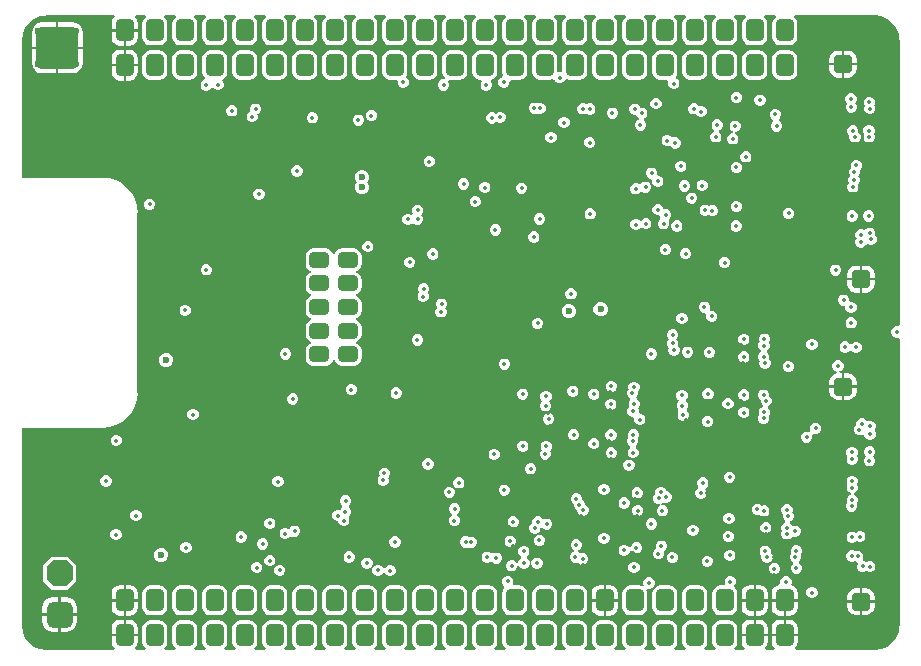
<source format=gbr>
%TF.GenerationSoftware,Altium Limited,Altium Designer,25.3.3 (18)*%
G04 Layer_Physical_Order=2*
G04 Layer_Color=36540*
%FSLAX45Y45*%
%MOMM*%
%TF.SameCoordinates,5572F933-5C96-4131-A983-9EF7CB378A5A*%
%TF.FilePolarity,Positive*%
%TF.FileFunction,Copper,L2,Inr,Signal*%
%TF.Part,Single*%
G01*
G75*
%TA.AperFunction,ComponentPad*%
G04:AMPARAMS|DCode=86|XSize=1.55mm|YSize=1.6mm|CornerRadius=0.3875mm|HoleSize=0mm|Usage=FLASHONLY|Rotation=270.000|XOffset=0mm|YOffset=0mm|HoleType=Round|Shape=RoundedRectangle|*
%AMROUNDEDRECTD86*
21,1,1.55000,0.82500,0,0,270.0*
21,1,0.77500,1.60000,0,0,270.0*
1,1,0.77500,-0.41250,-0.38750*
1,1,0.77500,-0.41250,0.38750*
1,1,0.77500,0.41250,0.38750*
1,1,0.77500,0.41250,-0.38750*
%
%ADD86ROUNDEDRECTD86*%
G04:AMPARAMS|DCode=90|XSize=2.2mm|YSize=2.2mm|CornerRadius=0.55mm|HoleSize=0mm|Usage=FLASHONLY|Rotation=270.000|XOffset=0mm|YOffset=0mm|HoleType=Round|Shape=RoundedRectangle|*
%AMROUNDEDRECTD90*
21,1,2.20000,1.10000,0,0,270.0*
21,1,1.10000,2.20000,0,0,270.0*
1,1,1.10000,-0.55000,-0.55000*
1,1,1.10000,-0.55000,0.55000*
1,1,1.10000,0.55000,0.55000*
1,1,1.10000,0.55000,-0.55000*
%
%ADD90ROUNDEDRECTD90*%
G04:AMPARAMS|DCode=91|XSize=2.2mm|YSize=2.2mm|CornerRadius=0mm|HoleSize=0mm|Usage=FLASHONLY|Rotation=270.000|XOffset=0mm|YOffset=0mm|HoleType=Round|Shape=Octagon|*
%AMOCTAGOND91*
4,1,8,-0.55000,-1.10000,0.55000,-1.10000,1.10000,-0.55000,1.10000,0.55000,0.55000,1.10000,-0.55000,1.10000,-1.10000,0.55000,-1.10000,-0.55000,-0.55000,-1.10000,0.0*
%
%ADD91OCTAGOND91*%

%TA.AperFunction,ViaPad*%
%ADD92C,0.35000*%
%ADD93C,0.60000*%
%TA.AperFunction,ComponentPad*%
G04:AMPARAMS|DCode=94|XSize=1.3mm|YSize=1.7mm|CornerRadius=0.325mm|HoleSize=0mm|Usage=FLASHONLY|Rotation=270.000|XOffset=0mm|YOffset=0mm|HoleType=Round|Shape=RoundedRectangle|*
%AMROUNDEDRECTD94*
21,1,1.30000,1.05000,0,0,270.0*
21,1,0.65000,1.70000,0,0,270.0*
1,1,0.65000,-0.52500,-0.32500*
1,1,0.65000,-0.52500,0.32500*
1,1,0.65000,0.52500,0.32500*
1,1,0.65000,0.52500,-0.32500*
%
%ADD94ROUNDEDRECTD94*%
G04:AMPARAMS|DCode=95|XSize=1.5mm|YSize=1.9mm|CornerRadius=0.375mm|HoleSize=0mm|Usage=FLASHONLY|Rotation=0.000|XOffset=0mm|YOffset=0mm|HoleType=Round|Shape=RoundedRectangle|*
%AMROUNDEDRECTD95*
21,1,1.50000,1.15000,0,0,0.0*
21,1,0.75000,1.90000,0,0,0.0*
1,1,0.75000,0.37500,-0.57500*
1,1,0.75000,-0.37500,-0.57500*
1,1,0.75000,-0.37500,0.57500*
1,1,0.75000,0.37500,0.57500*
%
%ADD95ROUNDEDRECTD95*%
G04:AMPARAMS|DCode=96|XSize=3.6mm|YSize=3.6mm|CornerRadius=0.54mm|HoleSize=0mm|Usage=FLASHONLY|Rotation=0.000|XOffset=0mm|YOffset=0mm|HoleType=Round|Shape=RoundedRectangle|*
%AMROUNDEDRECTD96*
21,1,3.60000,2.52000,0,0,0.0*
21,1,2.52000,3.60000,0,0,0.0*
1,1,1.08000,1.26000,-1.26000*
1,1,1.08000,-1.26000,-1.26000*
1,1,1.08000,-1.26000,1.26000*
1,1,1.08000,1.26000,1.26000*
%
%ADD96ROUNDEDRECTD96*%
G36*
X8434462Y5410484D02*
X8485651Y5389281D01*
X8529609Y5355551D01*
X8563338Y5311594D01*
X8584542Y5260404D01*
X8589867Y5219955D01*
X8591113Y5205471D01*
X8591116Y5205460D01*
X8591116Y5190471D01*
X8591180Y2793177D01*
X8582473Y2787358D01*
X8576180Y2784875D01*
X8559736D01*
X8542278Y2777643D01*
X8528916Y2764281D01*
X8521685Y2746823D01*
Y2727926D01*
X8528916Y2710468D01*
X8542278Y2697106D01*
X8559736Y2689875D01*
X8578633D01*
X8578711Y2689907D01*
X8591183Y2681574D01*
X8591247Y270194D01*
X8591247Y269996D01*
Y255256D01*
X8589999Y240773D01*
X8584683Y200394D01*
X8563507Y149271D01*
X8529821Y105371D01*
X8485921Y71685D01*
X8434798Y50509D01*
X8381926Y43549D01*
X8379938Y43944D01*
X7711646D01*
X7707096Y58944D01*
X7709769Y60731D01*
X7725793Y84712D01*
X7731420Y113000D01*
Y160500D01*
X7508580D01*
Y113000D01*
X7514207Y84712D01*
X7530231Y60731D01*
X7532904Y58944D01*
X7528354Y43944D01*
X7457646D01*
X7453096Y58944D01*
X7455769Y60731D01*
X7471793Y84712D01*
X7477420Y113000D01*
Y160500D01*
X7254580D01*
Y113000D01*
X7260207Y84712D01*
X7276231Y60731D01*
X7278904Y58944D01*
X7274354Y43944D01*
X7194646D01*
X7190096Y58944D01*
X7198164Y64336D01*
X7213083Y86663D01*
X7218322Y113000D01*
Y228000D01*
X7213083Y254337D01*
X7198164Y276664D01*
X7175837Y291583D01*
X7149500Y296822D01*
X7074500D01*
X7048163Y291583D01*
X7025836Y276664D01*
X7010917Y254337D01*
X7005678Y228000D01*
Y113000D01*
X7010917Y86663D01*
X7025836Y64336D01*
X7033904Y58944D01*
X7029354Y43944D01*
X6940646D01*
X6936096Y58944D01*
X6944164Y64336D01*
X6959083Y86663D01*
X6964322Y113000D01*
Y228000D01*
X6959083Y254337D01*
X6944164Y276664D01*
X6921837Y291583D01*
X6895500Y296822D01*
X6820500D01*
X6794163Y291583D01*
X6771836Y276664D01*
X6756917Y254337D01*
X6751678Y228000D01*
Y113000D01*
X6756917Y86663D01*
X6771836Y64336D01*
X6779904Y58944D01*
X6775354Y43944D01*
X6686646D01*
X6682096Y58944D01*
X6690164Y64336D01*
X6705083Y86663D01*
X6710322Y113000D01*
Y228000D01*
X6705083Y254337D01*
X6690164Y276664D01*
X6667837Y291583D01*
X6641500Y296822D01*
X6566500D01*
X6540163Y291583D01*
X6517836Y276664D01*
X6502917Y254337D01*
X6497678Y228000D01*
Y113000D01*
X6502917Y86663D01*
X6517836Y64336D01*
X6525904Y58944D01*
X6521354Y43944D01*
X6432646D01*
X6428096Y58944D01*
X6436164Y64336D01*
X6451083Y86663D01*
X6456322Y113000D01*
Y228000D01*
X6451083Y254337D01*
X6436164Y276664D01*
X6413837Y291583D01*
X6387500Y296822D01*
X6312500D01*
X6286163Y291583D01*
X6263836Y276664D01*
X6248917Y254337D01*
X6243678Y228000D01*
Y113000D01*
X6248917Y86663D01*
X6263836Y64336D01*
X6271904Y58944D01*
X6267354Y43944D01*
X6178646D01*
X6174096Y58944D01*
X6182164Y64336D01*
X6197083Y86663D01*
X6202322Y113000D01*
Y228000D01*
X6197083Y254337D01*
X6182164Y276664D01*
X6159837Y291583D01*
X6133500Y296822D01*
X6058500D01*
X6032163Y291583D01*
X6009836Y276664D01*
X5994917Y254337D01*
X5989678Y228000D01*
Y113000D01*
X5994917Y86663D01*
X6009836Y64336D01*
X6017904Y58944D01*
X6013354Y43944D01*
X5924646D01*
X5920096Y58944D01*
X5928164Y64336D01*
X5943083Y86663D01*
X5948322Y113000D01*
Y228000D01*
X5943083Y254337D01*
X5928164Y276664D01*
X5905837Y291583D01*
X5879500Y296822D01*
X5804500D01*
X5778163Y291583D01*
X5755836Y276664D01*
X5740917Y254337D01*
X5735678Y228000D01*
Y113000D01*
X5740917Y86663D01*
X5755836Y64336D01*
X5763904Y58944D01*
X5759354Y43944D01*
X5670646D01*
X5666096Y58944D01*
X5674164Y64336D01*
X5689083Y86663D01*
X5694322Y113000D01*
Y228000D01*
X5689083Y254337D01*
X5674164Y276664D01*
X5651837Y291583D01*
X5625500Y296822D01*
X5550500D01*
X5524163Y291583D01*
X5501836Y276664D01*
X5486917Y254337D01*
X5481678Y228000D01*
Y113000D01*
X5486917Y86663D01*
X5501836Y64336D01*
X5509904Y58944D01*
X5505354Y43944D01*
X5416646D01*
X5412096Y58944D01*
X5420164Y64336D01*
X5435083Y86663D01*
X5440322Y113000D01*
Y228000D01*
X5435083Y254337D01*
X5420164Y276664D01*
X5397837Y291583D01*
X5371500Y296822D01*
X5296500D01*
X5270163Y291583D01*
X5247836Y276664D01*
X5232917Y254337D01*
X5227678Y228000D01*
Y113000D01*
X5232917Y86663D01*
X5247836Y64336D01*
X5255904Y58944D01*
X5251354Y43944D01*
X5162646D01*
X5158096Y58944D01*
X5166164Y64336D01*
X5181083Y86663D01*
X5186322Y113000D01*
Y228000D01*
X5181083Y254337D01*
X5166164Y276664D01*
X5143837Y291583D01*
X5117500Y296822D01*
X5042500D01*
X5016163Y291583D01*
X4993836Y276664D01*
X4978917Y254337D01*
X4973678Y228000D01*
Y113000D01*
X4978917Y86663D01*
X4993836Y64336D01*
X5001904Y58944D01*
X4997354Y43944D01*
X4908646D01*
X4904096Y58944D01*
X4912164Y64336D01*
X4927083Y86663D01*
X4932322Y113000D01*
Y228000D01*
X4927083Y254337D01*
X4912164Y276664D01*
X4889837Y291583D01*
X4863500Y296822D01*
X4788500D01*
X4762163Y291583D01*
X4739836Y276664D01*
X4724917Y254337D01*
X4719678Y228000D01*
Y113000D01*
X4724917Y86663D01*
X4739836Y64336D01*
X4747904Y58944D01*
X4743354Y43944D01*
X4654646D01*
X4650096Y58944D01*
X4658164Y64336D01*
X4673083Y86663D01*
X4678322Y113000D01*
Y228000D01*
X4673083Y254337D01*
X4658164Y276664D01*
X4635837Y291583D01*
X4609500Y296822D01*
X4534500D01*
X4508163Y291583D01*
X4485836Y276664D01*
X4470917Y254337D01*
X4465678Y228000D01*
Y113000D01*
X4470917Y86663D01*
X4485836Y64336D01*
X4493904Y58944D01*
X4489354Y43944D01*
X4400646D01*
X4396096Y58944D01*
X4404164Y64336D01*
X4419083Y86663D01*
X4424322Y113000D01*
Y228000D01*
X4419083Y254337D01*
X4404164Y276664D01*
X4381837Y291583D01*
X4355500Y296822D01*
X4280500D01*
X4254163Y291583D01*
X4231836Y276664D01*
X4216917Y254337D01*
X4211678Y228000D01*
Y113000D01*
X4216917Y86663D01*
X4231836Y64336D01*
X4239904Y58944D01*
X4235354Y43944D01*
X4146646D01*
X4142096Y58944D01*
X4150164Y64336D01*
X4165083Y86663D01*
X4170322Y113000D01*
Y228000D01*
X4165083Y254337D01*
X4150164Y276664D01*
X4127837Y291583D01*
X4101500Y296822D01*
X4026500D01*
X4000163Y291583D01*
X3977836Y276664D01*
X3962917Y254337D01*
X3957678Y228000D01*
Y113000D01*
X3962917Y86663D01*
X3977836Y64336D01*
X3985904Y58944D01*
X3981354Y43944D01*
X3892646D01*
X3888096Y58944D01*
X3896164Y64336D01*
X3911083Y86663D01*
X3916322Y113000D01*
Y228000D01*
X3911083Y254337D01*
X3896164Y276664D01*
X3873837Y291583D01*
X3847500Y296822D01*
X3772500D01*
X3746163Y291583D01*
X3723836Y276664D01*
X3708917Y254337D01*
X3703678Y228000D01*
Y113000D01*
X3708917Y86663D01*
X3723836Y64336D01*
X3731904Y58944D01*
X3727354Y43944D01*
X3638646D01*
X3634096Y58944D01*
X3642164Y64336D01*
X3657083Y86663D01*
X3662322Y113000D01*
Y228000D01*
X3657083Y254337D01*
X3642164Y276664D01*
X3619837Y291583D01*
X3593500Y296822D01*
X3518500D01*
X3492163Y291583D01*
X3469836Y276664D01*
X3454917Y254337D01*
X3449678Y228000D01*
Y113000D01*
X3454917Y86663D01*
X3469836Y64336D01*
X3477904Y58944D01*
X3473354Y43944D01*
X3384646D01*
X3380096Y58944D01*
X3388164Y64336D01*
X3403083Y86663D01*
X3408322Y113000D01*
Y228000D01*
X3403083Y254337D01*
X3388164Y276664D01*
X3365837Y291583D01*
X3339500Y296822D01*
X3264500D01*
X3238163Y291583D01*
X3215836Y276664D01*
X3200917Y254337D01*
X3195678Y228000D01*
Y113000D01*
X3200917Y86663D01*
X3215836Y64336D01*
X3223904Y58944D01*
X3219354Y43944D01*
X3130646D01*
X3126096Y58944D01*
X3134164Y64336D01*
X3149083Y86663D01*
X3154322Y113000D01*
Y228000D01*
X3149083Y254337D01*
X3134164Y276664D01*
X3111837Y291583D01*
X3085500Y296822D01*
X3010500D01*
X2984163Y291583D01*
X2961836Y276664D01*
X2946917Y254337D01*
X2941678Y228000D01*
Y113000D01*
X2946917Y86663D01*
X2961836Y64336D01*
X2969904Y58944D01*
X2965354Y43944D01*
X2876646D01*
X2872096Y58944D01*
X2880164Y64336D01*
X2895083Y86663D01*
X2900322Y113000D01*
Y228000D01*
X2895083Y254337D01*
X2880164Y276664D01*
X2857837Y291583D01*
X2831500Y296822D01*
X2756500D01*
X2730163Y291583D01*
X2707836Y276664D01*
X2692917Y254337D01*
X2687678Y228000D01*
Y113000D01*
X2692917Y86663D01*
X2707836Y64336D01*
X2715904Y58944D01*
X2711354Y43944D01*
X2622646D01*
X2618096Y58944D01*
X2626164Y64336D01*
X2641083Y86663D01*
X2646322Y113000D01*
Y228000D01*
X2641083Y254337D01*
X2626164Y276664D01*
X2603837Y291583D01*
X2577500Y296822D01*
X2502500D01*
X2476163Y291583D01*
X2453836Y276664D01*
X2438917Y254337D01*
X2433678Y228000D01*
Y113000D01*
X2438917Y86663D01*
X2453836Y64336D01*
X2461904Y58944D01*
X2457354Y43944D01*
X2368646D01*
X2364096Y58944D01*
X2372164Y64336D01*
X2387083Y86663D01*
X2392322Y113000D01*
Y228000D01*
X2387083Y254337D01*
X2372164Y276664D01*
X2349837Y291583D01*
X2323500Y296822D01*
X2248500D01*
X2222163Y291583D01*
X2199836Y276664D01*
X2184917Y254337D01*
X2179678Y228000D01*
Y113000D01*
X2184917Y86663D01*
X2199836Y64336D01*
X2207904Y58944D01*
X2203354Y43944D01*
X2123646D01*
X2119096Y58944D01*
X2121769Y60731D01*
X2137793Y84712D01*
X2143420Y113000D01*
Y160500D01*
X1920580D01*
Y113000D01*
X1926207Y84712D01*
X1942231Y60731D01*
X1944904Y58944D01*
X1940354Y43944D01*
X1371600D01*
X1369643Y43555D01*
X1317066Y50477D01*
X1266249Y71526D01*
X1222611Y105011D01*
X1189126Y148649D01*
X1168077Y199466D01*
X1161155Y252043D01*
X1161544Y254000D01*
Y1924556D01*
X1841500D01*
Y1923962D01*
X1899742Y1929699D01*
X1955745Y1946687D01*
X2007359Y1974275D01*
X2052598Y2011402D01*
X2089725Y2056641D01*
X2117313Y2108255D01*
X2134301Y2164258D01*
X2140038Y2222500D01*
X2139444D01*
Y3746500D01*
X2140038D01*
X2134301Y3804742D01*
X2117313Y3860745D01*
X2089725Y3912359D01*
X2052598Y3957598D01*
X2007359Y3994725D01*
X1955745Y4022313D01*
X1899742Y4039301D01*
X1841500Y4045038D01*
Y4044444D01*
X1161544D01*
Y5207000D01*
X1161155Y5208958D01*
X1168077Y5261534D01*
X1189126Y5312351D01*
X1222610Y5355989D01*
X1266248Y5389474D01*
X1317066Y5410523D01*
X1357121Y5415796D01*
X1371600Y5417055D01*
Y5417056D01*
X1940354D01*
X1944904Y5402056D01*
X1942231Y5400269D01*
X1926207Y5376288D01*
X1920580Y5348000D01*
Y5300500D01*
X2143420D01*
Y5348000D01*
X2137793Y5376288D01*
X2121769Y5400269D01*
X2119096Y5402056D01*
X2123646Y5417056D01*
X2203354D01*
X2207904Y5402056D01*
X2199836Y5396664D01*
X2184917Y5374337D01*
X2179678Y5348000D01*
Y5233000D01*
X2184917Y5206663D01*
X2199836Y5184336D01*
X2222163Y5169417D01*
X2248500Y5164178D01*
X2323500D01*
X2349837Y5169417D01*
X2372164Y5184336D01*
X2387083Y5206663D01*
X2392322Y5233000D01*
Y5348000D01*
X2387083Y5374337D01*
X2372164Y5396664D01*
X2364096Y5402056D01*
X2368646Y5417056D01*
X2457354D01*
X2461904Y5402056D01*
X2453836Y5396664D01*
X2438917Y5374337D01*
X2433678Y5348000D01*
Y5233000D01*
X2438917Y5206663D01*
X2453836Y5184336D01*
X2476163Y5169417D01*
X2502500Y5164178D01*
X2577500D01*
X2603837Y5169417D01*
X2626164Y5184336D01*
X2641083Y5206663D01*
X2646322Y5233000D01*
Y5348000D01*
X2641083Y5374337D01*
X2626164Y5396664D01*
X2618096Y5402056D01*
X2622646Y5417056D01*
X2711354D01*
X2715904Y5402056D01*
X2707836Y5396664D01*
X2692917Y5374337D01*
X2687678Y5348000D01*
Y5233000D01*
X2692917Y5206663D01*
X2707836Y5184336D01*
X2730163Y5169417D01*
X2756500Y5164178D01*
X2831500D01*
X2857837Y5169417D01*
X2880164Y5184336D01*
X2895083Y5206663D01*
X2900322Y5233000D01*
Y5348000D01*
X2895083Y5374337D01*
X2880164Y5396664D01*
X2872096Y5402056D01*
X2876646Y5417056D01*
X2965354D01*
X2969904Y5402056D01*
X2961836Y5396664D01*
X2946917Y5374337D01*
X2941678Y5348000D01*
Y5233000D01*
X2946917Y5206663D01*
X2961836Y5184336D01*
X2984163Y5169417D01*
X3010500Y5164178D01*
X3085500D01*
X3111837Y5169417D01*
X3134164Y5184336D01*
X3149083Y5206663D01*
X3154322Y5233000D01*
Y5348000D01*
X3149083Y5374337D01*
X3134164Y5396664D01*
X3126096Y5402056D01*
X3130646Y5417056D01*
X3219354D01*
X3223904Y5402056D01*
X3215836Y5396664D01*
X3200917Y5374337D01*
X3195678Y5348000D01*
Y5233000D01*
X3200917Y5206663D01*
X3215836Y5184336D01*
X3238163Y5169417D01*
X3264500Y5164178D01*
X3339500D01*
X3365837Y5169417D01*
X3388164Y5184336D01*
X3403083Y5206663D01*
X3408322Y5233000D01*
Y5348000D01*
X3403083Y5374337D01*
X3388164Y5396664D01*
X3380096Y5402056D01*
X3384646Y5417056D01*
X3473354D01*
X3477904Y5402056D01*
X3469836Y5396664D01*
X3454917Y5374337D01*
X3449678Y5348000D01*
Y5233000D01*
X3454917Y5206663D01*
X3469836Y5184336D01*
X3492163Y5169417D01*
X3518500Y5164178D01*
X3593500D01*
X3619837Y5169417D01*
X3642164Y5184336D01*
X3657083Y5206663D01*
X3662322Y5233000D01*
Y5348000D01*
X3657083Y5374337D01*
X3642164Y5396664D01*
X3634096Y5402056D01*
X3638646Y5417056D01*
X3727354D01*
X3731904Y5402056D01*
X3723836Y5396664D01*
X3708917Y5374337D01*
X3703678Y5348000D01*
Y5233000D01*
X3708917Y5206663D01*
X3723836Y5184336D01*
X3746163Y5169417D01*
X3772500Y5164178D01*
X3847500D01*
X3873837Y5169417D01*
X3896164Y5184336D01*
X3911083Y5206663D01*
X3916322Y5233000D01*
Y5348000D01*
X3911083Y5374337D01*
X3896164Y5396664D01*
X3888096Y5402056D01*
X3892646Y5417056D01*
X3981354D01*
X3985904Y5402056D01*
X3977836Y5396664D01*
X3962917Y5374337D01*
X3957678Y5348000D01*
Y5233000D01*
X3962917Y5206663D01*
X3977836Y5184336D01*
X4000163Y5169417D01*
X4026500Y5164178D01*
X4101500D01*
X4127837Y5169417D01*
X4150164Y5184336D01*
X4165083Y5206663D01*
X4170322Y5233000D01*
Y5348000D01*
X4165083Y5374337D01*
X4150164Y5396664D01*
X4142096Y5402056D01*
X4146646Y5417056D01*
X4235354D01*
X4239904Y5402056D01*
X4231836Y5396664D01*
X4216917Y5374337D01*
X4211678Y5348000D01*
Y5233000D01*
X4216917Y5206663D01*
X4231836Y5184336D01*
X4254163Y5169417D01*
X4280500Y5164178D01*
X4355500D01*
X4381837Y5169417D01*
X4404164Y5184336D01*
X4419083Y5206663D01*
X4424322Y5233000D01*
Y5348000D01*
X4419083Y5374337D01*
X4404164Y5396664D01*
X4396096Y5402056D01*
X4400646Y5417056D01*
X4489354D01*
X4493904Y5402056D01*
X4485836Y5396664D01*
X4470917Y5374337D01*
X4465678Y5348000D01*
Y5233000D01*
X4470917Y5206663D01*
X4485836Y5184336D01*
X4508163Y5169417D01*
X4534500Y5164178D01*
X4609500D01*
X4635837Y5169417D01*
X4658164Y5184336D01*
X4673083Y5206663D01*
X4678322Y5233000D01*
Y5348000D01*
X4673083Y5374337D01*
X4658164Y5396664D01*
X4650096Y5402056D01*
X4654646Y5417056D01*
X4743354D01*
X4747904Y5402056D01*
X4739836Y5396664D01*
X4724917Y5374337D01*
X4719678Y5348000D01*
Y5233000D01*
X4724917Y5206663D01*
X4739836Y5184336D01*
X4762163Y5169417D01*
X4788500Y5164178D01*
X4863500D01*
X4889837Y5169417D01*
X4912164Y5184336D01*
X4927083Y5206663D01*
X4932322Y5233000D01*
Y5348000D01*
X4927083Y5374337D01*
X4912164Y5396664D01*
X4904096Y5402056D01*
X4908646Y5417056D01*
X4997354D01*
X5001904Y5402056D01*
X4993836Y5396664D01*
X4978917Y5374337D01*
X4973678Y5348000D01*
Y5233000D01*
X4978917Y5206663D01*
X4993836Y5184336D01*
X5016163Y5169417D01*
X5042500Y5164178D01*
X5117500D01*
X5143837Y5169417D01*
X5166164Y5184336D01*
X5181083Y5206663D01*
X5186322Y5233000D01*
Y5348000D01*
X5181083Y5374337D01*
X5166164Y5396664D01*
X5158096Y5402056D01*
X5162646Y5417056D01*
X5251354D01*
X5255904Y5402056D01*
X5247836Y5396664D01*
X5232917Y5374337D01*
X5227678Y5348000D01*
Y5233000D01*
X5232917Y5206663D01*
X5247836Y5184336D01*
X5270163Y5169417D01*
X5296500Y5164178D01*
X5371500D01*
X5397837Y5169417D01*
X5420164Y5184336D01*
X5435083Y5206663D01*
X5440322Y5233000D01*
Y5348000D01*
X5435083Y5374337D01*
X5420164Y5396664D01*
X5412096Y5402056D01*
X5416646Y5417056D01*
X5505354D01*
X5509904Y5402056D01*
X5501836Y5396664D01*
X5486917Y5374337D01*
X5481678Y5348000D01*
Y5233000D01*
X5486917Y5206663D01*
X5501836Y5184336D01*
X5524163Y5169417D01*
X5550500Y5164178D01*
X5625500D01*
X5651837Y5169417D01*
X5674164Y5184336D01*
X5689083Y5206663D01*
X5694322Y5233000D01*
Y5348000D01*
X5689083Y5374337D01*
X5674164Y5396664D01*
X5666096Y5402056D01*
X5670646Y5417056D01*
X5759354D01*
X5763904Y5402056D01*
X5755836Y5396664D01*
X5740917Y5374337D01*
X5735678Y5348000D01*
Y5233000D01*
X5740917Y5206663D01*
X5755836Y5184336D01*
X5778163Y5169417D01*
X5804500Y5164178D01*
X5879500D01*
X5905837Y5169417D01*
X5928164Y5184336D01*
X5943083Y5206663D01*
X5948322Y5233000D01*
Y5348000D01*
X5943083Y5374337D01*
X5928164Y5396664D01*
X5920096Y5402056D01*
X5924646Y5417056D01*
X6013354D01*
X6017904Y5402056D01*
X6009836Y5396664D01*
X5994917Y5374337D01*
X5989678Y5348000D01*
Y5233000D01*
X5994917Y5206663D01*
X6009836Y5184336D01*
X6032163Y5169417D01*
X6058500Y5164178D01*
X6133500D01*
X6159837Y5169417D01*
X6182164Y5184336D01*
X6197083Y5206663D01*
X6202322Y5233000D01*
Y5348000D01*
X6197083Y5374337D01*
X6182164Y5396664D01*
X6174096Y5402056D01*
X6178646Y5417056D01*
X6267354D01*
X6271904Y5402056D01*
X6263836Y5396664D01*
X6248917Y5374337D01*
X6243678Y5348000D01*
Y5233000D01*
X6248917Y5206663D01*
X6263836Y5184336D01*
X6286163Y5169417D01*
X6312500Y5164178D01*
X6387500D01*
X6413837Y5169417D01*
X6436164Y5184336D01*
X6451083Y5206663D01*
X6456322Y5233000D01*
Y5348000D01*
X6451083Y5374337D01*
X6436164Y5396664D01*
X6428096Y5402056D01*
X6432646Y5417056D01*
X6521354D01*
X6525904Y5402056D01*
X6517836Y5396664D01*
X6502917Y5374337D01*
X6497678Y5348000D01*
Y5233000D01*
X6502917Y5206663D01*
X6517836Y5184336D01*
X6540163Y5169417D01*
X6566500Y5164178D01*
X6641500D01*
X6667837Y5169417D01*
X6690164Y5184336D01*
X6705083Y5206663D01*
X6710322Y5233000D01*
Y5348000D01*
X6705083Y5374337D01*
X6690164Y5396664D01*
X6682096Y5402056D01*
X6686646Y5417056D01*
X6775354D01*
X6779904Y5402056D01*
X6771836Y5396664D01*
X6756917Y5374337D01*
X6751678Y5348000D01*
Y5233000D01*
X6756917Y5206663D01*
X6771836Y5184336D01*
X6794163Y5169417D01*
X6820500Y5164178D01*
X6895500D01*
X6921837Y5169417D01*
X6944164Y5184336D01*
X6959083Y5206663D01*
X6964322Y5233000D01*
Y5348000D01*
X6959083Y5374337D01*
X6944164Y5396664D01*
X6936096Y5402056D01*
X6940646Y5417056D01*
X7029354D01*
X7033904Y5402056D01*
X7025836Y5396664D01*
X7010917Y5374337D01*
X7005678Y5348000D01*
Y5233000D01*
X7010917Y5206663D01*
X7025836Y5184336D01*
X7048163Y5169417D01*
X7074500Y5164178D01*
X7149500D01*
X7175837Y5169417D01*
X7198164Y5184336D01*
X7213083Y5206663D01*
X7218322Y5233000D01*
Y5348000D01*
X7213083Y5374337D01*
X7198164Y5396664D01*
X7190096Y5402056D01*
X7194646Y5417056D01*
X7283354D01*
X7287904Y5402056D01*
X7279836Y5396664D01*
X7264917Y5374337D01*
X7259678Y5348000D01*
Y5233000D01*
X7264917Y5206663D01*
X7279836Y5184336D01*
X7302163Y5169417D01*
X7328500Y5164178D01*
X7403500D01*
X7429837Y5169417D01*
X7452164Y5184336D01*
X7467083Y5206663D01*
X7472322Y5233000D01*
Y5348000D01*
X7467083Y5374337D01*
X7452164Y5396664D01*
X7444096Y5402056D01*
X7448646Y5417056D01*
X7537354D01*
X7541904Y5402056D01*
X7533836Y5396664D01*
X7518917Y5374337D01*
X7513678Y5348000D01*
Y5233000D01*
X7518917Y5206663D01*
X7533836Y5184336D01*
X7556163Y5169417D01*
X7582500Y5164178D01*
X7657500D01*
X7683837Y5169417D01*
X7706164Y5184336D01*
X7721083Y5206663D01*
X7726322Y5233000D01*
Y5348000D01*
X7721083Y5374337D01*
X7706164Y5396664D01*
X7698096Y5402056D01*
X7702646Y5417056D01*
X8379531D01*
X8381527Y5417453D01*
X8434462Y5410484D01*
D02*
G37*
%LPC*%
G36*
X2143420Y5280500D02*
X2042000D01*
Y5159080D01*
X2069500D01*
X2097788Y5164707D01*
X2121769Y5180731D01*
X2137793Y5204712D01*
X2143420Y5233000D01*
Y5280500D01*
D02*
G37*
G36*
X2022000D02*
X1920580D01*
Y5233000D01*
X1926207Y5204712D01*
X1942231Y5180731D01*
X1966212Y5164707D01*
X1994500Y5159080D01*
X2022000D01*
Y5280500D01*
D02*
G37*
G36*
X1586500Y5360244D02*
X1470500D01*
Y5153500D01*
X1677244D01*
Y5269500D01*
X1670336Y5304226D01*
X1650665Y5333665D01*
X1621226Y5353336D01*
X1586500Y5360244D01*
D02*
G37*
G36*
X1450500D02*
X1334500D01*
X1299774Y5353336D01*
X1270335Y5333665D01*
X1250664Y5304226D01*
X1243756Y5269500D01*
Y5153500D01*
X1450500D01*
Y5360244D01*
D02*
G37*
G36*
X8154250Y5118945D02*
X8123000D01*
Y5015000D01*
X8229444D01*
Y5043750D01*
X8223720Y5072526D01*
X8207420Y5096920D01*
X8183025Y5113221D01*
X8154250Y5118945D01*
D02*
G37*
G36*
X8103000D02*
X8071750D01*
X8042974Y5113221D01*
X8018579Y5096920D01*
X8002279Y5072526D01*
X7996555Y5043750D01*
Y5015000D01*
X8103000D01*
Y5118945D01*
D02*
G37*
G36*
X2069500Y5127920D02*
X2042000D01*
Y5006500D01*
X2143420D01*
Y5054000D01*
X2137793Y5082288D01*
X2121769Y5106269D01*
X2097788Y5122293D01*
X2069500Y5127920D01*
D02*
G37*
G36*
X2022000D02*
X1994500D01*
X1966212Y5122293D01*
X1942231Y5106269D01*
X1926207Y5082288D01*
X1920580Y5054000D01*
Y5006500D01*
X2022000D01*
Y5127920D01*
D02*
G37*
G36*
X5879500Y5122822D02*
X5804500D01*
X5778163Y5117583D01*
X5755836Y5102664D01*
X5740917Y5080337D01*
X5735678Y5054000D01*
Y4948676D01*
X5723362Y4937832D01*
X5721276Y4937634D01*
X5708724D01*
X5703864Y4938095D01*
X5694322Y4949762D01*
Y5054000D01*
X5689083Y5080337D01*
X5674164Y5102664D01*
X5651837Y5117583D01*
X5625500Y5122822D01*
X5550500D01*
X5524163Y5117583D01*
X5501836Y5102664D01*
X5486917Y5080337D01*
X5481678Y5054000D01*
Y4939000D01*
X5486917Y4912663D01*
X5501836Y4890336D01*
X5524163Y4875417D01*
X5550500Y4870178D01*
X5625500D01*
X5651837Y4875417D01*
X5652331Y4875747D01*
X5670640Y4869940D01*
X5673420Y4863228D01*
X5686782Y4849866D01*
X5704241Y4842635D01*
X5723137D01*
X5740595Y4849866D01*
X5753957Y4863228D01*
X5757306Y4871313D01*
X5775047Y4877499D01*
X5778163Y4875417D01*
X5804500Y4870178D01*
X5879500D01*
X5905837Y4875417D01*
X5928164Y4890336D01*
X5943083Y4912663D01*
X5948322Y4939000D01*
Y5054000D01*
X5943083Y5080337D01*
X5928164Y5102664D01*
X5905837Y5117583D01*
X5879500Y5122822D01*
D02*
G37*
G36*
X1677244Y5133500D02*
X1470500D01*
Y4926756D01*
X1586500D01*
X1621226Y4933664D01*
X1650665Y4953335D01*
X1670336Y4982774D01*
X1677244Y5017500D01*
Y5133500D01*
D02*
G37*
G36*
X1450500D02*
X1243756D01*
Y5017500D01*
X1250664Y4982774D01*
X1270335Y4953335D01*
X1299774Y4933664D01*
X1334500Y4926756D01*
X1450500D01*
Y5133500D01*
D02*
G37*
G36*
X8229444Y4995000D02*
X8123000D01*
Y4891055D01*
X8154250D01*
X8183025Y4896779D01*
X8207420Y4913079D01*
X8223720Y4937474D01*
X8229444Y4966250D01*
Y4995000D01*
D02*
G37*
G36*
X8103000D02*
X7996555D01*
Y4966250D01*
X8002279Y4937474D01*
X8018579Y4913079D01*
X8042974Y4896779D01*
X8071750Y4891055D01*
X8103000D01*
Y4995000D01*
D02*
G37*
G36*
X7657500Y5122822D02*
X7582500D01*
X7556163Y5117583D01*
X7533836Y5102664D01*
X7518917Y5080337D01*
X7513678Y5054000D01*
Y4939000D01*
X7518917Y4912663D01*
X7533836Y4890336D01*
X7556163Y4875417D01*
X7582500Y4870178D01*
X7657500D01*
X7683837Y4875417D01*
X7706164Y4890336D01*
X7721083Y4912663D01*
X7726322Y4939000D01*
Y5054000D01*
X7721083Y5080337D01*
X7706164Y5102664D01*
X7683837Y5117583D01*
X7657500Y5122822D01*
D02*
G37*
G36*
X7403500D02*
X7328500D01*
X7302163Y5117583D01*
X7279836Y5102664D01*
X7264917Y5080337D01*
X7259678Y5054000D01*
Y4939000D01*
X7264917Y4912663D01*
X7279836Y4890336D01*
X7302163Y4875417D01*
X7328500Y4870178D01*
X7403500D01*
X7429837Y4875417D01*
X7452164Y4890336D01*
X7467083Y4912663D01*
X7472322Y4939000D01*
Y5054000D01*
X7467083Y5080337D01*
X7452164Y5102664D01*
X7429837Y5117583D01*
X7403500Y5122822D01*
D02*
G37*
G36*
X7149500D02*
X7074500D01*
X7048163Y5117583D01*
X7025836Y5102664D01*
X7010917Y5080337D01*
X7005678Y5054000D01*
Y4939000D01*
X7010917Y4912663D01*
X7025836Y4890336D01*
X7048163Y4875417D01*
X7074500Y4870178D01*
X7149500D01*
X7175837Y4875417D01*
X7198164Y4890336D01*
X7213083Y4912663D01*
X7218322Y4939000D01*
Y5054000D01*
X7213083Y5080337D01*
X7198164Y5102664D01*
X7175837Y5117583D01*
X7149500Y5122822D01*
D02*
G37*
G36*
X6895500D02*
X6820500D01*
X6794163Y5117583D01*
X6771836Y5102664D01*
X6756917Y5080337D01*
X6751678Y5054000D01*
Y4939000D01*
X6756917Y4912663D01*
X6771836Y4890336D01*
X6794163Y4875417D01*
X6820500Y4870178D01*
X6895500D01*
X6921837Y4875417D01*
X6944164Y4890336D01*
X6959083Y4912663D01*
X6964322Y4939000D01*
Y5054000D01*
X6959083Y5080337D01*
X6944164Y5102664D01*
X6921837Y5117583D01*
X6895500Y5122822D01*
D02*
G37*
G36*
X6387500D02*
X6312500D01*
X6286163Y5117583D01*
X6263836Y5102664D01*
X6248917Y5080337D01*
X6243678Y5054000D01*
Y4939000D01*
X6248917Y4912663D01*
X6263836Y4890336D01*
X6286163Y4875417D01*
X6312500Y4870178D01*
X6387500D01*
X6413837Y4875417D01*
X6436164Y4890336D01*
X6451083Y4912663D01*
X6456322Y4939000D01*
Y5054000D01*
X6451083Y5080337D01*
X6436164Y5102664D01*
X6413837Y5117583D01*
X6387500Y5122822D01*
D02*
G37*
G36*
X6133500D02*
X6058500D01*
X6032163Y5117583D01*
X6009836Y5102664D01*
X5994917Y5080337D01*
X5989678Y5054000D01*
Y4939000D01*
X5994917Y4912663D01*
X6009836Y4890336D01*
X6032163Y4875417D01*
X6058500Y4870178D01*
X6133500D01*
X6159837Y4875417D01*
X6182164Y4890336D01*
X6197083Y4912663D01*
X6202322Y4939000D01*
Y5054000D01*
X6197083Y5080337D01*
X6182164Y5102664D01*
X6159837Y5117583D01*
X6133500Y5122822D01*
D02*
G37*
G36*
X4863500D02*
X4788500D01*
X4762163Y5117583D01*
X4739836Y5102664D01*
X4724917Y5080337D01*
X4719678Y5054000D01*
Y4939000D01*
X4724917Y4912663D01*
X4739836Y4890336D01*
X4740270Y4890046D01*
X4735719Y4875046D01*
X4721759D01*
X4704301Y4867814D01*
X4690939Y4854452D01*
X4683707Y4836994D01*
Y4818098D01*
X4690939Y4800639D01*
X4704301Y4787277D01*
X4721759Y4780046D01*
X4740655D01*
X4758114Y4787277D01*
X4771476Y4800639D01*
X4778707Y4818098D01*
Y4836994D01*
X4771476Y4854452D01*
X4766710Y4859218D01*
X4774099Y4873043D01*
X4788500Y4870178D01*
X4863500D01*
X4889837Y4875417D01*
X4912164Y4890336D01*
X4927083Y4912663D01*
X4932322Y4939000D01*
Y5054000D01*
X4927083Y5080337D01*
X4912164Y5102664D01*
X4889837Y5117583D01*
X4863500Y5122822D01*
D02*
G37*
G36*
X4609500D02*
X4534500D01*
X4508163Y5117583D01*
X4485836Y5102664D01*
X4470917Y5080337D01*
X4465678Y5054000D01*
Y4939000D01*
X4470917Y4912663D01*
X4485836Y4890336D01*
X4508163Y4875417D01*
X4534500Y4870178D01*
X4609500D01*
X4635837Y4875417D01*
X4658164Y4890336D01*
X4673083Y4912663D01*
X4678322Y4939000D01*
Y5054000D01*
X4673083Y5080337D01*
X4658164Y5102664D01*
X4635837Y5117583D01*
X4609500Y5122822D01*
D02*
G37*
G36*
X4101500D02*
X4026500D01*
X4000163Y5117583D01*
X3977836Y5102664D01*
X3962917Y5080337D01*
X3957678Y5054000D01*
Y4939000D01*
X3962917Y4912663D01*
X3977836Y4890336D01*
X4000163Y4875417D01*
X4026500Y4870178D01*
X4101500D01*
X4127837Y4875417D01*
X4150164Y4890336D01*
X4165083Y4912663D01*
X4170322Y4939000D01*
Y5054000D01*
X4165083Y5080337D01*
X4150164Y5102664D01*
X4127837Y5117583D01*
X4101500Y5122822D01*
D02*
G37*
G36*
X3847500D02*
X3772500D01*
X3746163Y5117583D01*
X3723836Y5102664D01*
X3708917Y5080337D01*
X3703678Y5054000D01*
Y4939000D01*
X3708917Y4912663D01*
X3723836Y4890336D01*
X3746163Y4875417D01*
X3772500Y4870178D01*
X3847500D01*
X3873837Y4875417D01*
X3896164Y4890336D01*
X3911083Y4912663D01*
X3916322Y4939000D01*
Y5054000D01*
X3911083Y5080337D01*
X3896164Y5102664D01*
X3873837Y5117583D01*
X3847500Y5122822D01*
D02*
G37*
G36*
X3593500D02*
X3518500D01*
X3492163Y5117583D01*
X3469836Y5102664D01*
X3454917Y5080337D01*
X3449678Y5054000D01*
Y4939000D01*
X3454917Y4912663D01*
X3469836Y4890336D01*
X3492163Y4875417D01*
X3518500Y4870178D01*
X3593500D01*
X3619837Y4875417D01*
X3642164Y4890336D01*
X3657083Y4912663D01*
X3662322Y4939000D01*
Y5054000D01*
X3657083Y5080337D01*
X3642164Y5102664D01*
X3619837Y5117583D01*
X3593500Y5122822D01*
D02*
G37*
G36*
X3339500D02*
X3264500D01*
X3238163Y5117583D01*
X3215836Y5102664D01*
X3200917Y5080337D01*
X3195678Y5054000D01*
Y4939000D01*
X3200917Y4912663D01*
X3215836Y4890336D01*
X3238163Y4875417D01*
X3264500Y4870178D01*
X3339500D01*
X3365837Y4875417D01*
X3388164Y4890336D01*
X3403083Y4912663D01*
X3408322Y4939000D01*
Y5054000D01*
X3403083Y5080337D01*
X3388164Y5102664D01*
X3365837Y5117583D01*
X3339500Y5122822D01*
D02*
G37*
G36*
X3085500D02*
X3010500D01*
X2984163Y5117583D01*
X2961836Y5102664D01*
X2946917Y5080337D01*
X2941678Y5054000D01*
Y4939000D01*
X2946917Y4912663D01*
X2961836Y4890336D01*
X2984163Y4875417D01*
X3010500Y4870178D01*
X3085500D01*
X3111837Y4875417D01*
X3134164Y4890336D01*
X3149083Y4912663D01*
X3154322Y4939000D01*
Y5054000D01*
X3149083Y5080337D01*
X3134164Y5102664D01*
X3111837Y5117583D01*
X3085500Y5122822D01*
D02*
G37*
G36*
X2577500D02*
X2502500D01*
X2476163Y5117583D01*
X2453836Y5102664D01*
X2438917Y5080337D01*
X2433678Y5054000D01*
Y4939000D01*
X2438917Y4912663D01*
X2453836Y4890336D01*
X2476163Y4875417D01*
X2502500Y4870178D01*
X2577500D01*
X2603837Y4875417D01*
X2626164Y4890336D01*
X2641083Y4912663D01*
X2646322Y4939000D01*
Y5054000D01*
X2641083Y5080337D01*
X2626164Y5102664D01*
X2603837Y5117583D01*
X2577500Y5122822D01*
D02*
G37*
G36*
X2323500D02*
X2248500D01*
X2222163Y5117583D01*
X2199836Y5102664D01*
X2184917Y5080337D01*
X2179678Y5054000D01*
Y4939000D01*
X2184917Y4912663D01*
X2199836Y4890336D01*
X2222163Y4875417D01*
X2248500Y4870178D01*
X2323500D01*
X2349837Y4875417D01*
X2372164Y4890336D01*
X2387083Y4912663D01*
X2392322Y4939000D01*
Y5054000D01*
X2387083Y5080337D01*
X2372164Y5102664D01*
X2349837Y5117583D01*
X2323500Y5122822D01*
D02*
G37*
G36*
X2143420Y4986500D02*
X2042000D01*
Y4865080D01*
X2069500D01*
X2097788Y4870707D01*
X2121769Y4886731D01*
X2137793Y4910712D01*
X2143420Y4939000D01*
Y4986500D01*
D02*
G37*
G36*
X2022000D02*
X1920580D01*
Y4939000D01*
X1926207Y4910712D01*
X1942231Y4886731D01*
X1966212Y4870707D01*
X1994500Y4865080D01*
X2022000D01*
Y4986500D01*
D02*
G37*
G36*
X5371500Y5122822D02*
X5296500D01*
X5270163Y5117583D01*
X5247836Y5102664D01*
X5232917Y5080337D01*
X5227678Y5054000D01*
Y4939000D01*
X5232917Y4912663D01*
X5233789Y4911358D01*
X5226210Y4895701D01*
X5213093Y4890268D01*
X5199732Y4876906D01*
X5192500Y4859448D01*
Y4840552D01*
X5199732Y4823093D01*
X5213093Y4809732D01*
X5230552Y4802500D01*
X5249448D01*
X5266906Y4809732D01*
X5280268Y4823093D01*
X5287500Y4840552D01*
Y4856674D01*
X5292198Y4863724D01*
X5299291Y4870178D01*
X5371500D01*
X5397837Y4875417D01*
X5420164Y4890336D01*
X5435083Y4912663D01*
X5440322Y4939000D01*
Y5054000D01*
X5435083Y5080337D01*
X5420164Y5102664D01*
X5397837Y5117583D01*
X5371500Y5122822D01*
D02*
G37*
G36*
X4355500D02*
X4280500D01*
X4254163Y5117583D01*
X4231836Y5102664D01*
X4216917Y5080337D01*
X4211678Y5054000D01*
Y4939000D01*
X4216917Y4912663D01*
X4231836Y4890336D01*
X4254163Y4875417D01*
X4280500Y4870178D01*
X4335331D01*
X4342500Y4859448D01*
Y4840552D01*
X4349732Y4823093D01*
X4363094Y4809732D01*
X4380552Y4802500D01*
X4399448D01*
X4416907Y4809732D01*
X4430269Y4823093D01*
X4437500Y4840552D01*
Y4859448D01*
X4430269Y4876906D01*
X4416907Y4890268D01*
X4412914Y4903430D01*
X4419083Y4912663D01*
X4424322Y4939000D01*
Y5054000D01*
X4419083Y5080337D01*
X4404164Y5102664D01*
X4381837Y5117583D01*
X4355500Y5122822D01*
D02*
G37*
G36*
X6641500D02*
X6566500D01*
X6540163Y5117583D01*
X6517836Y5102664D01*
X6502917Y5080337D01*
X6497678Y5054000D01*
Y4939000D01*
X6502917Y4912663D01*
X6517836Y4890336D01*
X6540163Y4875417D01*
X6566500Y4870178D01*
X6624851D01*
X6634874Y4855178D01*
X6632500Y4849448D01*
Y4830552D01*
X6639732Y4813093D01*
X6653094Y4799732D01*
X6670552Y4792500D01*
X6689448D01*
X6706907Y4799732D01*
X6720269Y4813093D01*
X6727500Y4830552D01*
Y4849448D01*
X6720269Y4866906D01*
X6706907Y4880268D01*
X6702655Y4882029D01*
X6697022Y4900599D01*
X6705083Y4912663D01*
X6710322Y4939000D01*
Y5054000D01*
X6705083Y5080337D01*
X6690164Y5102664D01*
X6667837Y5117583D01*
X6641500Y5122822D01*
D02*
G37*
G36*
X2831500D02*
X2756500D01*
X2730163Y5117583D01*
X2707836Y5102664D01*
X2692917Y5080337D01*
X2687678Y5054000D01*
Y4939000D01*
X2692917Y4912663D01*
X2707836Y4890336D01*
X2709533Y4889202D01*
X2709606Y4888798D01*
X2706724Y4873038D01*
X2694619Y4868024D01*
X2681257Y4854662D01*
X2674026Y4837204D01*
Y4818307D01*
X2681257Y4800849D01*
X2694619Y4787487D01*
X2712077Y4780256D01*
X2730974D01*
X2748432Y4787487D01*
X2761794Y4800849D01*
X2764222Y4806712D01*
X2780458D01*
X2781647Y4803843D01*
X2795009Y4790481D01*
X2812467Y4783250D01*
X2831363D01*
X2848822Y4790481D01*
X2862184Y4803843D01*
X2869415Y4821301D01*
Y4840198D01*
X2862184Y4857656D01*
X2859405Y4860435D01*
X2859038Y4863943D01*
X2862512Y4878540D01*
X2880164Y4890336D01*
X2895083Y4912663D01*
X2900322Y4939000D01*
Y5054000D01*
X2895083Y5080337D01*
X2880164Y5102664D01*
X2857837Y5117583D01*
X2831500Y5122822D01*
D02*
G37*
G36*
X5117500D02*
X5042500D01*
X5016163Y5117583D01*
X4993836Y5102664D01*
X4978917Y5080337D01*
X4973678Y5054000D01*
Y4939000D01*
X4978917Y4912663D01*
X4993836Y4890336D01*
X5016163Y4875417D01*
X5042500Y4870178D01*
X5046527D01*
X5052740Y4855178D01*
X5051243Y4853681D01*
X5044012Y4836222D01*
Y4817326D01*
X5051243Y4799868D01*
X5064605Y4786506D01*
X5082063Y4779274D01*
X5100960D01*
X5118418Y4786506D01*
X5131780Y4799868D01*
X5139011Y4817326D01*
Y4836222D01*
X5131780Y4853681D01*
X5128407Y4857054D01*
X5133344Y4873330D01*
X5143837Y4875417D01*
X5166164Y4890336D01*
X5181083Y4912663D01*
X5186322Y4939000D01*
Y5054000D01*
X5181083Y5080337D01*
X5166164Y5102664D01*
X5143837Y5117583D01*
X5117500Y5122822D01*
D02*
G37*
G36*
X7220238Y4769110D02*
X7201342D01*
X7183884Y4761879D01*
X7170522Y4748517D01*
X7163290Y4731059D01*
Y4712162D01*
X7170522Y4694704D01*
X7183884Y4681342D01*
X7201342Y4674111D01*
X7220238D01*
X7237696Y4681342D01*
X7251058Y4694704D01*
X7258290Y4712162D01*
Y4731059D01*
X7251058Y4748517D01*
X7237696Y4761879D01*
X7220238Y4769110D01*
D02*
G37*
G36*
X7419448Y4747500D02*
X7400552D01*
X7383093Y4740268D01*
X7369732Y4726906D01*
X7362500Y4709448D01*
Y4690552D01*
X7369732Y4673094D01*
X7383093Y4659732D01*
X7400552Y4652500D01*
X7419448D01*
X7436906Y4659732D01*
X7450268Y4673094D01*
X7457500Y4690552D01*
Y4709448D01*
X7450268Y4726906D01*
X7436906Y4740268D01*
X7419448Y4747500D01*
D02*
G37*
G36*
X6539448Y4717500D02*
X6520552D01*
X6503093Y4710268D01*
X6489731Y4696907D01*
X6482500Y4679448D01*
Y4660552D01*
X6489731Y4643094D01*
X6503093Y4629732D01*
X6520552Y4622500D01*
X6539448D01*
X6556906Y4629732D01*
X6570268Y4643094D01*
X6577500Y4660552D01*
Y4679448D01*
X6570268Y4696907D01*
X6556906Y4710268D01*
X6539448Y4717500D01*
D02*
G37*
G36*
X8189448Y4757500D02*
X8170552D01*
X8153093Y4750268D01*
X8139731Y4736906D01*
X8132500Y4719448D01*
Y4700552D01*
X8139731Y4683094D01*
X8148024Y4674800D01*
X8142417Y4669193D01*
X8135186Y4651735D01*
Y4632838D01*
X8142417Y4615380D01*
X8155779Y4602018D01*
X8173237Y4594787D01*
X8192134D01*
X8209592Y4602018D01*
X8222954Y4615380D01*
X8230185Y4632838D01*
Y4651735D01*
X8222954Y4669193D01*
X8214661Y4677486D01*
X8220268Y4683094D01*
X8227500Y4700552D01*
Y4719448D01*
X8220268Y4736906D01*
X8206906Y4750268D01*
X8189448Y4757500D01*
D02*
G37*
G36*
X5219388Y4602518D02*
X5200491D01*
X5183033Y4595287D01*
X5173023Y4585277D01*
X5168314Y4589986D01*
X5150856Y4597217D01*
X5131959D01*
X5114501Y4589986D01*
X5101139Y4576624D01*
X5093908Y4559166D01*
Y4540269D01*
X5101139Y4522811D01*
X5114501Y4509449D01*
X5131959Y4502218D01*
X5150856D01*
X5168314Y4509449D01*
X5178324Y4519459D01*
X5183033Y4514750D01*
X5200491Y4507519D01*
X5219388D01*
X5236846Y4514750D01*
X5250208Y4528112D01*
X5257439Y4545570D01*
Y4564467D01*
X5250208Y4581925D01*
X5236846Y4595287D01*
X5219388Y4602518D01*
D02*
G37*
G36*
X5509311Y4679756D02*
X5490414D01*
X5472956Y4672524D01*
X5459594Y4659162D01*
X5452363Y4641704D01*
Y4622808D01*
X5459594Y4605349D01*
X5472956Y4591988D01*
X5490414Y4584756D01*
X5509311D01*
X5522575Y4590250D01*
X5523094Y4589731D01*
X5540552Y4582500D01*
X5559448D01*
X5576907Y4589731D01*
X5590268Y4603093D01*
X5597500Y4620552D01*
Y4639448D01*
X5590268Y4656906D01*
X5576907Y4670268D01*
X5559448Y4677500D01*
X5540552D01*
X5527288Y4672006D01*
X5526769Y4672524D01*
X5509311Y4679756D01*
D02*
G37*
G36*
X8344789Y4727795D02*
X8325892D01*
X8308434Y4720563D01*
X8295072Y4707201D01*
X8287841Y4689743D01*
Y4670847D01*
X8295072Y4653388D01*
X8297170Y4651291D01*
X8291621Y4637893D01*
Y4618997D01*
X8298852Y4601539D01*
X8312214Y4588177D01*
X8329672Y4580945D01*
X8348569D01*
X8366027Y4588177D01*
X8379389Y4601539D01*
X8386620Y4618997D01*
Y4637893D01*
X8379389Y4655352D01*
X8377291Y4657449D01*
X8382840Y4670847D01*
Y4689743D01*
X8375609Y4707201D01*
X8362247Y4720563D01*
X8344789Y4727795D01*
D02*
G37*
G36*
X5918439Y4674032D02*
X5899543D01*
X5882085Y4666801D01*
X5868723Y4653439D01*
X5861491Y4635981D01*
Y4617084D01*
X5868723Y4599626D01*
X5882085Y4586264D01*
X5899543Y4579032D01*
X5918439D01*
X5935897Y4586264D01*
X5938708Y4589074D01*
X5942147Y4585635D01*
X5959606Y4578404D01*
X5978502D01*
X5995960Y4585635D01*
X6009322Y4598997D01*
X6016554Y4616455D01*
Y4635352D01*
X6009322Y4652810D01*
X5995960Y4666172D01*
X5978502Y4673403D01*
X5959606D01*
X5942147Y4666172D01*
X5939337Y4663361D01*
X5935897Y4666801D01*
X5918439Y4674032D01*
D02*
G37*
G36*
X2947812Y4657319D02*
X2928916D01*
X2911457Y4650087D01*
X2898096Y4636726D01*
X2890864Y4619267D01*
Y4600371D01*
X2898096Y4582913D01*
X2911457Y4569551D01*
X2928916Y4562319D01*
X2947812D01*
X2965270Y4569551D01*
X2978632Y4582913D01*
X2985864Y4600371D01*
Y4619267D01*
X2978632Y4636726D01*
X2965270Y4650087D01*
X2947812Y4657319D01*
D02*
G37*
G36*
X6858579Y4674715D02*
X6839683D01*
X6822224Y4667484D01*
X6808862Y4654122D01*
X6801631Y4636664D01*
Y4617767D01*
X6808862Y4600309D01*
X6822224Y4586947D01*
X6839683Y4579716D01*
X6858579D01*
X6869398Y4584197D01*
X6872748Y4576110D01*
X6886110Y4562748D01*
X6903568Y4555516D01*
X6922464D01*
X6939923Y4562748D01*
X6953285Y4576110D01*
X6960516Y4593568D01*
Y4612464D01*
X6953285Y4629923D01*
X6939923Y4643285D01*
X6922464Y4650516D01*
X6903568D01*
X6892749Y4646035D01*
X6889399Y4654122D01*
X6876037Y4667484D01*
X6858579Y4674715D01*
D02*
G37*
G36*
X6169448Y4637500D02*
X6150552D01*
X6133094Y4630268D01*
X6119732Y4616906D01*
X6112500Y4599448D01*
Y4580552D01*
X6119732Y4563093D01*
X6133094Y4549732D01*
X6150552Y4542500D01*
X6169448D01*
X6186907Y4549732D01*
X6200269Y4563093D01*
X6207500Y4580552D01*
Y4599448D01*
X6200269Y4616906D01*
X6186907Y4630268D01*
X6169448Y4637500D01*
D02*
G37*
G36*
X4129448Y4617500D02*
X4110552D01*
X4093093Y4610268D01*
X4079731Y4596906D01*
X4072500Y4579448D01*
Y4560552D01*
X4079731Y4543094D01*
X4093093Y4529732D01*
X4110552Y4522500D01*
X4129448D01*
X4146906Y4529732D01*
X4160268Y4543094D01*
X4167500Y4560552D01*
Y4579448D01*
X4160268Y4596906D01*
X4146906Y4610268D01*
X4129448Y4617500D01*
D02*
G37*
G36*
X3148924Y4671519D02*
X3130027D01*
X3112569Y4664288D01*
X3099207Y4650926D01*
X3091976Y4633467D01*
Y4614571D01*
X3095732Y4605503D01*
X3083093Y4600268D01*
X3069731Y4586906D01*
X3062500Y4569448D01*
Y4550552D01*
X3069731Y4533094D01*
X3083093Y4519732D01*
X3100552Y4512500D01*
X3119448D01*
X3136906Y4519732D01*
X3150268Y4533094D01*
X3157500Y4550552D01*
Y4569448D01*
X3153744Y4578516D01*
X3166382Y4583751D01*
X3179744Y4597113D01*
X3186975Y4614571D01*
Y4633467D01*
X3179744Y4650926D01*
X3166382Y4664288D01*
X3148924Y4671519D01*
D02*
G37*
G36*
X3629448Y4597500D02*
X3610552D01*
X3593094Y4590268D01*
X3579732Y4576907D01*
X3572500Y4559448D01*
Y4540552D01*
X3579732Y4523094D01*
X3593094Y4509732D01*
X3610552Y4502500D01*
X3629448D01*
X3646907Y4509732D01*
X3660269Y4523094D01*
X3667500Y4540552D01*
Y4559448D01*
X3660269Y4576907D01*
X3646907Y4590268D01*
X3629448Y4597500D01*
D02*
G37*
G36*
X4019448Y4577500D02*
X4000552D01*
X3983094Y4570268D01*
X3969732Y4556907D01*
X3962500Y4539448D01*
Y4520552D01*
X3969732Y4503094D01*
X3983094Y4489732D01*
X4000552Y4482500D01*
X4019448D01*
X4036907Y4489732D01*
X4050269Y4503094D01*
X4057500Y4520552D01*
Y4539448D01*
X4050269Y4556907D01*
X4036907Y4570268D01*
X4019448Y4577500D01*
D02*
G37*
G36*
X5759448Y4557500D02*
X5740552D01*
X5723093Y4550269D01*
X5709732Y4536907D01*
X5702500Y4519448D01*
Y4500552D01*
X5709732Y4483094D01*
X5723093Y4469732D01*
X5740552Y4462500D01*
X5759448D01*
X5776906Y4469732D01*
X5790268Y4483094D01*
X5797500Y4500552D01*
Y4519448D01*
X5790268Y4536907D01*
X5776906Y4550269D01*
X5759448Y4557500D01*
D02*
G37*
G36*
X6360449Y4671582D02*
X6341552D01*
X6324094Y4664351D01*
X6310732Y4650989D01*
X6303500Y4633531D01*
Y4614634D01*
X6310732Y4597176D01*
X6324094Y4583814D01*
X6341552Y4576583D01*
X6360449D01*
X6363603Y4577889D01*
X6369731Y4563093D01*
X6383093Y4549732D01*
X6382212Y4533861D01*
X6371263Y4529325D01*
X6357901Y4515963D01*
X6350670Y4498505D01*
Y4479609D01*
X6357901Y4462150D01*
X6371263Y4448788D01*
X6388721Y4441557D01*
X6407618D01*
X6425076Y4448788D01*
X6438438Y4462150D01*
X6445669Y4479609D01*
Y4498505D01*
X6438438Y4515963D01*
X6425076Y4529325D01*
X6425957Y4545196D01*
X6436906Y4549732D01*
X6450268Y4563093D01*
X6457500Y4580552D01*
Y4599448D01*
X6450268Y4616906D01*
X6436906Y4630268D01*
X6419448Y4637500D01*
X6400552D01*
X6397397Y4636193D01*
X6391269Y4650989D01*
X6377907Y4664351D01*
X6360449Y4671582D01*
D02*
G37*
G36*
X7549448Y4627500D02*
X7530552D01*
X7513093Y4620268D01*
X7499732Y4606906D01*
X7492500Y4589448D01*
Y4570552D01*
X7499732Y4553094D01*
X7513093Y4539732D01*
X7521989Y4536047D01*
X7523093Y4520268D01*
X7509731Y4506906D01*
X7502500Y4489448D01*
Y4470552D01*
X7509731Y4453093D01*
X7523093Y4439732D01*
X7540552Y4432500D01*
X7559448D01*
X7576906Y4439732D01*
X7590268Y4453093D01*
X7597500Y4470552D01*
Y4489448D01*
X7590268Y4506906D01*
X7576906Y4520268D01*
X7568011Y4523953D01*
X7566907Y4539732D01*
X7580268Y4553094D01*
X7587500Y4570552D01*
Y4589448D01*
X7580268Y4606906D01*
X7566906Y4620268D01*
X7549448Y4627500D01*
D02*
G37*
G36*
X7056948Y4537500D02*
X7038052D01*
X7020594Y4530269D01*
X7007232Y4516907D01*
X7000000Y4499448D01*
Y4480552D01*
X7007232Y4463094D01*
X7019700Y4450626D01*
X7020049Y4444168D01*
X7019068Y4434128D01*
X7008863Y4429901D01*
X6995501Y4416539D01*
X6988270Y4399081D01*
Y4380184D01*
X6995501Y4362726D01*
X7008863Y4349364D01*
X7026321Y4342133D01*
X7045218D01*
X7062676Y4349364D01*
X7076038Y4362726D01*
X7083269Y4380184D01*
Y4399081D01*
X7076038Y4416539D01*
X7063570Y4429007D01*
X7063220Y4435465D01*
X7064202Y4445505D01*
X7074406Y4449732D01*
X7087768Y4463094D01*
X7095000Y4480552D01*
Y4499448D01*
X7087768Y4516907D01*
X7074406Y4530269D01*
X7056948Y4537500D01*
D02*
G37*
G36*
X8204404Y4487137D02*
X8185507D01*
X8168049Y4479906D01*
X8154687Y4466544D01*
X8147456Y4449086D01*
Y4430189D01*
X8154687Y4412731D01*
X8167020Y4400398D01*
X8166419Y4398947D01*
Y4380051D01*
X8173650Y4362592D01*
X8187012Y4349231D01*
X8204470Y4341999D01*
X8223367D01*
X8240825Y4349231D01*
X8254187Y4362592D01*
X8261418Y4380051D01*
Y4398947D01*
X8254187Y4416405D01*
X8241854Y4428738D01*
X8242455Y4430189D01*
Y4449086D01*
X8235224Y4466544D01*
X8221862Y4479906D01*
X8204404Y4487137D01*
D02*
G37*
G36*
X8342521Y4489327D02*
X8323625D01*
X8306167Y4482096D01*
X8292805Y4468734D01*
X8285573Y4451276D01*
Y4432379D01*
X8292805Y4414921D01*
X8293020Y4414705D01*
X8286328Y4398549D01*
Y4379653D01*
X8293559Y4362195D01*
X8306921Y4348833D01*
X8324380Y4341601D01*
X8343276D01*
X8360734Y4348833D01*
X8374096Y4362195D01*
X8381328Y4379653D01*
Y4398549D01*
X8374096Y4416008D01*
X8373881Y4416223D01*
X8380573Y4432379D01*
Y4451276D01*
X8373341Y4468734D01*
X8359979Y4482096D01*
X8342521Y4489327D01*
D02*
G37*
G36*
X5649413Y4430366D02*
X5630517D01*
X5613058Y4423134D01*
X5599696Y4409772D01*
X5592465Y4392314D01*
Y4373418D01*
X5599696Y4355960D01*
X5613058Y4342598D01*
X5630517Y4335366D01*
X5649413D01*
X5666871Y4342598D01*
X5680233Y4355960D01*
X5687465Y4373418D01*
Y4392314D01*
X5680233Y4409772D01*
X5666871Y4423134D01*
X5649413Y4430366D01*
D02*
G37*
G36*
X7209448Y4527500D02*
X7190552D01*
X7173094Y4520268D01*
X7159732Y4506906D01*
X7152500Y4489448D01*
Y4470552D01*
X7159732Y4453093D01*
X7173094Y4439732D01*
X7183018Y4435621D01*
X7180034Y4420621D01*
X7170219D01*
X7152761Y4413389D01*
X7139399Y4400028D01*
X7132167Y4382569D01*
Y4363673D01*
X7139399Y4346215D01*
X7152761Y4332853D01*
X7170219Y4325621D01*
X7189115D01*
X7206574Y4332853D01*
X7219936Y4346215D01*
X7227167Y4363673D01*
Y4382569D01*
X7219936Y4400028D01*
X7206574Y4413389D01*
X7196650Y4417500D01*
X7199633Y4432500D01*
X7209448D01*
X7226907Y4439732D01*
X7240268Y4453093D01*
X7247500Y4470552D01*
Y4489448D01*
X7240268Y4506906D01*
X7226907Y4520268D01*
X7209448Y4527500D01*
D02*
G37*
G36*
X5977530Y4387641D02*
X5958634D01*
X5941176Y4380410D01*
X5927814Y4367048D01*
X5920582Y4349589D01*
Y4330693D01*
X5927814Y4313235D01*
X5941176Y4299873D01*
X5958634Y4292641D01*
X5977530D01*
X5994989Y4299873D01*
X6008350Y4313235D01*
X6015582Y4330693D01*
Y4349589D01*
X6008350Y4367048D01*
X5994989Y4380410D01*
X5977530Y4387641D01*
D02*
G37*
G36*
X6633199Y4405070D02*
X6614303D01*
X6596845Y4397839D01*
X6583483Y4384477D01*
X6576251Y4367018D01*
Y4348122D01*
X6583483Y4330664D01*
X6596845Y4317302D01*
X6614303Y4310070D01*
X6633199D01*
X6649552Y4316844D01*
X6652385Y4310004D01*
X6665747Y4296642D01*
X6683205Y4289411D01*
X6702101D01*
X6719560Y4296642D01*
X6732922Y4310004D01*
X6740153Y4327463D01*
Y4346359D01*
X6732922Y4363817D01*
X6719560Y4377179D01*
X6702101Y4384411D01*
X6683205D01*
X6666852Y4377637D01*
X6664019Y4384477D01*
X6650658Y4397839D01*
X6633199Y4405070D01*
D02*
G37*
G36*
X7299448Y4267500D02*
X7280552D01*
X7263093Y4260268D01*
X7249732Y4246906D01*
X7242500Y4229448D01*
Y4210552D01*
X7249732Y4193093D01*
X7263093Y4179732D01*
X7280552Y4172500D01*
X7299448D01*
X7316906Y4179732D01*
X7330268Y4193093D01*
X7337500Y4210552D01*
Y4229448D01*
X7330268Y4246906D01*
X7316906Y4260268D01*
X7299448Y4267500D01*
D02*
G37*
G36*
X4619448Y4227500D02*
X4600552D01*
X4583093Y4220268D01*
X4569732Y4206906D01*
X4562500Y4189448D01*
Y4170552D01*
X4569732Y4153094D01*
X4583093Y4139732D01*
X4600552Y4132500D01*
X4619448D01*
X4636906Y4139732D01*
X4650268Y4153094D01*
X4657500Y4170552D01*
Y4189448D01*
X4650268Y4206906D01*
X4636906Y4220268D01*
X4619448Y4227500D01*
D02*
G37*
G36*
X6749448Y4187500D02*
X6730552D01*
X6713094Y4180268D01*
X6699732Y4166907D01*
X6692500Y4149448D01*
Y4130552D01*
X6699732Y4113094D01*
X6713094Y4099732D01*
X6730552Y4092500D01*
X6749448D01*
X6766906Y4099732D01*
X6780268Y4113094D01*
X6787500Y4130552D01*
Y4149448D01*
X6780268Y4166907D01*
X6766906Y4180268D01*
X6749448Y4187500D01*
D02*
G37*
G36*
X7219448Y4177500D02*
X7200552D01*
X7183094Y4170269D01*
X7169732Y4156907D01*
X7162500Y4139448D01*
Y4120552D01*
X7169732Y4103094D01*
X7183094Y4089732D01*
X7200552Y4082500D01*
X7219448D01*
X7236907Y4089732D01*
X7250268Y4103094D01*
X7257500Y4120552D01*
Y4139448D01*
X7250268Y4156907D01*
X7236907Y4170269D01*
X7219448Y4177500D01*
D02*
G37*
G36*
X3499448Y4147500D02*
X3480552D01*
X3463093Y4140268D01*
X3449731Y4126906D01*
X3442500Y4109448D01*
Y4090552D01*
X3449731Y4073093D01*
X3463093Y4059732D01*
X3480552Y4052500D01*
X3499448D01*
X3516906Y4059732D01*
X3530268Y4073093D01*
X3537500Y4090552D01*
Y4109448D01*
X3530268Y4126906D01*
X3516906Y4140268D01*
X3499448Y4147500D01*
D02*
G37*
G36*
X6451436Y4010077D02*
X6432540D01*
X6415082Y4002845D01*
X6404066Y3991829D01*
X6387796Y3986886D01*
X6384887Y3989794D01*
X6367429Y3997026D01*
X6348532D01*
X6331074Y3989794D01*
X6317712Y3976432D01*
X6310481Y3958974D01*
Y3940078D01*
X6317712Y3922620D01*
X6331074Y3909258D01*
X6348532Y3902026D01*
X6367429D01*
X6384887Y3909258D01*
X6395903Y3920274D01*
X6412173Y3925217D01*
X6415082Y3922309D01*
X6432540Y3915077D01*
X6451436D01*
X6468895Y3922309D01*
X6482257Y3935671D01*
X6489488Y3953129D01*
Y3972025D01*
X6482257Y3989484D01*
X6468895Y4002845D01*
X6451436Y4010077D01*
D02*
G37*
G36*
X6501536Y4128653D02*
X6482640D01*
X6465182Y4121421D01*
X6451820Y4108059D01*
X6444588Y4090601D01*
Y4071705D01*
X6451820Y4054246D01*
X6465182Y4040884D01*
X6482640Y4033653D01*
X6486113D01*
X6497500Y4021948D01*
Y4003052D01*
X6504732Y3985594D01*
X6518094Y3972232D01*
X6535552Y3965000D01*
X6554448D01*
X6571907Y3972232D01*
X6585269Y3985594D01*
X6592500Y4003052D01*
Y4021948D01*
X6585269Y4039406D01*
X6571907Y4052768D01*
X6554448Y4060000D01*
X6550975D01*
X6539588Y4071705D01*
Y4090601D01*
X6532357Y4108059D01*
X6518995Y4121421D01*
X6501536Y4128653D01*
D02*
G37*
G36*
X4909448Y4037500D02*
X4890552D01*
X4873094Y4030268D01*
X4859732Y4016906D01*
X4852500Y3999448D01*
Y3980552D01*
X4859732Y3963093D01*
X4873094Y3949731D01*
X4890552Y3942500D01*
X4909448D01*
X4926907Y3949731D01*
X4940269Y3963093D01*
X4947500Y3980552D01*
Y3999448D01*
X4940269Y4016906D01*
X4926907Y4030268D01*
X4909448Y4037500D01*
D02*
G37*
G36*
X6930544Y4024261D02*
X6911648D01*
X6894190Y4017030D01*
X6880828Y4003668D01*
X6873596Y3986210D01*
Y3967313D01*
X6880828Y3949855D01*
X6894190Y3936493D01*
X6911648Y3929262D01*
X6930544D01*
X6948003Y3936493D01*
X6961365Y3949855D01*
X6968596Y3967313D01*
Y3986210D01*
X6961365Y4003668D01*
X6948003Y4017030D01*
X6930544Y4024261D01*
D02*
G37*
G36*
X6780781Y4020811D02*
X6761884D01*
X6744426Y4013580D01*
X6731064Y4000218D01*
X6723833Y3982760D01*
Y3963863D01*
X6731064Y3946405D01*
X6744426Y3933043D01*
X6761884Y3925812D01*
X6780781D01*
X6798239Y3933043D01*
X6811601Y3946405D01*
X6818832Y3963863D01*
Y3982760D01*
X6811601Y4000218D01*
X6798239Y4013580D01*
X6780781Y4020811D01*
D02*
G37*
G36*
X8234995Y4194771D02*
X8216098D01*
X8198640Y4187540D01*
X8185278Y4174178D01*
X8178047Y4156720D01*
Y4137823D01*
X8181738Y4128912D01*
X8169732Y4116906D01*
X8162500Y4099448D01*
Y4080552D01*
X8169732Y4063093D01*
X8173048Y4059776D01*
X8164955Y4051683D01*
X8157723Y4034225D01*
Y4015328D01*
X8163691Y4000921D01*
X8155741Y3992972D01*
X8148510Y3975514D01*
Y3956617D01*
X8155741Y3939159D01*
X8169103Y3925797D01*
X8186561Y3918566D01*
X8205458D01*
X8222916Y3925797D01*
X8236278Y3939159D01*
X8243510Y3956617D01*
Y3975514D01*
X8237542Y3989921D01*
X8245492Y3997870D01*
X8252723Y4015328D01*
Y4034225D01*
X8245492Y4051683D01*
X8242175Y4055000D01*
X8250268Y4063093D01*
X8257500Y4080552D01*
Y4099448D01*
X8253809Y4108359D01*
X8265815Y4120365D01*
X8273046Y4137823D01*
Y4156720D01*
X8265815Y4174178D01*
X8252453Y4187540D01*
X8234995Y4194771D01*
D02*
G37*
G36*
X5089448Y4007500D02*
X5070552D01*
X5053094Y4000268D01*
X5039732Y3986906D01*
X5032500Y3969448D01*
Y3950552D01*
X5039732Y3933093D01*
X5053094Y3919732D01*
X5070552Y3912500D01*
X5089448D01*
X5106906Y3919732D01*
X5120268Y3933093D01*
X5127500Y3950552D01*
Y3969448D01*
X5120268Y3986906D01*
X5106906Y4000268D01*
X5089448Y4007500D01*
D02*
G37*
G36*
X5400947Y4001502D02*
X5382050D01*
X5364592Y3994271D01*
X5351230Y3980909D01*
X5343999Y3963451D01*
Y3944554D01*
X5351230Y3927096D01*
X5364592Y3913734D01*
X5382050Y3906502D01*
X5400947D01*
X5418405Y3913734D01*
X5431767Y3927096D01*
X5438999Y3944554D01*
Y3963451D01*
X5431767Y3980909D01*
X5418405Y3994271D01*
X5400947Y4001502D01*
D02*
G37*
G36*
X4051498Y4107198D02*
X4027629D01*
X4005576Y4098063D01*
X3988698Y4081185D01*
X3979564Y4059133D01*
Y4035263D01*
X3988698Y4013211D01*
X3997512Y4004396D01*
X3988587Y3995472D01*
X3979453Y3973419D01*
Y3949550D01*
X3988587Y3927497D01*
X4005466Y3910619D01*
X4027518Y3901484D01*
X4051388D01*
X4073440Y3910619D01*
X4090318Y3927497D01*
X4099453Y3949550D01*
Y3973419D01*
X4090318Y3995472D01*
X4081504Y4004286D01*
X4090429Y4013211D01*
X4099563Y4035263D01*
Y4059133D01*
X4090429Y4081185D01*
X4073551Y4098063D01*
X4051498Y4107198D01*
D02*
G37*
G36*
X3178339Y3951103D02*
X3159442D01*
X3141984Y3943871D01*
X3128622Y3930509D01*
X3121391Y3913051D01*
Y3894155D01*
X3128622Y3876696D01*
X3141984Y3863334D01*
X3159442Y3856103D01*
X3178339D01*
X3195797Y3863334D01*
X3209159Y3876696D01*
X3216390Y3894155D01*
Y3913051D01*
X3209159Y3930509D01*
X3195797Y3943871D01*
X3178339Y3951103D01*
D02*
G37*
G36*
X6841044Y3917500D02*
X6822147D01*
X6804689Y3910268D01*
X6791327Y3896906D01*
X6784096Y3879448D01*
Y3860552D01*
X6791327Y3843093D01*
X6804689Y3829731D01*
X6822147Y3822500D01*
X6841044D01*
X6858502Y3829731D01*
X6871864Y3843093D01*
X6879095Y3860552D01*
Y3879448D01*
X6871864Y3896906D01*
X6858502Y3910268D01*
X6841044Y3917500D01*
D02*
G37*
G36*
X5009020Y3887968D02*
X4990123D01*
X4972665Y3880737D01*
X4959303Y3867375D01*
X4952072Y3849917D01*
Y3831020D01*
X4959303Y3813562D01*
X4972665Y3800200D01*
X4990123Y3792969D01*
X5009020D01*
X5026478Y3800200D01*
X5039840Y3813562D01*
X5047071Y3831020D01*
Y3849917D01*
X5039840Y3867375D01*
X5026478Y3880737D01*
X5009020Y3887968D01*
D02*
G37*
G36*
X2251271Y3865045D02*
X2232374D01*
X2214916Y3857814D01*
X2201554Y3844452D01*
X2194323Y3826994D01*
Y3808097D01*
X2201554Y3790639D01*
X2214916Y3777277D01*
X2232374Y3770046D01*
X2251271D01*
X2268729Y3777277D01*
X2282091Y3790639D01*
X2289322Y3808097D01*
Y3826994D01*
X2282091Y3844452D01*
X2268729Y3857814D01*
X2251271Y3865045D01*
D02*
G37*
G36*
X7219448Y3847500D02*
X7200552D01*
X7183094Y3840268D01*
X7169732Y3826906D01*
X7162500Y3809448D01*
Y3790552D01*
X7169732Y3773094D01*
X7183094Y3759732D01*
X7200552Y3752500D01*
X7219448D01*
X7236907Y3759732D01*
X7250268Y3773094D01*
X7257500Y3790552D01*
Y3809448D01*
X7250268Y3826906D01*
X7236907Y3840268D01*
X7219448Y3847500D01*
D02*
G37*
G36*
X4520087Y3813270D02*
X4501190D01*
X4483732Y3806039D01*
X4470370Y3792677D01*
X4463139Y3775219D01*
Y3756322D01*
X4470370Y3738864D01*
X4475522Y3733712D01*
X4475221Y3733167D01*
X4456906Y3730268D01*
X4439448Y3737500D01*
X4420552D01*
X4403094Y3730268D01*
X4389732Y3716906D01*
X4382500Y3699448D01*
Y3680552D01*
X4389732Y3663094D01*
X4403094Y3649732D01*
X4420552Y3642500D01*
X4439448D01*
X4456907Y3649732D01*
X4470268Y3663093D01*
X4473548Y3663746D01*
X4483894Y3653399D01*
X4501352Y3646168D01*
X4520249D01*
X4537707Y3653399D01*
X4551069Y3666761D01*
X4558301Y3684219D01*
Y3703116D01*
X4551069Y3720574D01*
X4541843Y3729800D01*
X4550907Y3738864D01*
X4558138Y3756322D01*
Y3775219D01*
X4550907Y3792677D01*
X4537545Y3806039D01*
X4520087Y3813270D01*
D02*
G37*
G36*
X6955259Y3816175D02*
X6936363D01*
X6918904Y3808943D01*
X6905542Y3795581D01*
X6898311Y3778123D01*
Y3759227D01*
X6905542Y3741768D01*
X6918904Y3728407D01*
X6936363Y3721175D01*
X6955259D01*
X6972717Y3728407D01*
X6974590Y3730280D01*
X6980665Y3724204D01*
X6998124Y3716973D01*
X7017020D01*
X7034478Y3724204D01*
X7047840Y3737566D01*
X7055072Y3755024D01*
Y3773921D01*
X7047840Y3791379D01*
X7034478Y3804741D01*
X7017020Y3811972D01*
X6998124D01*
X6980665Y3804741D01*
X6978793Y3802868D01*
X6972717Y3808943D01*
X6955259Y3816175D01*
D02*
G37*
G36*
X7661200Y3787825D02*
X7642303D01*
X7624845Y3780593D01*
X7611483Y3767231D01*
X7604251Y3749773D01*
Y3730876D01*
X7611483Y3713418D01*
X7624845Y3700056D01*
X7642303Y3692825D01*
X7661200D01*
X7678658Y3700056D01*
X7692020Y3713418D01*
X7699251Y3730876D01*
Y3749773D01*
X7692020Y3767231D01*
X7678658Y3780593D01*
X7661200Y3787825D01*
D02*
G37*
G36*
X5981674Y3785684D02*
X5962777D01*
X5945319Y3778452D01*
X5931957Y3765091D01*
X5924726Y3747632D01*
Y3728736D01*
X5931957Y3711278D01*
X5945319Y3697916D01*
X5962777Y3690684D01*
X5981674D01*
X5999132Y3697916D01*
X6012494Y3711278D01*
X6019725Y3728736D01*
Y3747632D01*
X6012494Y3765091D01*
X5999132Y3778452D01*
X5981674Y3785684D01*
D02*
G37*
G36*
X6452967Y3701292D02*
X6434070D01*
X6416612Y3694061D01*
X6403250Y3680699D01*
X6388406Y3684060D01*
X6385203Y3687263D01*
X6367745Y3694494D01*
X6348848D01*
X6331390Y3687263D01*
X6318028Y3673901D01*
X6310797Y3656443D01*
Y3637546D01*
X6318028Y3620088D01*
X6331390Y3606726D01*
X6348848Y3599494D01*
X6367745D01*
X6385203Y3606726D01*
X6398565Y3620088D01*
X6413409Y3616727D01*
X6416612Y3613524D01*
X6434070Y3606293D01*
X6452967D01*
X6470425Y3613524D01*
X6483787Y3626886D01*
X6491018Y3644344D01*
Y3663241D01*
X6483787Y3680699D01*
X6470425Y3694061D01*
X6452967Y3701292D01*
D02*
G37*
G36*
X8339448Y3767500D02*
X8320552D01*
X8303094Y3760268D01*
X8289732Y3746906D01*
X8282500Y3729448D01*
Y3710552D01*
X8289732Y3693093D01*
X8303094Y3679732D01*
X8320552Y3672500D01*
X8339448D01*
X8356907Y3679732D01*
X8370269Y3693093D01*
X8377500Y3710552D01*
Y3729448D01*
X8370269Y3746906D01*
X8356907Y3760268D01*
X8339448Y3767500D01*
D02*
G37*
G36*
X8199448D02*
X8180552D01*
X8163093Y3760268D01*
X8149731Y3746906D01*
X8142500Y3729448D01*
Y3710552D01*
X8149731Y3693093D01*
X8163093Y3679732D01*
X8180552Y3672500D01*
X8199448D01*
X8216906Y3679732D01*
X8230268Y3693093D01*
X8237500Y3710552D01*
Y3729448D01*
X8230268Y3746906D01*
X8216906Y3760268D01*
X8199448Y3767500D01*
D02*
G37*
G36*
X5552635Y3742152D02*
X5533738D01*
X5516280Y3734921D01*
X5502918Y3721559D01*
X5495687Y3704101D01*
Y3685204D01*
X5502918Y3667746D01*
X5516280Y3654384D01*
X5533738Y3647152D01*
X5552635D01*
X5570093Y3654384D01*
X5583455Y3667746D01*
X5590687Y3685204D01*
Y3704101D01*
X5583455Y3721559D01*
X5570093Y3734921D01*
X5552635Y3742152D01*
D02*
G37*
G36*
X6554978Y3820000D02*
X6536081D01*
X6518623Y3812768D01*
X6505261Y3799406D01*
X6498030Y3781948D01*
Y3763052D01*
X6505261Y3745593D01*
X6518623Y3732232D01*
X6536081Y3725000D01*
X6554978D01*
X6565566Y3713150D01*
X6567030Y3709616D01*
X6567364Y3693519D01*
X6554002Y3680157D01*
X6546771Y3662699D01*
Y3643802D01*
X6554002Y3626344D01*
X6567364Y3612982D01*
X6584822Y3605751D01*
X6603719D01*
X6621177Y3612982D01*
X6634539Y3626344D01*
X6641771Y3643802D01*
Y3662699D01*
X6637241Y3673634D01*
X6636907Y3689732D01*
X6650268Y3703093D01*
X6657500Y3720552D01*
Y3739448D01*
X6650268Y3756906D01*
X6636906Y3770268D01*
X6619448Y3777500D01*
X6600552D01*
X6590704Y3787563D01*
X6585798Y3799406D01*
X6572436Y3812768D01*
X6554978Y3820000D01*
D02*
G37*
G36*
X8348238Y3621066D02*
X8329342D01*
X8311884Y3613835D01*
X8304918Y3606869D01*
X8290079Y3600493D01*
X8272622Y3607724D01*
X8253725D01*
X8236267Y3600493D01*
X8222905Y3587131D01*
X8215673Y3569673D01*
Y3550776D01*
X8222905Y3533318D01*
X8227394Y3528829D01*
X8222478Y3523912D01*
X8215246Y3506454D01*
Y3487557D01*
X8222478Y3470099D01*
X8235840Y3456737D01*
X8253298Y3449506D01*
X8272194D01*
X8289652Y3456737D01*
X8303014Y3470099D01*
X8305748Y3476700D01*
X8323442Y3480219D01*
X8323476Y3480185D01*
X8340934Y3472954D01*
X8359831D01*
X8377289Y3480185D01*
X8390651Y3493547D01*
X8397882Y3511005D01*
Y3529902D01*
X8390651Y3547360D01*
X8382659Y3555352D01*
X8386290Y3564118D01*
Y3583014D01*
X8379058Y3600473D01*
X8365697Y3613835D01*
X8348238Y3621066D01*
D02*
G37*
G36*
X6715159Y3682424D02*
X6696262D01*
X6678804Y3675193D01*
X6665442Y3661831D01*
X6658211Y3644372D01*
Y3625476D01*
X6665442Y3608018D01*
X6678804Y3594656D01*
X6696262Y3587424D01*
X6715159D01*
X6732617Y3594656D01*
X6745979Y3608018D01*
X6753211Y3625476D01*
Y3644372D01*
X6745979Y3661831D01*
X6732617Y3675193D01*
X6715159Y3682424D01*
D02*
G37*
G36*
X7218155Y3682383D02*
X7199259D01*
X7181800Y3675151D01*
X7168439Y3661789D01*
X7161207Y3644331D01*
Y3625434D01*
X7168439Y3607976D01*
X7181800Y3594614D01*
X7199259Y3587383D01*
X7218155D01*
X7235613Y3594614D01*
X7248975Y3607976D01*
X7256207Y3625434D01*
Y3644331D01*
X7248975Y3661789D01*
X7235613Y3675151D01*
X7218155Y3682383D01*
D02*
G37*
G36*
X5179448Y3647500D02*
X5160552D01*
X5143094Y3640268D01*
X5129732Y3626906D01*
X5122500Y3609448D01*
Y3590552D01*
X5129732Y3573093D01*
X5143094Y3559732D01*
X5160552Y3552500D01*
X5179448D01*
X5196907Y3559732D01*
X5210268Y3573093D01*
X5217500Y3590552D01*
Y3609448D01*
X5210268Y3626906D01*
X5196907Y3640268D01*
X5179448Y3647500D01*
D02*
G37*
G36*
X5504520Y3588333D02*
X5485624D01*
X5468166Y3581102D01*
X5454804Y3567740D01*
X5447572Y3550281D01*
Y3531385D01*
X5454804Y3513927D01*
X5468166Y3500565D01*
X5485624Y3493333D01*
X5504520D01*
X5521979Y3500565D01*
X5535340Y3513927D01*
X5542572Y3531385D01*
Y3550281D01*
X5535340Y3567740D01*
X5521979Y3581102D01*
X5504520Y3588333D01*
D02*
G37*
G36*
X4099026Y3506428D02*
X4080129D01*
X4062671Y3499196D01*
X4049309Y3485834D01*
X4042078Y3468376D01*
Y3449480D01*
X4049309Y3432021D01*
X4062671Y3418659D01*
X4080129Y3411428D01*
X4099026D01*
X4116484Y3418659D01*
X4129846Y3432021D01*
X4137077Y3449480D01*
Y3468376D01*
X4129846Y3485834D01*
X4116484Y3499196D01*
X4099026Y3506428D01*
D02*
G37*
G36*
X3972500Y3444224D02*
X3867500D01*
X3843114Y3439373D01*
X3822440Y3425560D01*
X3808626Y3404886D01*
X3807647Y3399962D01*
X3792353D01*
X3791374Y3404886D01*
X3777560Y3425560D01*
X3756886Y3439373D01*
X3732500Y3444224D01*
X3627500D01*
X3603114Y3439373D01*
X3582440Y3425560D01*
X3568626Y3404886D01*
X3563776Y3380500D01*
Y3315500D01*
X3568626Y3291113D01*
X3582440Y3270440D01*
X3603114Y3256626D01*
X3608037Y3255647D01*
Y3240353D01*
X3603114Y3239373D01*
X3582440Y3225559D01*
X3568626Y3204886D01*
X3563776Y3180500D01*
Y3115499D01*
X3568626Y3091113D01*
X3582440Y3070440D01*
X3603114Y3056626D01*
X3608037Y3055647D01*
Y3040353D01*
X3603114Y3039373D01*
X3582440Y3025560D01*
X3568626Y3004886D01*
X3563776Y2980500D01*
Y2915500D01*
X3568626Y2891113D01*
X3582440Y2870440D01*
X3603114Y2856626D01*
X3608037Y2855647D01*
Y2840353D01*
X3603114Y2839373D01*
X3582440Y2825559D01*
X3568626Y2804886D01*
X3563776Y2780500D01*
Y2715500D01*
X3568626Y2691113D01*
X3582440Y2670440D01*
X3603114Y2656626D01*
X3608037Y2655647D01*
Y2640353D01*
X3603114Y2639373D01*
X3582440Y2625560D01*
X3568626Y2604886D01*
X3563776Y2580500D01*
Y2515500D01*
X3568626Y2491113D01*
X3582440Y2470440D01*
X3603114Y2456626D01*
X3627500Y2451775D01*
X3732500D01*
X3756886Y2456626D01*
X3777560Y2470440D01*
X3791374Y2491113D01*
X3792353Y2496037D01*
X3807647D01*
X3808626Y2491113D01*
X3822440Y2470440D01*
X3843114Y2456626D01*
X3867500Y2451775D01*
X3972500D01*
X3996886Y2456626D01*
X4017560Y2470440D01*
X4031374Y2491113D01*
X4036224Y2515500D01*
Y2580500D01*
X4031374Y2604886D01*
X4017560Y2625560D01*
X3996886Y2639373D01*
X3991963Y2640353D01*
Y2655647D01*
X3996886Y2656626D01*
X4017560Y2670440D01*
X4031374Y2691113D01*
X4036224Y2715500D01*
Y2780500D01*
X4031374Y2804886D01*
X4017560Y2825559D01*
X3996886Y2839373D01*
X3991963Y2840353D01*
Y2855647D01*
X3996886Y2856626D01*
X4017560Y2870440D01*
X4031374Y2891113D01*
X4036224Y2915500D01*
Y2980500D01*
X4031374Y3004886D01*
X4017560Y3025560D01*
X3996886Y3039373D01*
X3991963Y3040353D01*
Y3055647D01*
X3996886Y3056626D01*
X4017560Y3070440D01*
X4031374Y3091113D01*
X4036224Y3115499D01*
Y3180500D01*
X4031374Y3204886D01*
X4017560Y3225559D01*
X3996886Y3239373D01*
X3991963Y3240353D01*
Y3255647D01*
X3996886Y3256626D01*
X4017560Y3270440D01*
X4031374Y3291113D01*
X4036224Y3315500D01*
Y3380500D01*
X4031374Y3404886D01*
X4017560Y3425560D01*
X3996886Y3439373D01*
X3972500Y3444224D01*
D02*
G37*
G36*
X6618814Y3481538D02*
X6599917D01*
X6582459Y3474306D01*
X6569097Y3460944D01*
X6561866Y3443486D01*
Y3424590D01*
X6569097Y3407131D01*
X6582459Y3393769D01*
X6599917Y3386538D01*
X6618814D01*
X6636272Y3393769D01*
X6649634Y3407131D01*
X6656865Y3424590D01*
Y3443486D01*
X6649634Y3460944D01*
X6636272Y3474306D01*
X6618814Y3481538D01*
D02*
G37*
G36*
X6789448Y3447500D02*
X6770552D01*
X6753093Y3440268D01*
X6739732Y3426907D01*
X6732500Y3409448D01*
Y3390552D01*
X6739732Y3373094D01*
X6753093Y3359732D01*
X6770552Y3352500D01*
X6789448D01*
X6806906Y3359732D01*
X6820268Y3373094D01*
X6827500Y3390552D01*
Y3409448D01*
X6820268Y3426907D01*
X6806906Y3440268D01*
X6789448Y3447500D01*
D02*
G37*
G36*
X4649500Y3445826D02*
X4630603D01*
X4613145Y3438595D01*
X4599783Y3425233D01*
X4592552Y3407774D01*
Y3388878D01*
X4599783Y3371420D01*
X4613145Y3358058D01*
X4630603Y3350826D01*
X4649500D01*
X4666958Y3358058D01*
X4680320Y3371420D01*
X4687551Y3388878D01*
Y3407774D01*
X4680320Y3425233D01*
X4666958Y3438595D01*
X4649500Y3445826D01*
D02*
G37*
G36*
X4453545Y3374317D02*
X4434648D01*
X4417190Y3367085D01*
X4403828Y3353723D01*
X4396597Y3336265D01*
Y3317369D01*
X4403828Y3299910D01*
X4417190Y3286548D01*
X4434648Y3279317D01*
X4453545D01*
X4471003Y3286548D01*
X4484365Y3299910D01*
X4491597Y3317369D01*
Y3336265D01*
X4484365Y3353723D01*
X4471003Y3367085D01*
X4453545Y3374317D01*
D02*
G37*
G36*
X7119448Y3372524D02*
X7100552D01*
X7083094Y3365292D01*
X7069732Y3351931D01*
X7062500Y3334472D01*
Y3315576D01*
X7069732Y3298118D01*
X7083094Y3284756D01*
X7100552Y3277524D01*
X7119448D01*
X7136906Y3284756D01*
X7150268Y3298118D01*
X7157500Y3315576D01*
Y3334472D01*
X7150268Y3351931D01*
X7136906Y3365292D01*
X7119448Y3372524D01*
D02*
G37*
G36*
X2731524Y3311132D02*
X2712627D01*
X2695169Y3303900D01*
X2681807Y3290539D01*
X2674576Y3273080D01*
Y3254184D01*
X2681807Y3236726D01*
X2695169Y3223364D01*
X2712627Y3216132D01*
X2731524D01*
X2748982Y3223364D01*
X2762344Y3236726D01*
X2769575Y3254184D01*
Y3273080D01*
X2762344Y3290539D01*
X2748982Y3303900D01*
X2731524Y3311132D01*
D02*
G37*
G36*
X8059448Y3307500D02*
X8040552D01*
X8023093Y3300268D01*
X8009732Y3286907D01*
X8002500Y3269448D01*
Y3250552D01*
X8009732Y3233094D01*
X8023093Y3219732D01*
X8040552Y3212500D01*
X8059448D01*
X8076906Y3219732D01*
X8090268Y3233094D01*
X8097500Y3250552D01*
Y3269448D01*
X8090268Y3286907D01*
X8076906Y3300268D01*
X8059448Y3307500D01*
D02*
G37*
G36*
X8304250Y3298945D02*
X8273000D01*
Y3195000D01*
X8379445D01*
Y3223750D01*
X8373721Y3252526D01*
X8357420Y3276921D01*
X8333025Y3293221D01*
X8304250Y3298945D01*
D02*
G37*
G36*
X8253000D02*
X8221750D01*
X8192974Y3293221D01*
X8168580Y3276921D01*
X8152279Y3252526D01*
X8146555Y3223750D01*
Y3195000D01*
X8253000D01*
Y3298945D01*
D02*
G37*
G36*
X8379445Y3175000D02*
X8273000D01*
Y3071055D01*
X8304250D01*
X8333025Y3076779D01*
X8357420Y3093079D01*
X8373721Y3117474D01*
X8379445Y3146250D01*
Y3175000D01*
D02*
G37*
G36*
X8253000D02*
X8146555D01*
Y3146250D01*
X8152279Y3117474D01*
X8168580Y3093079D01*
X8192974Y3076779D01*
X8221750Y3071055D01*
X8253000D01*
Y3175000D01*
D02*
G37*
G36*
X5819448Y3107500D02*
X5800552D01*
X5783094Y3100268D01*
X5769732Y3086906D01*
X5762500Y3069448D01*
Y3050552D01*
X5769732Y3033094D01*
X5783094Y3019732D01*
X5800552Y3012500D01*
X5819448D01*
X5836907Y3019732D01*
X5850268Y3033094D01*
X5857500Y3050552D01*
Y3069448D01*
X5850268Y3086906D01*
X5836907Y3100268D01*
X5819448Y3107500D01*
D02*
G37*
G36*
X4571710Y3149413D02*
X4552813D01*
X4535355Y3142182D01*
X4521993Y3128820D01*
X4514762Y3111362D01*
Y3092465D01*
X4521993Y3075007D01*
X4525583Y3071417D01*
X4518493Y3064327D01*
X4511261Y3046869D01*
Y3027973D01*
X4518493Y3010514D01*
X4531855Y2997153D01*
X4549313Y2989921D01*
X4568210D01*
X4585668Y2997153D01*
X4599030Y3010514D01*
X4606261Y3027973D01*
Y3046869D01*
X4599030Y3064327D01*
X4595440Y3067917D01*
X4602530Y3075007D01*
X4609761Y3092465D01*
Y3111362D01*
X4602530Y3128820D01*
X4589168Y3142182D01*
X4571710Y3149413D01*
D02*
G37*
G36*
X8126997Y3054171D02*
X8108101D01*
X8090642Y3046940D01*
X8077281Y3033578D01*
X8070049Y3016120D01*
Y2997223D01*
X8077281Y2979765D01*
X8090642Y2966403D01*
X8108101Y2959172D01*
X8119872D01*
X8128462Y2956245D01*
X8133730Y2945724D01*
Y2935554D01*
X8140961Y2918096D01*
X8154323Y2904734D01*
X8171781Y2897503D01*
X8190678D01*
X8208136Y2904734D01*
X8221498Y2918096D01*
X8228730Y2935554D01*
Y2954451D01*
X8221498Y2971909D01*
X8208136Y2985271D01*
X8190678Y2992502D01*
X8178907D01*
X8170316Y2995429D01*
X8165049Y3005950D01*
Y3016120D01*
X8157817Y3033578D01*
X8144455Y3046940D01*
X8126997Y3054171D01*
D02*
G37*
G36*
X2553016Y2967450D02*
X2534120D01*
X2516662Y2960218D01*
X2503300Y2946856D01*
X2496068Y2929398D01*
Y2910502D01*
X2503300Y2893043D01*
X2516662Y2879682D01*
X2534120Y2872450D01*
X2553016D01*
X2570475Y2879682D01*
X2583837Y2893043D01*
X2591068Y2910502D01*
Y2929398D01*
X2583837Y2946856D01*
X2570475Y2960218D01*
X2553016Y2967450D01*
D02*
G37*
G36*
X6071934Y2990000D02*
X6048065D01*
X6026012Y2980866D01*
X6009134Y2963987D01*
X6000000Y2941935D01*
Y2918065D01*
X6009134Y2896013D01*
X6026012Y2879134D01*
X6048065Y2870000D01*
X6071934D01*
X6093987Y2879134D01*
X6110865Y2896013D01*
X6119999Y2918065D01*
Y2941935D01*
X6110865Y2963987D01*
X6093987Y2980866D01*
X6071934Y2990000D01*
D02*
G37*
G36*
X4723046Y3020546D02*
X4704150D01*
X4686691Y3013315D01*
X4673329Y2999953D01*
X4666098Y2982494D01*
Y2963598D01*
X4673329Y2946140D01*
X4677279Y2942190D01*
X4669268Y2934179D01*
X4662036Y2916721D01*
Y2897825D01*
X4669268Y2880366D01*
X4682629Y2867004D01*
X4700088Y2859773D01*
X4718984D01*
X4736442Y2867004D01*
X4749804Y2880366D01*
X4757036Y2897825D01*
Y2916721D01*
X4749804Y2934179D01*
X4745855Y2938128D01*
X4753866Y2946140D01*
X4761098Y2963598D01*
Y2982494D01*
X4753866Y2999953D01*
X4740504Y3013315D01*
X4723046Y3020546D01*
D02*
G37*
G36*
X5801756Y2973967D02*
X5777887D01*
X5755835Y2964833D01*
X5738956Y2947955D01*
X5729822Y2925902D01*
Y2902033D01*
X5738956Y2879980D01*
X5755835Y2863102D01*
X5777887Y2853968D01*
X5801756D01*
X5823809Y2863102D01*
X5840687Y2879980D01*
X5849822Y2902033D01*
Y2925902D01*
X5840687Y2947955D01*
X5823809Y2964833D01*
X5801756Y2973967D01*
D02*
G37*
G36*
X6949448Y2995000D02*
X6930552D01*
X6913094Y2987768D01*
X6899732Y2974407D01*
X6892500Y2956948D01*
Y2938052D01*
X6899732Y2920594D01*
X6913094Y2907232D01*
X6930552Y2900000D01*
X6946088D01*
X6954038Y2891866D01*
X6956873Y2886840D01*
X6953424Y2878512D01*
Y2859616D01*
X6960655Y2842158D01*
X6974017Y2828796D01*
X6991475Y2821564D01*
X7010372D01*
X7027830Y2828796D01*
X7041192Y2842158D01*
X7048424Y2859616D01*
Y2878512D01*
X7041192Y2895971D01*
X7027830Y2909333D01*
X7010372Y2916564D01*
X6994835D01*
X6986886Y2924698D01*
X6984051Y2929724D01*
X6987500Y2938052D01*
Y2956948D01*
X6980268Y2974407D01*
X6966907Y2987768D01*
X6949448Y2995000D01*
D02*
G37*
G36*
X6759449Y2897500D02*
X6740552D01*
X6723094Y2890269D01*
X6709732Y2876907D01*
X6702500Y2859448D01*
Y2840552D01*
X6709732Y2823094D01*
X6723094Y2809732D01*
X6740552Y2802500D01*
X6759449D01*
X6776907Y2809732D01*
X6790269Y2823094D01*
X6797500Y2840552D01*
Y2859448D01*
X6790269Y2876907D01*
X6776907Y2890269D01*
X6759449Y2897500D01*
D02*
G37*
G36*
X8191591Y2862323D02*
X8172695D01*
X8155237Y2855092D01*
X8141875Y2841730D01*
X8134643Y2824272D01*
Y2805375D01*
X8141875Y2787917D01*
X8155237Y2774555D01*
X8172695Y2767324D01*
X8191591D01*
X8209050Y2774555D01*
X8222412Y2787917D01*
X8229643Y2805375D01*
Y2824272D01*
X8222412Y2841730D01*
X8209050Y2855092D01*
X8191591Y2862323D01*
D02*
G37*
G36*
X5536920Y2857500D02*
X5518024D01*
X5500565Y2850268D01*
X5487203Y2836906D01*
X5479972Y2819448D01*
Y2800552D01*
X5487203Y2783093D01*
X5500565Y2769732D01*
X5518024Y2762500D01*
X5536920D01*
X5554378Y2769732D01*
X5567740Y2783093D01*
X5574972Y2800552D01*
Y2819448D01*
X5567740Y2836906D01*
X5554378Y2850268D01*
X5536920Y2857500D01*
D02*
G37*
G36*
X7281948Y2722247D02*
X7263052D01*
X7245594Y2715015D01*
X7232232Y2701653D01*
X7225000Y2684195D01*
Y2665298D01*
X7232232Y2647840D01*
X7245594Y2634478D01*
X7263052Y2627247D01*
X7281948D01*
X7299407Y2634478D01*
X7312768Y2647840D01*
X7320000Y2665298D01*
Y2684195D01*
X7312768Y2701653D01*
X7299407Y2715015D01*
X7281948Y2722247D01*
D02*
G37*
G36*
X4519448Y2717500D02*
X4500552D01*
X4483094Y2710268D01*
X4469732Y2696906D01*
X4462500Y2679448D01*
Y2660552D01*
X4469732Y2643094D01*
X4483094Y2629732D01*
X4500552Y2622500D01*
X4519448D01*
X4536907Y2629732D01*
X4550269Y2643094D01*
X4557500Y2660552D01*
Y2679448D01*
X4550269Y2696906D01*
X4536907Y2710268D01*
X4519448Y2717500D01*
D02*
G37*
G36*
X7859226Y2679325D02*
X7840329D01*
X7822871Y2672093D01*
X7809509Y2658732D01*
X7802278Y2641273D01*
Y2622377D01*
X7809509Y2604919D01*
X7822871Y2591557D01*
X7840329Y2584325D01*
X7859226D01*
X7876684Y2591557D01*
X7890046Y2604919D01*
X7897277Y2622377D01*
Y2641273D01*
X7890046Y2658732D01*
X7876684Y2672093D01*
X7859226Y2679325D01*
D02*
G37*
G36*
X8140487Y2657695D02*
X8121591D01*
X8104132Y2650464D01*
X8090770Y2637102D01*
X8083539Y2619644D01*
Y2600747D01*
X8090770Y2583289D01*
X8104132Y2569927D01*
X8121591Y2562696D01*
X8140487D01*
X8157945Y2569927D01*
X8167161Y2579143D01*
X8180698Y2579403D01*
X8185168Y2577553D01*
X8196630Y2566091D01*
X8214088Y2558859D01*
X8232985D01*
X8250443Y2566091D01*
X8263805Y2579453D01*
X8271037Y2596911D01*
Y2615807D01*
X8263805Y2633265D01*
X8250443Y2646627D01*
X8232985Y2653859D01*
X8214088D01*
X8196630Y2646627D01*
X8187415Y2637412D01*
X8173877Y2637152D01*
X8169408Y2639001D01*
X8157945Y2650464D01*
X8140487Y2657695D01*
D02*
G37*
G36*
X6680120Y2761561D02*
X6661224D01*
X6643765Y2754330D01*
X6630404Y2740968D01*
X6623172Y2723510D01*
Y2704613D01*
X6630404Y2687155D01*
X6640192Y2677367D01*
X6629732Y2666907D01*
X6622500Y2649448D01*
Y2630552D01*
X6629732Y2613094D01*
X6638825Y2604001D01*
X6634971Y2594697D01*
Y2575801D01*
X6642202Y2558343D01*
X6655564Y2544981D01*
X6673022Y2537749D01*
X6691919D01*
X6709377Y2544981D01*
X6722739Y2558343D01*
X6729971Y2575801D01*
Y2594697D01*
X6722739Y2612156D01*
X6713646Y2621249D01*
X6717500Y2630552D01*
Y2649448D01*
X6710269Y2666907D01*
X6700480Y2676695D01*
X6710940Y2687155D01*
X6718172Y2704613D01*
Y2723510D01*
X6710940Y2740968D01*
X6697578Y2754330D01*
X6680120Y2761561D01*
D02*
G37*
G36*
X6806948Y2613985D02*
X6788052D01*
X6770594Y2606753D01*
X6757232Y2593391D01*
X6750000Y2575933D01*
Y2557037D01*
X6757232Y2539578D01*
X6770594Y2526216D01*
X6788052Y2518985D01*
X6806948D01*
X6824406Y2526216D01*
X6837768Y2539578D01*
X6845000Y2557037D01*
Y2575933D01*
X6837768Y2593391D01*
X6824406Y2606753D01*
X6806948Y2613985D01*
D02*
G37*
G36*
X6991108Y2612287D02*
X6972211D01*
X6954753Y2605056D01*
X6941391Y2591694D01*
X6934160Y2574236D01*
Y2555339D01*
X6941391Y2537881D01*
X6954753Y2524519D01*
X6972211Y2517288D01*
X6991108D01*
X7008566Y2524519D01*
X7021928Y2537881D01*
X7029159Y2555339D01*
Y2574236D01*
X7021928Y2591694D01*
X7008566Y2605056D01*
X6991108Y2612287D01*
D02*
G37*
G36*
X6499448Y2597500D02*
X6480552D01*
X6463093Y2590268D01*
X6449732Y2576906D01*
X6442500Y2559448D01*
Y2540552D01*
X6449732Y2523094D01*
X6463093Y2509732D01*
X6480552Y2502500D01*
X6499448D01*
X6516906Y2509732D01*
X6530268Y2523094D01*
X6537500Y2540552D01*
Y2559448D01*
X6530268Y2576906D01*
X6516906Y2590268D01*
X6499448Y2597500D01*
D02*
G37*
G36*
X3401948D02*
X3383052D01*
X3365593Y2590268D01*
X3352232Y2576906D01*
X3345000Y2559448D01*
Y2540552D01*
X3352232Y2523094D01*
X3365593Y2509732D01*
X3383052Y2502500D01*
X3401948D01*
X3419406Y2509732D01*
X3432768Y2523094D01*
X3440000Y2540552D01*
Y2559448D01*
X3432768Y2576906D01*
X3419406Y2590268D01*
X3401948Y2597500D01*
D02*
G37*
G36*
X7281948Y2572955D02*
X7263052D01*
X7245594Y2565724D01*
X7232232Y2552362D01*
X7225000Y2534904D01*
Y2516007D01*
X7232232Y2498549D01*
X7245594Y2485187D01*
X7263052Y2477956D01*
X7281948D01*
X7299407Y2485187D01*
X7312768Y2498549D01*
X7320000Y2516007D01*
Y2534904D01*
X7312768Y2552362D01*
X7299407Y2565724D01*
X7281948Y2572955D01*
D02*
G37*
G36*
X2393782Y2562839D02*
X2369913D01*
X2347860Y2553705D01*
X2330982Y2536826D01*
X2321848Y2514774D01*
Y2490904D01*
X2330982Y2468852D01*
X2347860Y2451974D01*
X2369913Y2442839D01*
X2393782D01*
X2415835Y2451974D01*
X2432713Y2468852D01*
X2441848Y2490904D01*
Y2514774D01*
X2432713Y2536826D01*
X2415835Y2553705D01*
X2393782Y2562839D01*
D02*
G37*
G36*
X7456427Y2723422D02*
X7437530D01*
X7420072Y2716190D01*
X7406710Y2702828D01*
X7399479Y2685370D01*
Y2666474D01*
X7405791Y2651235D01*
X7403211Y2648655D01*
X7395979Y2631197D01*
Y2612300D01*
X7403211Y2594842D01*
X7416572Y2581480D01*
X7415520Y2565680D01*
X7413139Y2564694D01*
X7399777Y2551332D01*
X7392546Y2533874D01*
Y2514977D01*
X7399777Y2497519D01*
X7406740Y2490556D01*
X7404013Y2483972D01*
Y2465075D01*
X7411244Y2447617D01*
X7424606Y2434255D01*
X7442064Y2427024D01*
X7460961D01*
X7478419Y2434255D01*
X7491781Y2447617D01*
X7499012Y2465075D01*
Y2483972D01*
X7491781Y2501430D01*
X7484818Y2508393D01*
X7487545Y2514977D01*
Y2533874D01*
X7480314Y2551332D01*
X7466952Y2564694D01*
X7468004Y2580494D01*
X7470386Y2581480D01*
X7483748Y2594842D01*
X7490979Y2612300D01*
Y2631197D01*
X7484667Y2646435D01*
X7487247Y2649016D01*
X7494479Y2666474D01*
Y2685370D01*
X7487247Y2702828D01*
X7473885Y2716190D01*
X7456427Y2723422D01*
D02*
G37*
G36*
X5255574Y2512541D02*
X5236677D01*
X5219219Y2505309D01*
X5205857Y2491948D01*
X5198626Y2474489D01*
Y2455593D01*
X5205857Y2438135D01*
X5219219Y2424773D01*
X5236677Y2417541D01*
X5255574D01*
X5273032Y2424773D01*
X5286394Y2438135D01*
X5293625Y2455593D01*
Y2474489D01*
X5286394Y2491948D01*
X5273032Y2505309D01*
X5255574Y2512541D01*
D02*
G37*
G36*
X7659448Y2492500D02*
X7640552D01*
X7623093Y2485268D01*
X7609732Y2471906D01*
X7602500Y2454448D01*
Y2435552D01*
X7609732Y2418093D01*
X7623093Y2404732D01*
X7640552Y2397500D01*
X7659448D01*
X7676906Y2404732D01*
X7690268Y2418093D01*
X7697500Y2435552D01*
Y2454448D01*
X7690268Y2471906D01*
X7676906Y2485268D01*
X7659448Y2492500D01*
D02*
G37*
G36*
X8154250Y2388945D02*
X8123000D01*
Y2285000D01*
X8229444D01*
Y2313750D01*
X8223720Y2342526D01*
X8207420Y2366921D01*
X8183025Y2383221D01*
X8154250Y2388945D01*
D02*
G37*
G36*
X8079448Y2497499D02*
X8060552D01*
X8043094Y2490268D01*
X8029732Y2476906D01*
X8022500Y2459448D01*
Y2440551D01*
X8029732Y2423093D01*
X8043094Y2409731D01*
X8060552Y2402500D01*
X8063009D01*
X8064487Y2387500D01*
X8042974Y2383221D01*
X8018579Y2366921D01*
X8002279Y2342526D01*
X7996555Y2313750D01*
Y2285000D01*
X8103000D01*
Y2388945D01*
X8085920D01*
X8082937Y2403945D01*
X8096907Y2409731D01*
X8110269Y2423093D01*
X8117500Y2440551D01*
Y2459448D01*
X8110269Y2476906D01*
X8096907Y2490268D01*
X8079448Y2497499D01*
D02*
G37*
G36*
X6160669Y2324414D02*
X6141773D01*
X6124314Y2317182D01*
X6110952Y2303820D01*
X6103721Y2286362D01*
Y2267466D01*
X6110952Y2250007D01*
X6124314Y2236646D01*
X6141773Y2229414D01*
X6160669D01*
X6178127Y2236646D01*
X6191489Y2250007D01*
X6198721Y2267466D01*
Y2286362D01*
X6191489Y2303820D01*
X6178127Y2317182D01*
X6160669Y2324414D01*
D02*
G37*
G36*
X3959448Y2297500D02*
X3940552D01*
X3923093Y2290268D01*
X3909732Y2276907D01*
X3902500Y2259448D01*
Y2240552D01*
X3909732Y2223094D01*
X3923093Y2209732D01*
X3940552Y2202500D01*
X3959448D01*
X3976906Y2209732D01*
X3990268Y2223094D01*
X3997500Y2240552D01*
Y2259448D01*
X3990268Y2276907D01*
X3976906Y2290268D01*
X3959448Y2297500D01*
D02*
G37*
G36*
X5834709Y2283333D02*
X5815812D01*
X5798354Y2276102D01*
X5784992Y2262740D01*
X5777761Y2245282D01*
Y2226385D01*
X5784992Y2208927D01*
X5798354Y2195565D01*
X5815812Y2188333D01*
X5834709D01*
X5852167Y2195565D01*
X5865529Y2208927D01*
X5872760Y2226385D01*
Y2245282D01*
X5865529Y2262740D01*
X5852167Y2276102D01*
X5834709Y2283333D01*
D02*
G37*
G36*
X4339448Y2267500D02*
X4320552D01*
X4303094Y2260268D01*
X4289732Y2246906D01*
X4282500Y2229448D01*
Y2210552D01*
X4289732Y2193093D01*
X4303094Y2179731D01*
X4320552Y2172500D01*
X4339448D01*
X4356906Y2179731D01*
X4370268Y2193093D01*
X4377500Y2210552D01*
Y2229448D01*
X4370268Y2246906D01*
X4356906Y2260268D01*
X4339448Y2267500D01*
D02*
G37*
G36*
X6979449Y2260713D02*
X6960552D01*
X6943094Y2253481D01*
X6929732Y2240119D01*
X6922501Y2222661D01*
Y2203764D01*
X6929732Y2186306D01*
X6943094Y2172944D01*
X6960552Y2165713D01*
X6979449D01*
X6996907Y2172944D01*
X7010269Y2186306D01*
X7017500Y2203764D01*
Y2222661D01*
X7010269Y2240119D01*
X6996907Y2253481D01*
X6979449Y2260713D01*
D02*
G37*
G36*
X5410531Y2257989D02*
X5391634D01*
X5374176Y2250757D01*
X5360814Y2237396D01*
X5353583Y2219937D01*
Y2201041D01*
X5360814Y2183583D01*
X5374176Y2170221D01*
X5391634Y2162989D01*
X5410531D01*
X5427989Y2170221D01*
X5441351Y2183583D01*
X5448582Y2201041D01*
Y2219937D01*
X5441351Y2237396D01*
X5427989Y2250757D01*
X5410531Y2257989D01*
D02*
G37*
G36*
X6012194Y2257500D02*
X5993297D01*
X5975839Y2250269D01*
X5962477Y2236907D01*
X5955246Y2219449D01*
Y2200552D01*
X5962477Y2183094D01*
X5975839Y2169732D01*
X5993297Y2162501D01*
X6012194D01*
X6029652Y2169732D01*
X6043014Y2183094D01*
X6050245Y2200552D01*
Y2219449D01*
X6043014Y2236907D01*
X6029652Y2250269D01*
X6012194Y2257500D01*
D02*
G37*
G36*
X8229444Y2265000D02*
X8123000D01*
Y2161055D01*
X8154250D01*
X8183025Y2166779D01*
X8207420Y2183079D01*
X8223720Y2207474D01*
X8229444Y2236250D01*
Y2265000D01*
D02*
G37*
G36*
X8103000D02*
X7996555D01*
Y2236250D01*
X8002279Y2207474D01*
X8018579Y2183079D01*
X8042974Y2166779D01*
X8071750Y2161055D01*
X8103000D01*
Y2265000D01*
D02*
G37*
G36*
X7281948Y2251891D02*
X7263052D01*
X7245594Y2244659D01*
X7232232Y2231298D01*
X7225000Y2213839D01*
Y2194943D01*
X7232232Y2177485D01*
X7245594Y2164123D01*
X7263052Y2156891D01*
X7281948D01*
X7299407Y2164123D01*
X7312768Y2177485D01*
X7320000Y2194943D01*
Y2213839D01*
X7312768Y2231298D01*
X7299407Y2244659D01*
X7281948Y2251891D01*
D02*
G37*
G36*
X3463308Y2216870D02*
X3444411D01*
X3426953Y2209639D01*
X3413591Y2196277D01*
X3406360Y2178819D01*
Y2159922D01*
X3413591Y2142464D01*
X3426953Y2129102D01*
X3444411Y2121871D01*
X3463308D01*
X3480766Y2129102D01*
X3494128Y2142464D01*
X3501359Y2159922D01*
Y2178819D01*
X3494128Y2196277D01*
X3480766Y2209639D01*
X3463308Y2216870D01*
D02*
G37*
G36*
X7149448Y2177500D02*
X7130552D01*
X7113094Y2170268D01*
X7099732Y2156907D01*
X7092500Y2139448D01*
Y2120552D01*
X7099732Y2103094D01*
X7113094Y2089732D01*
X7130552Y2082500D01*
X7149448D01*
X7166907Y2089732D01*
X7180269Y2103094D01*
X7187500Y2120552D01*
Y2139448D01*
X7180269Y2156907D01*
X7166907Y2170268D01*
X7149448Y2177500D01*
D02*
G37*
G36*
X6155791Y2172415D02*
X6136894D01*
X6119436Y2165184D01*
X6106074Y2151822D01*
X6098843Y2134364D01*
Y2115467D01*
X6106074Y2098009D01*
X6119436Y2084647D01*
X6136894Y2077416D01*
X6155791D01*
X6173249Y2084647D01*
X6186611Y2098009D01*
X6193842Y2115467D01*
Y2134364D01*
X6186611Y2151822D01*
X6173249Y2165184D01*
X6155791Y2172415D01*
D02*
G37*
G36*
X5607381Y2239287D02*
X5588484D01*
X5571026Y2232056D01*
X5557664Y2218694D01*
X5550433Y2201236D01*
Y2182339D01*
X5557664Y2164881D01*
X5568376Y2154169D01*
X5567920Y2151874D01*
X5554558Y2138512D01*
X5547327Y2121054D01*
Y2102157D01*
X5554558Y2084699D01*
X5567920Y2071337D01*
X5585378Y2064106D01*
X5604275D01*
X5621733Y2071337D01*
X5635095Y2084699D01*
X5642326Y2102157D01*
Y2121054D01*
X5635095Y2138512D01*
X5624383Y2149224D01*
X5624839Y2151519D01*
X5638201Y2164881D01*
X5645432Y2182339D01*
Y2201236D01*
X5638201Y2218694D01*
X5624839Y2232056D01*
X5607381Y2239287D01*
D02*
G37*
G36*
X7281948Y2102265D02*
X7263052D01*
X7245594Y2095034D01*
X7232232Y2081672D01*
X7225000Y2064214D01*
Y2045317D01*
X7232232Y2027859D01*
X7245594Y2014497D01*
X7263052Y2007265D01*
X7281948D01*
X7299407Y2014497D01*
X7312768Y2027859D01*
X7320000Y2045317D01*
Y2064214D01*
X7312768Y2081672D01*
X7299407Y2095034D01*
X7281948Y2102265D01*
D02*
G37*
G36*
X2619727Y2085434D02*
X2600830D01*
X2583372Y2078203D01*
X2570010Y2064841D01*
X2562779Y2047382D01*
Y2028486D01*
X2570010Y2011028D01*
X2583372Y1997666D01*
X2600830Y1990434D01*
X2619727D01*
X2637185Y1997666D01*
X2650547Y2011028D01*
X2657778Y2028486D01*
Y2047382D01*
X2650547Y2064841D01*
X2637185Y2078203D01*
X2619727Y2085434D01*
D02*
G37*
G36*
X6759448Y2247500D02*
X6740552D01*
X6723093Y2240268D01*
X6709732Y2226906D01*
X6702500Y2209448D01*
Y2190552D01*
X6709732Y2173093D01*
X6717450Y2165375D01*
X6722825Y2159065D01*
X6717489Y2145817D01*
X6713102Y2141430D01*
X6705871Y2123971D01*
Y2105075D01*
X6713102Y2087617D01*
X6718671Y2082048D01*
X6719836Y2062000D01*
X6719126Y2061290D01*
X6711894Y2043832D01*
Y2024935D01*
X6719126Y2007477D01*
X6732488Y1994115D01*
X6749946Y1986884D01*
X6768842D01*
X6786301Y1994115D01*
X6799663Y2007477D01*
X6806894Y2024935D01*
Y2043832D01*
X6799663Y2061290D01*
X6794094Y2066858D01*
X6792929Y2086907D01*
X6793639Y2087617D01*
X6800871Y2105075D01*
Y2123971D01*
X6793639Y2141430D01*
X6785921Y2149148D01*
X6780546Y2155458D01*
X6785881Y2168706D01*
X6790268Y2173093D01*
X6797500Y2190552D01*
Y2209448D01*
X6790268Y2226906D01*
X6776906Y2240268D01*
X6759448Y2247500D01*
D02*
G37*
G36*
X7450194Y2250000D02*
X7431298D01*
X7413840Y2242768D01*
X7400478Y2229407D01*
X7393246Y2211948D01*
Y2193052D01*
X7400478Y2175594D01*
X7413840Y2162232D01*
X7415589Y2161507D01*
Y2145717D01*
X7422820Y2128258D01*
X7433940Y2117139D01*
X7434080Y2116249D01*
X7432915Y2106278D01*
X7430862Y2100864D01*
X7418709Y2095830D01*
X7405347Y2082468D01*
X7398116Y2065010D01*
Y2046113D01*
X7402620Y2035239D01*
X7399498Y2032117D01*
X7392267Y2014659D01*
Y1995763D01*
X7399498Y1978304D01*
X7412860Y1964942D01*
X7430318Y1957711D01*
X7449215D01*
X7466673Y1964942D01*
X7480035Y1978304D01*
X7487266Y1995763D01*
Y2014659D01*
X7482762Y2025534D01*
X7485884Y2028655D01*
X7493115Y2046113D01*
Y2065010D01*
X7485884Y2082468D01*
X7474764Y2093588D01*
X7474623Y2094478D01*
X7475789Y2104448D01*
X7477842Y2109862D01*
X7489995Y2114896D01*
X7503357Y2128258D01*
X7510588Y2145717D01*
Y2164613D01*
X7503357Y2182071D01*
X7489995Y2195433D01*
X7488246Y2196158D01*
Y2211948D01*
X7481015Y2229407D01*
X7467653Y2242768D01*
X7450194Y2250000D01*
D02*
G37*
G36*
X5629448Y2047500D02*
X5610552D01*
X5593093Y2040268D01*
X5579732Y2026907D01*
X5572500Y2009448D01*
Y1990552D01*
X5579732Y1973094D01*
X5593093Y1959732D01*
X5610552Y1952500D01*
X5629448D01*
X5646906Y1959732D01*
X5660268Y1973094D01*
X5667500Y1990552D01*
Y2009448D01*
X5660268Y2026907D01*
X5646906Y2040268D01*
X5629448Y2047500D01*
D02*
G37*
G36*
X6352125Y2315866D02*
X6333228D01*
X6315770Y2308634D01*
X6302408Y2295273D01*
X6295177Y2277814D01*
Y2258918D01*
X6297100Y2254275D01*
X6289732Y2246906D01*
X6282500Y2229448D01*
Y2210552D01*
X6289732Y2193093D01*
X6303094Y2179731D01*
X6308965Y2177299D01*
X6311612Y2159967D01*
X6304104Y2152459D01*
X6296873Y2135001D01*
Y2116104D01*
X6303442Y2100243D01*
X6295101Y2091902D01*
X6287869Y2074444D01*
Y2055547D01*
X6295101Y2038089D01*
X6308463Y2024727D01*
X6325921Y2017496D01*
X6333222D01*
X6344373Y2005220D01*
Y1986323D01*
X6351604Y1968865D01*
X6364966Y1955503D01*
X6382424Y1948272D01*
X6401321D01*
X6418779Y1955503D01*
X6432141Y1968865D01*
X6439372Y1986323D01*
Y2005220D01*
X6432141Y2022678D01*
X6418779Y2036040D01*
X6401321Y2043271D01*
X6394020D01*
X6382869Y2055548D01*
Y2074444D01*
X6376299Y2090304D01*
X6384641Y2098646D01*
X6391872Y2116104D01*
Y2135001D01*
X6384641Y2152459D01*
X6371279Y2165821D01*
X6365408Y2168253D01*
X6362760Y2185585D01*
X6370268Y2193093D01*
X6377500Y2210552D01*
Y2229448D01*
X6375577Y2234091D01*
X6382945Y2241460D01*
X6390176Y2258918D01*
Y2277814D01*
X6382945Y2295273D01*
X6369583Y2308634D01*
X6352125Y2315866D01*
D02*
G37*
G36*
X6975220Y2026253D02*
X6956324D01*
X6938866Y2019022D01*
X6925504Y2005660D01*
X6918272Y1988202D01*
Y1969305D01*
X6925504Y1951847D01*
X6938866Y1938485D01*
X6956324Y1931253D01*
X6975220D01*
X6992679Y1938485D01*
X7006041Y1951847D01*
X7013272Y1969305D01*
Y1988202D01*
X7006041Y2005660D01*
X6992679Y2019022D01*
X6975220Y2026253D01*
D02*
G37*
G36*
X7889448Y1967500D02*
X7870552D01*
X7853094Y1960268D01*
X7839732Y1946906D01*
X7832500Y1929448D01*
Y1910552D01*
X7836941Y1899830D01*
X7825461Y1888350D01*
X7813746Y1893202D01*
X7794850D01*
X7777391Y1885971D01*
X7764029Y1872609D01*
X7756798Y1855150D01*
Y1836254D01*
X7764029Y1818796D01*
X7777391Y1805434D01*
X7794850Y1798202D01*
X7813746D01*
X7831204Y1805434D01*
X7844566Y1818796D01*
X7851798Y1836254D01*
Y1855150D01*
X7847357Y1865872D01*
X7858837Y1877352D01*
X7870552Y1872500D01*
X7889448D01*
X7906906Y1879732D01*
X7920268Y1893093D01*
X7927500Y1910552D01*
Y1929448D01*
X7920268Y1946906D01*
X7906906Y1960268D01*
X7889448Y1967500D01*
D02*
G37*
G36*
X8283525Y2007849D02*
X8264629D01*
X8247170Y2000618D01*
X8233809Y1987256D01*
X8226577Y1969798D01*
Y1951923D01*
X8224084Y1950891D01*
X8210722Y1937529D01*
X8203491Y1920071D01*
Y1901174D01*
X8210722Y1883716D01*
X8224084Y1870354D01*
X8241543Y1863123D01*
X8260439D01*
X8277897Y1870354D01*
X8278406Y1870863D01*
X8293406Y1864649D01*
Y1860075D01*
X8300637Y1842617D01*
X8313999Y1829255D01*
X8331458Y1822023D01*
X8350354D01*
X8367812Y1829255D01*
X8381174Y1842617D01*
X8388406Y1860075D01*
Y1878971D01*
X8381174Y1896430D01*
X8375274Y1902330D01*
X8384212Y1911268D01*
X8391443Y1928726D01*
Y1947623D01*
X8384212Y1965081D01*
X8370850Y1978443D01*
X8353392Y1985674D01*
X8334495D01*
X8317855Y1978782D01*
X8314345Y1987256D01*
X8300983Y2000618D01*
X8283525Y2007849D01*
D02*
G37*
G36*
X5840744Y1914704D02*
X5821848D01*
X5804389Y1907472D01*
X5791028Y1894110D01*
X5783796Y1876652D01*
Y1857755D01*
X5791028Y1840297D01*
X5804389Y1826935D01*
X5821848Y1819704D01*
X5840744D01*
X5858202Y1826935D01*
X5871564Y1840297D01*
X5878796Y1857755D01*
Y1876652D01*
X5871564Y1894110D01*
X5858202Y1907472D01*
X5840744Y1914704D01*
D02*
G37*
G36*
X6157174Y1913323D02*
X6138278D01*
X6120819Y1906091D01*
X6107457Y1892730D01*
X6100226Y1875271D01*
Y1856375D01*
X6107457Y1838917D01*
X6120819Y1825555D01*
X6138278Y1818323D01*
X6157174D01*
X6174632Y1825555D01*
X6187994Y1838917D01*
X6195226Y1856375D01*
Y1875271D01*
X6187994Y1892730D01*
X6174632Y1906091D01*
X6157174Y1913323D01*
D02*
G37*
G36*
X1969448Y1864891D02*
X1950551D01*
X1933093Y1857660D01*
X1919731Y1844298D01*
X1912500Y1826840D01*
Y1807943D01*
X1919731Y1790485D01*
X1933093Y1777123D01*
X1950551Y1769892D01*
X1969448D01*
X1986906Y1777123D01*
X2000268Y1790485D01*
X2007499Y1807943D01*
Y1826840D01*
X2000268Y1844298D01*
X1986906Y1857660D01*
X1969448Y1864891D01*
D02*
G37*
G36*
X6012194Y1838409D02*
X5993297D01*
X5975839Y1831177D01*
X5962477Y1817816D01*
X5955246Y1800357D01*
Y1781461D01*
X5962477Y1764003D01*
X5975839Y1750641D01*
X5993297Y1743409D01*
X6012194D01*
X6029652Y1750641D01*
X6043014Y1764003D01*
X6050245Y1781461D01*
Y1800357D01*
X6043014Y1817816D01*
X6029652Y1831177D01*
X6012194Y1838409D01*
D02*
G37*
G36*
X5410936Y1818350D02*
X5392040D01*
X5374581Y1811119D01*
X5361219Y1797757D01*
X5353988Y1780298D01*
Y1761402D01*
X5361219Y1743944D01*
X5374581Y1730582D01*
X5392040Y1723350D01*
X5410936D01*
X5428394Y1730582D01*
X5441756Y1743944D01*
X5448988Y1761402D01*
Y1780298D01*
X5441756Y1797757D01*
X5428394Y1811119D01*
X5410936Y1818350D01*
D02*
G37*
G36*
X6347490Y1914557D02*
X6328594D01*
X6311136Y1907326D01*
X6297774Y1893964D01*
X6290542Y1876506D01*
Y1857609D01*
X6295275Y1846183D01*
X6290950Y1841858D01*
X6283719Y1824400D01*
Y1805504D01*
X6290950Y1788045D01*
X6304312Y1774684D01*
X6310389Y1772166D01*
Y1755930D01*
X6309072Y1755385D01*
X6295710Y1742023D01*
X6288479Y1724564D01*
Y1705668D01*
X6295710Y1688210D01*
X6309072Y1674848D01*
X6326530Y1667616D01*
X6345427D01*
X6362885Y1674848D01*
X6376247Y1688210D01*
X6383478Y1705668D01*
Y1724564D01*
X6376247Y1742023D01*
X6362885Y1755385D01*
X6356808Y1757902D01*
Y1774138D01*
X6358125Y1774684D01*
X6371487Y1788045D01*
X6378719Y1805504D01*
Y1824400D01*
X6373986Y1835826D01*
X6378311Y1840151D01*
X6385542Y1857609D01*
Y1876506D01*
X6378311Y1893964D01*
X6364949Y1907326D01*
X6347490Y1914557D01*
D02*
G37*
G36*
X6160259Y1761506D02*
X6141363D01*
X6123905Y1754275D01*
X6110543Y1740913D01*
X6103311Y1723455D01*
Y1704558D01*
X6110543Y1687100D01*
X6123905Y1673738D01*
X6141363Y1666506D01*
X6160259D01*
X6177718Y1673738D01*
X6191080Y1687100D01*
X6198311Y1704558D01*
Y1723455D01*
X6191080Y1740913D01*
X6177718Y1754275D01*
X6160259Y1761506D01*
D02*
G37*
G36*
X5609170Y1815595D02*
X5590274D01*
X5572816Y1808364D01*
X5559454Y1795002D01*
X5552222Y1777544D01*
Y1758647D01*
X5559454Y1741189D01*
X5561286Y1739356D01*
X5551821Y1729891D01*
X5544590Y1712433D01*
Y1693536D01*
X5551821Y1676078D01*
X5565183Y1662716D01*
X5582641Y1655485D01*
X5601538D01*
X5618996Y1662716D01*
X5632358Y1676078D01*
X5639589Y1693536D01*
Y1712433D01*
X5632358Y1729891D01*
X5630525Y1731724D01*
X5639990Y1741189D01*
X5647222Y1758647D01*
Y1777544D01*
X5639990Y1795002D01*
X5626629Y1808364D01*
X5609170Y1815595D01*
D02*
G37*
G36*
X5169448Y1747500D02*
X5150552D01*
X5133094Y1740268D01*
X5119732Y1726906D01*
X5112500Y1709448D01*
Y1690552D01*
X5119732Y1673093D01*
X5133094Y1659732D01*
X5150552Y1652500D01*
X5169448D01*
X5186907Y1659732D01*
X5200268Y1673093D01*
X5207500Y1690552D01*
Y1709448D01*
X5200268Y1726906D01*
X5186907Y1740268D01*
X5169448Y1747500D01*
D02*
G37*
G36*
X8197679Y1764781D02*
X8178782D01*
X8161324Y1757550D01*
X8147962Y1744188D01*
X8140731Y1726730D01*
Y1707833D01*
X8147962Y1690375D01*
X8150581Y1687756D01*
X8149731Y1686906D01*
X8142500Y1669448D01*
Y1650552D01*
X8149731Y1633094D01*
X8163093Y1619732D01*
X8180552Y1612500D01*
X8199448D01*
X8216906Y1619732D01*
X8230268Y1633094D01*
X8237500Y1650552D01*
Y1669448D01*
X8230268Y1686906D01*
X8227649Y1689525D01*
X8228499Y1690375D01*
X8235730Y1707833D01*
Y1726730D01*
X8228499Y1744188D01*
X8215137Y1757550D01*
X8197679Y1764781D01*
D02*
G37*
G36*
X8347955Y1769334D02*
X8329058D01*
X8311600Y1762102D01*
X8298238Y1748740D01*
X8291007Y1731282D01*
Y1712385D01*
X8298238Y1694927D01*
X8307557Y1685609D01*
X8295607Y1673660D01*
X8288376Y1656201D01*
Y1637305D01*
X8295607Y1619847D01*
X8308969Y1606485D01*
X8326427Y1599253D01*
X8345324D01*
X8362782Y1606485D01*
X8376144Y1619847D01*
X8383375Y1637305D01*
Y1656201D01*
X8376144Y1673660D01*
X8366826Y1682978D01*
X8378775Y1694927D01*
X8386006Y1712385D01*
Y1731282D01*
X8378775Y1748740D01*
X8365413Y1762102D01*
X8347955Y1769334D01*
D02*
G37*
G36*
X4608943Y1667480D02*
X4590046D01*
X4572588Y1660249D01*
X4559226Y1646887D01*
X4551995Y1629429D01*
Y1610532D01*
X4559226Y1593074D01*
X4572588Y1579712D01*
X4590046Y1572481D01*
X4608943D01*
X4626401Y1579712D01*
X4639763Y1593074D01*
X4646994Y1610532D01*
Y1629429D01*
X4639763Y1646887D01*
X4626401Y1660249D01*
X4608943Y1667480D01*
D02*
G37*
G36*
X6309448Y1657500D02*
X6290552D01*
X6273094Y1650268D01*
X6259732Y1636907D01*
X6252500Y1619448D01*
Y1600552D01*
X6259732Y1583094D01*
X6273094Y1569732D01*
X6290552Y1562500D01*
X6309448D01*
X6326907Y1569732D01*
X6340268Y1583094D01*
X6347500Y1600552D01*
Y1619448D01*
X6340268Y1636907D01*
X6326907Y1650268D01*
X6309448Y1657500D01*
D02*
G37*
G36*
X5477619Y1626301D02*
X5458722D01*
X5441264Y1619070D01*
X5427902Y1605708D01*
X5420671Y1588250D01*
Y1569353D01*
X5427902Y1551895D01*
X5441264Y1538533D01*
X5458722Y1531302D01*
X5477619D01*
X5495077Y1538533D01*
X5508439Y1551895D01*
X5515670Y1569353D01*
Y1588250D01*
X5508439Y1605708D01*
X5495077Y1619070D01*
X5477619Y1626301D01*
D02*
G37*
G36*
X7161806Y1554568D02*
X7142909D01*
X7125451Y1547337D01*
X7112089Y1533975D01*
X7104858Y1516517D01*
Y1497620D01*
X7112089Y1480162D01*
X7125451Y1466800D01*
X7142909Y1459569D01*
X7161806D01*
X7179264Y1466800D01*
X7192626Y1480162D01*
X7199857Y1497620D01*
Y1516517D01*
X7192626Y1533975D01*
X7179264Y1547337D01*
X7161806Y1554568D01*
D02*
G37*
G36*
X4239448Y1587500D02*
X4220552D01*
X4203093Y1580268D01*
X4189732Y1566906D01*
X4182500Y1549448D01*
Y1530552D01*
X4188615Y1515790D01*
X4179732Y1506907D01*
X4172500Y1489448D01*
Y1470552D01*
X4179732Y1453094D01*
X4193093Y1439732D01*
X4210552Y1432500D01*
X4229448D01*
X4246906Y1439732D01*
X4260268Y1453094D01*
X4267500Y1470552D01*
Y1489448D01*
X4261385Y1504210D01*
X4270268Y1513093D01*
X4277500Y1530552D01*
Y1549448D01*
X4270268Y1566906D01*
X4256906Y1580268D01*
X4239448Y1587500D01*
D02*
G37*
G36*
X1881548Y1522274D02*
X1862652D01*
X1845194Y1515043D01*
X1831832Y1501681D01*
X1824600Y1484223D01*
Y1465326D01*
X1831832Y1447868D01*
X1845194Y1434506D01*
X1862652Y1427275D01*
X1881548D01*
X1899007Y1434506D01*
X1912369Y1447868D01*
X1919600Y1465326D01*
Y1484223D01*
X1912369Y1501681D01*
X1899007Y1515043D01*
X1881548Y1522274D01*
D02*
G37*
G36*
X3339448Y1517500D02*
X3320552D01*
X3303093Y1510269D01*
X3289732Y1496907D01*
X3282500Y1479448D01*
Y1460552D01*
X3289732Y1443094D01*
X3303093Y1429732D01*
X3320552Y1422500D01*
X3339448D01*
X3356906Y1429732D01*
X3370268Y1443094D01*
X3377500Y1460552D01*
Y1479448D01*
X3370268Y1496907D01*
X3356906Y1510269D01*
X3339448Y1517500D01*
D02*
G37*
G36*
X4869448Y1507500D02*
X4850552D01*
X4833093Y1500268D01*
X4819732Y1486906D01*
X4812500Y1469448D01*
Y1450552D01*
X4819732Y1433093D01*
X4833093Y1419731D01*
X4850552Y1412500D01*
X4869448D01*
X4886906Y1419731D01*
X4900268Y1433093D01*
X4907500Y1450552D01*
Y1469448D01*
X4900268Y1486906D01*
X4886906Y1500268D01*
X4869448Y1507500D01*
D02*
G37*
G36*
X6098721Y1449802D02*
X6079824D01*
X6062366Y1442571D01*
X6049004Y1429209D01*
X6041773Y1411751D01*
Y1392854D01*
X6049004Y1375396D01*
X6062366Y1362034D01*
X6079824Y1354802D01*
X6098721D01*
X6116179Y1362034D01*
X6129541Y1375396D01*
X6136772Y1392854D01*
Y1411751D01*
X6129541Y1429209D01*
X6116179Y1442571D01*
X6098721Y1449802D01*
D02*
G37*
G36*
X5254478Y1445607D02*
X5235582D01*
X5218123Y1438376D01*
X5204761Y1425014D01*
X5197530Y1407556D01*
Y1388659D01*
X5204761Y1371201D01*
X5218123Y1357839D01*
X5235582Y1350608D01*
X5254478D01*
X5271936Y1357839D01*
X5285298Y1371201D01*
X5292530Y1388659D01*
Y1407556D01*
X5285298Y1425014D01*
X5271936Y1438376D01*
X5254478Y1445607D01*
D02*
G37*
G36*
X4789448Y1427500D02*
X4770552D01*
X4753094Y1420268D01*
X4739732Y1406907D01*
X4732500Y1389448D01*
Y1370552D01*
X4739732Y1353094D01*
X4753094Y1339732D01*
X4770552Y1332500D01*
X4789448D01*
X4806907Y1339732D01*
X4820268Y1353094D01*
X4827500Y1370552D01*
Y1389448D01*
X4820268Y1406907D01*
X4806907Y1420268D01*
X4789448Y1427500D01*
D02*
G37*
G36*
X6379232Y1422967D02*
X6360335D01*
X6342877Y1415735D01*
X6329515Y1402373D01*
X6322284Y1384915D01*
Y1366019D01*
X6329515Y1348560D01*
X6342877Y1335198D01*
X6360335Y1327967D01*
X6379232D01*
X6396690Y1335198D01*
X6410052Y1348560D01*
X6417283Y1366019D01*
Y1384915D01*
X6410052Y1402373D01*
X6396690Y1415735D01*
X6379232Y1422967D01*
D02*
G37*
G36*
X6935336Y1505815D02*
X6916439D01*
X6898981Y1498584D01*
X6885619Y1485222D01*
X6878388Y1467764D01*
Y1448867D01*
X6885619Y1431409D01*
X6887722Y1429306D01*
X6884796Y1414594D01*
X6882555Y1413666D01*
X6869193Y1400304D01*
X6861961Y1382846D01*
Y1363949D01*
X6869193Y1346491D01*
X6882555Y1333129D01*
X6900013Y1325898D01*
X6918909D01*
X6936368Y1333129D01*
X6949730Y1346491D01*
X6956961Y1363949D01*
Y1382846D01*
X6949730Y1400304D01*
X6947626Y1402407D01*
X6950553Y1417119D01*
X6952794Y1418047D01*
X6966156Y1431409D01*
X6973387Y1448867D01*
Y1467764D01*
X6966156Y1485222D01*
X6952794Y1498584D01*
X6935336Y1505815D01*
D02*
G37*
G36*
X6579448Y1427500D02*
X6560552D01*
X6543094Y1420268D01*
X6529732Y1406907D01*
X6522500Y1389448D01*
Y1370552D01*
X6523505Y1368125D01*
X6510512Y1355132D01*
X6503281Y1337673D01*
Y1318777D01*
X6510512Y1301319D01*
X6523874Y1287957D01*
X6541332Y1280725D01*
X6555206D01*
X6560228Y1280725D01*
X6565579Y1266867D01*
X6557051Y1263334D01*
X6543689Y1249972D01*
X6536458Y1232514D01*
Y1213618D01*
X6543689Y1196159D01*
X6557051Y1182797D01*
X6574509Y1175566D01*
X6593406D01*
X6610864Y1182797D01*
X6624226Y1196159D01*
X6631457Y1213618D01*
Y1232514D01*
X6624226Y1249972D01*
X6610864Y1263334D01*
X6593406Y1270566D01*
X6579532D01*
X6574510Y1270566D01*
X6569158Y1284424D01*
X6577687Y1287957D01*
X6589323Y1299593D01*
X6605552Y1292870D01*
X6624448D01*
X6641906Y1300102D01*
X6655268Y1313463D01*
X6662500Y1330922D01*
Y1349818D01*
X6655268Y1367276D01*
X6641906Y1380638D01*
X6624448Y1387870D01*
X6617500D01*
Y1389448D01*
X6610268Y1406907D01*
X6596907Y1420268D01*
X6579448Y1427500D01*
D02*
G37*
G36*
X6269448Y1337500D02*
X6250551D01*
X6233093Y1330269D01*
X6219731Y1316907D01*
X6212500Y1299449D01*
Y1280552D01*
X6219731Y1263094D01*
X6233093Y1249732D01*
X6250551Y1242500D01*
X6269448D01*
X6286906Y1249732D01*
X6300268Y1263094D01*
X6307499Y1280552D01*
Y1299449D01*
X6300268Y1316907D01*
X6286906Y1330269D01*
X6269448Y1337500D01*
D02*
G37*
G36*
X3910796Y1356153D02*
X3891899D01*
X3874441Y1348921D01*
X3861079Y1335559D01*
X3853848Y1318101D01*
Y1299205D01*
X3861079Y1281746D01*
X3874441Y1268385D01*
X3873465Y1252553D01*
X3873440Y1252543D01*
X3860078Y1239181D01*
X3854745Y1226304D01*
X3844718Y1230457D01*
X3825821D01*
X3808363Y1223225D01*
X3795001Y1209863D01*
X3787770Y1192405D01*
Y1173509D01*
X3795001Y1156051D01*
X3808363Y1142689D01*
X3825821Y1135457D01*
X3838416D01*
Y1131007D01*
X3845647Y1113549D01*
X3859009Y1100187D01*
X3876467Y1092956D01*
X3895364D01*
X3912822Y1100187D01*
X3926184Y1113549D01*
X3933416Y1131007D01*
Y1149904D01*
X3930439Y1157089D01*
X3927254Y1172006D01*
X3940615Y1185368D01*
X3947847Y1202826D01*
Y1221722D01*
X3940615Y1239181D01*
X3927254Y1252542D01*
X3928229Y1268374D01*
X3928254Y1268385D01*
X3941616Y1281746D01*
X3948847Y1299205D01*
Y1318101D01*
X3941616Y1335559D01*
X3928254Y1348921D01*
X3910796Y1356153D01*
D02*
G37*
G36*
X8200408Y1520340D02*
X8181512D01*
X8164054Y1513109D01*
X8150692Y1499747D01*
X8143460Y1482289D01*
Y1463392D01*
X8150126Y1447301D01*
X8149731Y1446906D01*
X8142500Y1429448D01*
Y1410552D01*
X8149731Y1393093D01*
X8163093Y1379732D01*
X8177018Y1373964D01*
X8178106Y1359280D01*
X8177974Y1358568D01*
X8164229Y1352874D01*
X8150867Y1339512D01*
X8143635Y1322054D01*
Y1303158D01*
X8148392Y1291675D01*
X8144804Y1288087D01*
X8137572Y1270629D01*
Y1251732D01*
X8144804Y1234274D01*
X8158166Y1220912D01*
X8175624Y1213681D01*
X8194521D01*
X8211979Y1220912D01*
X8225341Y1234274D01*
X8232572Y1251732D01*
Y1270629D01*
X8227816Y1282111D01*
X8231404Y1285699D01*
X8238635Y1303158D01*
Y1322054D01*
X8231404Y1339512D01*
X8218042Y1352874D01*
X8204117Y1358642D01*
X8203029Y1373326D01*
X8203161Y1374038D01*
X8216906Y1379732D01*
X8230268Y1393093D01*
X8237500Y1410552D01*
Y1429448D01*
X8230834Y1445540D01*
X8231228Y1445934D01*
X8238460Y1463392D01*
Y1482289D01*
X8231228Y1499747D01*
X8217866Y1513109D01*
X8200408Y1520340D01*
D02*
G37*
G36*
X5864448Y1372500D02*
X5845551D01*
X5828093Y1365269D01*
X5814731Y1351907D01*
X5807500Y1334449D01*
Y1315552D01*
X5814731Y1298094D01*
X5828093Y1284732D01*
X5832975Y1282710D01*
Y1265996D01*
X5840206Y1248538D01*
X5853568Y1235176D01*
X5863206Y1231183D01*
Y1220018D01*
X5870438Y1202560D01*
X5883800Y1189198D01*
X5901258Y1181967D01*
X5920154D01*
X5937612Y1189198D01*
X5950974Y1202560D01*
X5958206Y1220018D01*
Y1238915D01*
X5950974Y1256373D01*
X5937612Y1269735D01*
X5927974Y1273727D01*
Y1284892D01*
X5920743Y1302350D01*
X5907381Y1315712D01*
X5902499Y1317734D01*
Y1334449D01*
X5895268Y1351907D01*
X5881906Y1365269D01*
X5864448Y1372500D01*
D02*
G37*
G36*
X6383578Y1272424D02*
X6364681D01*
X6347223Y1265193D01*
X6333861Y1251831D01*
X6326630Y1234372D01*
Y1215476D01*
X6333861Y1198018D01*
X6347223Y1184656D01*
X6364681Y1177424D01*
X6383578D01*
X6401036Y1184656D01*
X6414398Y1198018D01*
X6421629Y1215476D01*
Y1234372D01*
X6414398Y1251831D01*
X6401036Y1265193D01*
X6383578Y1272424D01*
D02*
G37*
G36*
X7398099Y1282712D02*
X7379202D01*
X7361744Y1275481D01*
X7348382Y1262119D01*
X7341151Y1244661D01*
Y1225764D01*
X7348382Y1208306D01*
X7361744Y1194944D01*
X7379202Y1187713D01*
X7398099D01*
X7407026Y1191410D01*
X7415582Y1182854D01*
X7433040Y1175623D01*
X7451937D01*
X7469395Y1182854D01*
X7482757Y1196216D01*
X7489988Y1213674D01*
Y1232571D01*
X7482757Y1250029D01*
X7469395Y1263391D01*
X7451937Y1270623D01*
X7433040D01*
X7424113Y1266925D01*
X7415557Y1275481D01*
X7398099Y1282712D01*
D02*
G37*
G36*
X2136528Y1230554D02*
X2117632D01*
X2100173Y1223322D01*
X2086811Y1209960D01*
X2079580Y1192502D01*
Y1173605D01*
X2086811Y1156147D01*
X2100173Y1142785D01*
X2117632Y1135554D01*
X2136528D01*
X2153986Y1142785D01*
X2167348Y1156147D01*
X2174580Y1173605D01*
Y1192502D01*
X2167348Y1209960D01*
X2153986Y1223322D01*
X2136528Y1230554D01*
D02*
G37*
G36*
X7156948Y1203986D02*
X7138052D01*
X7120594Y1196754D01*
X7107232Y1183392D01*
X7100000Y1165934D01*
Y1147038D01*
X7107232Y1129579D01*
X7120594Y1116217D01*
X7138052Y1108986D01*
X7156948D01*
X7174407Y1116217D01*
X7187768Y1129579D01*
X7195000Y1147038D01*
Y1165934D01*
X7187768Y1183392D01*
X7174407Y1196754D01*
X7156948Y1203986D01*
D02*
G37*
G36*
X4833189Y1287634D02*
X4814292D01*
X4796834Y1280403D01*
X4783472Y1267041D01*
X4776241Y1249582D01*
Y1230686D01*
X4783472Y1213228D01*
X4796834Y1199866D01*
X4799725Y1198668D01*
Y1182432D01*
X4795511Y1180686D01*
X4782149Y1167324D01*
X4774917Y1149866D01*
Y1130970D01*
X4782149Y1113511D01*
X4795511Y1100149D01*
X4812969Y1092918D01*
X4831865D01*
X4849324Y1100149D01*
X4862685Y1113511D01*
X4869917Y1130970D01*
Y1149866D01*
X4862685Y1167324D01*
X4849324Y1180686D01*
X4846432Y1181884D01*
Y1198120D01*
X4850647Y1199866D01*
X4864009Y1213228D01*
X4871240Y1230686D01*
Y1249582D01*
X4864009Y1267041D01*
X4850647Y1280403D01*
X4833189Y1287634D01*
D02*
G37*
G36*
X5329448Y1177500D02*
X5310552D01*
X5293094Y1170268D01*
X5279732Y1156907D01*
X5272500Y1139448D01*
Y1120552D01*
X5279732Y1103094D01*
X5293094Y1089732D01*
X5310552Y1082500D01*
X5329448D01*
X5346907Y1089732D01*
X5360268Y1103094D01*
X5367500Y1120552D01*
Y1139448D01*
X5360268Y1156907D01*
X5346907Y1170268D01*
X5329448Y1177500D01*
D02*
G37*
G36*
X3479448Y1097500D02*
X3460552D01*
X3443093Y1090268D01*
X3430607Y1077782D01*
X3420395Y1070963D01*
X3416906Y1070268D01*
X3399448Y1077500D01*
X3380552D01*
X3363094Y1070268D01*
X3349732Y1056906D01*
X3342500Y1039448D01*
Y1020552D01*
X3349732Y1003093D01*
X3363094Y989732D01*
X3380552Y982500D01*
X3399448D01*
X3416907Y989732D01*
X3429393Y1002218D01*
X3439605Y1009037D01*
X3443094Y1009732D01*
X3460552Y1002500D01*
X3479448D01*
X3496906Y1009732D01*
X3510268Y1023093D01*
X3517500Y1040552D01*
Y1059448D01*
X3510268Y1076906D01*
X3496906Y1090268D01*
X3479448Y1097500D01*
D02*
G37*
G36*
X3269145Y1163423D02*
X3250248D01*
X3232790Y1156192D01*
X3219428Y1142830D01*
X3212197Y1125372D01*
Y1106475D01*
X3219428Y1089017D01*
X3232790Y1075655D01*
X3250248Y1068424D01*
X3269145D01*
X3286603Y1075655D01*
X3299965Y1089017D01*
X3307196Y1106475D01*
Y1125372D01*
X3299965Y1142830D01*
X3286603Y1156192D01*
X3269145Y1163423D01*
D02*
G37*
G36*
X6500435Y1159318D02*
X6481538D01*
X6464080Y1152087D01*
X6450718Y1138725D01*
X6443486Y1121267D01*
Y1102370D01*
X6450718Y1084912D01*
X6464080Y1071550D01*
X6481538Y1064319D01*
X6500435D01*
X6517893Y1071550D01*
X6531255Y1084912D01*
X6538486Y1102370D01*
Y1121267D01*
X6531255Y1138725D01*
X6517893Y1152087D01*
X6500435Y1159318D01*
D02*
G37*
G36*
X5540672Y1177257D02*
X5521776D01*
X5504317Y1170025D01*
X5490955Y1156663D01*
X5483724Y1139205D01*
Y1120309D01*
X5484177Y1119215D01*
X5476096Y1115868D01*
X5462734Y1102506D01*
X5455503Y1085048D01*
Y1066152D01*
X5462734Y1048693D01*
X5476096Y1035331D01*
X5493554Y1028100D01*
X5512451D01*
X5529909Y1035331D01*
X5543271Y1048693D01*
X5550502Y1066152D01*
Y1076768D01*
X5556574Y1079774D01*
X5565502Y1081367D01*
X5576973Y1069896D01*
X5594431Y1062665D01*
X5613327D01*
X5630786Y1069896D01*
X5644147Y1083258D01*
X5651379Y1100716D01*
Y1119613D01*
X5644147Y1137071D01*
X5630786Y1150433D01*
X5613327Y1157664D01*
X5594431D01*
X5588356Y1155148D01*
X5571492Y1156664D01*
X5558130Y1170025D01*
X5540672Y1177257D01*
D02*
G37*
G36*
X8264389Y1052412D02*
X8245492D01*
X8228034Y1045181D01*
X8220149Y1037296D01*
X8217004Y1040442D01*
X8199546Y1047673D01*
X8180649D01*
X8163191Y1040442D01*
X8149829Y1027080D01*
X8142598Y1009622D01*
Y990725D01*
X8149829Y973267D01*
X8163191Y959905D01*
X8180649Y952673D01*
X8199546D01*
X8217004Y959905D01*
X8224889Y967790D01*
X8228034Y964644D01*
X8245492Y957413D01*
X8264389D01*
X8281847Y964644D01*
X8295209Y978006D01*
X8302440Y995464D01*
Y1014361D01*
X8295209Y1031819D01*
X8281847Y1045181D01*
X8264389Y1052412D01*
D02*
G37*
G36*
X7468391Y1127429D02*
X7449495D01*
X7432037Y1120198D01*
X7418675Y1106836D01*
X7411443Y1089378D01*
Y1070481D01*
X7418675Y1053023D01*
X7432037Y1039661D01*
X7449495Y1032429D01*
X7468391D01*
X7485850Y1039661D01*
X7499212Y1053023D01*
X7506443Y1070481D01*
Y1089378D01*
X7499212Y1106836D01*
X7485850Y1120198D01*
X7468391Y1127429D01*
D02*
G37*
G36*
X6852884Y1105233D02*
X6833988D01*
X6816530Y1098002D01*
X6803168Y1084640D01*
X6795936Y1067182D01*
Y1048285D01*
X6803168Y1030827D01*
X6816530Y1017465D01*
X6833988Y1010234D01*
X6852884D01*
X6870343Y1017465D01*
X6883705Y1030827D01*
X6890936Y1048285D01*
Y1067182D01*
X6883705Y1084640D01*
X6870343Y1098002D01*
X6852884Y1105233D01*
D02*
G37*
G36*
X7647466Y1277500D02*
X7628569D01*
X7611111Y1270269D01*
X7597749Y1256907D01*
X7590517Y1239449D01*
Y1220552D01*
X7597749Y1203094D01*
X7605301Y1195542D01*
X7602500Y1188782D01*
Y1169885D01*
X7609732Y1152427D01*
X7621633Y1140526D01*
X7621885Y1131699D01*
X7620600Y1123862D01*
X7611925Y1120269D01*
X7598563Y1106907D01*
X7591331Y1089448D01*
Y1070552D01*
X7598102Y1054205D01*
X7591249Y1037661D01*
Y1018764D01*
X7598481Y1001306D01*
X7611843Y987944D01*
X7629301Y980713D01*
X7648198D01*
X7665656Y987944D01*
X7679018Y1001306D01*
X7682402Y1009478D01*
X7698052Y1002996D01*
X7716948D01*
X7734406Y1010227D01*
X7747768Y1023589D01*
X7755000Y1041047D01*
Y1059944D01*
X7747768Y1077402D01*
X7734406Y1090764D01*
X7716948Y1097995D01*
X7698052D01*
X7685026Y1092600D01*
X7679099Y1106907D01*
X7667198Y1118808D01*
X7666946Y1127635D01*
X7668231Y1135472D01*
X7676906Y1139065D01*
X7690268Y1152427D01*
X7697500Y1169885D01*
Y1188782D01*
X7690268Y1206240D01*
X7682717Y1213792D01*
X7685517Y1220552D01*
Y1239449D01*
X7678286Y1256907D01*
X7664924Y1270269D01*
X7647466Y1277500D01*
D02*
G37*
G36*
X1966231Y1068969D02*
X1947334D01*
X1929876Y1061738D01*
X1916514Y1048376D01*
X1909283Y1030917D01*
Y1012021D01*
X1916514Y994563D01*
X1929876Y981201D01*
X1947334Y973969D01*
X1966231D01*
X1983689Y981201D01*
X1997051Y994563D01*
X2004282Y1012021D01*
Y1030917D01*
X1997051Y1048376D01*
X1983689Y1061738D01*
X1966231Y1068969D01*
D02*
G37*
G36*
X7151394Y1053158D02*
X7132498D01*
X7115040Y1045927D01*
X7101678Y1032565D01*
X7094446Y1015107D01*
Y996210D01*
X7101678Y978752D01*
X7115040Y965390D01*
X7132498Y958159D01*
X7151394D01*
X7168853Y965390D01*
X7182214Y978752D01*
X7189446Y996210D01*
Y1015107D01*
X7182214Y1032565D01*
X7168853Y1045927D01*
X7151394Y1053158D01*
D02*
G37*
G36*
X3027129Y1048805D02*
X3008232D01*
X2990774Y1041574D01*
X2977412Y1028212D01*
X2970181Y1010754D01*
Y991857D01*
X2977412Y974399D01*
X2990774Y961037D01*
X3008232Y953806D01*
X3027129D01*
X3044587Y961037D01*
X3057949Y974399D01*
X3065181Y991857D01*
Y1010754D01*
X3057949Y1028212D01*
X3044587Y1041574D01*
X3027129Y1048805D01*
D02*
G37*
G36*
X6099448Y1037499D02*
X6080552D01*
X6063094Y1030268D01*
X6049732Y1016906D01*
X6042500Y999448D01*
Y980551D01*
X6049732Y963093D01*
X6063094Y949731D01*
X6080552Y942500D01*
X6099448D01*
X6116906Y949731D01*
X6130268Y963093D01*
X6137500Y980551D01*
Y999448D01*
X6130268Y1016906D01*
X6116906Y1030268D01*
X6099448Y1037499D01*
D02*
G37*
G36*
X5551707Y1020254D02*
X5532810D01*
X5515352Y1013023D01*
X5501990Y999661D01*
X5494759Y982203D01*
Y963306D01*
X5501990Y945848D01*
X5515352Y932486D01*
X5532810Y925254D01*
X5551707D01*
X5569165Y932486D01*
X5582527Y945848D01*
X5589758Y963306D01*
Y982203D01*
X5582527Y999661D01*
X5569165Y1013023D01*
X5551707Y1020254D01*
D02*
G37*
G36*
X5303835Y1013575D02*
X5284939D01*
X5267481Y1006344D01*
X5254119Y992982D01*
X5246887Y975524D01*
Y956627D01*
X5254119Y939169D01*
X5267481Y925807D01*
X5284939Y918576D01*
X5303835D01*
X5321294Y925807D01*
X5334656Y939169D01*
X5341887Y956627D01*
Y975524D01*
X5334656Y992982D01*
X5321294Y1006344D01*
X5303835Y1013575D01*
D02*
G37*
G36*
X6372901Y957164D02*
X6354004D01*
X6336546Y949933D01*
X6323184Y936571D01*
X6315953Y919112D01*
Y915617D01*
X6300953Y912633D01*
X6300268Y914286D01*
X6286906Y927648D01*
X6269448Y934879D01*
X6250551D01*
X6233093Y927648D01*
X6219731Y914286D01*
X6212500Y896828D01*
Y877931D01*
X6219731Y860473D01*
X6233093Y847111D01*
X6250551Y839879D01*
X6269448D01*
X6286906Y847111D01*
X6300268Y860473D01*
X6307499Y877931D01*
Y881426D01*
X6322499Y884410D01*
X6323184Y882758D01*
X6336546Y869396D01*
X6354004Y862164D01*
X6372901D01*
X6390359Y869396D01*
X6403721Y882758D01*
X6410952Y900216D01*
Y919112D01*
X6403721Y936571D01*
X6390359Y949933D01*
X6372901Y957164D01*
D02*
G37*
G36*
X4328948Y1007000D02*
X4310052D01*
X4292594Y999769D01*
X4279232Y986407D01*
X4272000Y968949D01*
Y950052D01*
X4279232Y932594D01*
X4292594Y919232D01*
X4310052Y912000D01*
X4328948D01*
X4346407Y919232D01*
X4359769Y932594D01*
X4367000Y950052D01*
Y968949D01*
X4359769Y986407D01*
X4346407Y999769D01*
X4328948Y1007000D01*
D02*
G37*
G36*
X4926279Y1006041D02*
X4907382D01*
X4889924Y998809D01*
X4876562Y985447D01*
X4869331Y967989D01*
Y949093D01*
X4876562Y931634D01*
X4889924Y918272D01*
X4907382Y911041D01*
X4926279D01*
X4939537Y916533D01*
X4939881Y916189D01*
X4957339Y908958D01*
X4976235D01*
X4993694Y916189D01*
X5007056Y929551D01*
X5014287Y947010D01*
Y965906D01*
X5007056Y983364D01*
X4993694Y996726D01*
X4976235Y1003958D01*
X4957339D01*
X4944080Y998466D01*
X4943737Y998809D01*
X4926279Y1006041D01*
D02*
G37*
G36*
X3208295Y988888D02*
X3189398D01*
X3171940Y981656D01*
X3158578Y968294D01*
X3151347Y950836D01*
Y931939D01*
X3158578Y914481D01*
X3171940Y901119D01*
X3189398Y893888D01*
X3208295D01*
X3225753Y901119D01*
X3239115Y914481D01*
X3246347Y931939D01*
Y950836D01*
X3239115Y968294D01*
X3225753Y981656D01*
X3208295Y988888D01*
D02*
G37*
G36*
X2559880Y958443D02*
X2540983D01*
X2523525Y951212D01*
X2510163Y937850D01*
X2502932Y920392D01*
Y901495D01*
X2510163Y884037D01*
X2523525Y870675D01*
X2540983Y863444D01*
X2559880D01*
X2577338Y870675D01*
X2590700Y884037D01*
X2597931Y901495D01*
Y920392D01*
X2590700Y937850D01*
X2577338Y951212D01*
X2559880Y958443D01*
D02*
G37*
G36*
X6584162Y971315D02*
X6565266D01*
X6547807Y964084D01*
X6534445Y950722D01*
X6527214Y933264D01*
Y914367D01*
X6531595Y903790D01*
X6523094Y900268D01*
X6509732Y886907D01*
X6502500Y869448D01*
Y850552D01*
X6509732Y833094D01*
X6523094Y819732D01*
X6540552Y812500D01*
X6559448D01*
X6576907Y819732D01*
X6590269Y833094D01*
X6597500Y850552D01*
Y869448D01*
X6593119Y880025D01*
X6601620Y883547D01*
X6614982Y896909D01*
X6622214Y914367D01*
Y933264D01*
X6614982Y950722D01*
X6601620Y964084D01*
X6584162Y971315D01*
D02*
G37*
G36*
X7163926Y892500D02*
X7145029D01*
X7127571Y885268D01*
X7114209Y871907D01*
X7106978Y854448D01*
Y835552D01*
X7114209Y818094D01*
X7127571Y804732D01*
X7145029Y797500D01*
X7163926D01*
X7181384Y804732D01*
X7194746Y818094D01*
X7201977Y835552D01*
Y854448D01*
X7194746Y871907D01*
X7181384Y885268D01*
X7163926Y892500D01*
D02*
G37*
G36*
X2351504Y910000D02*
X2327635D01*
X2305582Y900866D01*
X2288704Y883987D01*
X2279569Y861935D01*
Y838065D01*
X2288704Y816013D01*
X2305582Y799135D01*
X2327635Y790000D01*
X2351504D01*
X2373557Y799135D01*
X2390435Y816013D01*
X2399569Y838065D01*
Y861935D01*
X2390435Y883987D01*
X2373557Y900866D01*
X2351504Y910000D01*
D02*
G37*
G36*
X3940900Y880073D02*
X3922004D01*
X3904546Y872842D01*
X3891184Y859480D01*
X3883952Y842021D01*
Y823125D01*
X3891184Y805667D01*
X3904546Y792305D01*
X3922004Y785073D01*
X3940900D01*
X3958359Y792305D01*
X3971721Y805667D01*
X3978952Y823125D01*
Y842021D01*
X3971721Y859480D01*
X3958359Y872842D01*
X3940900Y880073D01*
D02*
G37*
G36*
X7463789Y928720D02*
X7444893D01*
X7427435Y921489D01*
X7414073Y908127D01*
X7406841Y890669D01*
Y871772D01*
X7414073Y854314D01*
X7424386Y844001D01*
X7422500Y839448D01*
Y820552D01*
X7429732Y803094D01*
X7443094Y789732D01*
X7460552Y782500D01*
X7479448D01*
X7496907Y789732D01*
X7510268Y803094D01*
X7517500Y820552D01*
Y839448D01*
X7510268Y856907D01*
X7499955Y867220D01*
X7501841Y871772D01*
Y890669D01*
X7494610Y908127D01*
X7481248Y921489D01*
X7463789Y928720D01*
D02*
G37*
G36*
X6677541Y875879D02*
X6658645D01*
X6641186Y868648D01*
X6627824Y855286D01*
X6620593Y837828D01*
Y818931D01*
X6627824Y801473D01*
X6641186Y788111D01*
X6658645Y780880D01*
X6677541D01*
X6694999Y788111D01*
X6708361Y801473D01*
X6715593Y818931D01*
Y837828D01*
X6708361Y855286D01*
X6694999Y868648D01*
X6677541Y875879D01*
D02*
G37*
G36*
X5419448Y927500D02*
X5400552D01*
X5383094Y920268D01*
X5369732Y906906D01*
X5362500Y889448D01*
Y870552D01*
X5369732Y853094D01*
X5383094Y839732D01*
X5388239Y837600D01*
Y821364D01*
X5385593Y820268D01*
X5372232Y806906D01*
X5365000Y789448D01*
Y781850D01*
X5350000Y778866D01*
X5347802Y784173D01*
X5334440Y797535D01*
X5316982Y804766D01*
X5298085D01*
X5280627Y797535D01*
X5267265Y784173D01*
X5260034Y766714D01*
Y747818D01*
X5267265Y730360D01*
X5280627Y716998D01*
X5298085Y709766D01*
X5316982D01*
X5334440Y716998D01*
X5347802Y730360D01*
X5355033Y747818D01*
Y755416D01*
X5370033Y758400D01*
X5372232Y753093D01*
X5385593Y739732D01*
X5403052Y732500D01*
X5421948D01*
X5439406Y739732D01*
X5452768Y753093D01*
X5460000Y770552D01*
Y789448D01*
X5452768Y806906D01*
X5439406Y820268D01*
X5434261Y822400D01*
Y838636D01*
X5436907Y839732D01*
X5450268Y853094D01*
X5457500Y870552D01*
Y889448D01*
X5450268Y906906D01*
X5436907Y920268D01*
X5419448Y927500D01*
D02*
G37*
G36*
X5109448Y877500D02*
X5090552D01*
X5073093Y870269D01*
X5059732Y856907D01*
X5052500Y839448D01*
Y820552D01*
X5059732Y803094D01*
X5073093Y789732D01*
X5090552Y782500D01*
X5109448D01*
X5126906Y789732D01*
X5146050Y787662D01*
X5152030Y781681D01*
X5169488Y774450D01*
X5188385D01*
X5205843Y781681D01*
X5219205Y795043D01*
X5226436Y812502D01*
Y831398D01*
X5219205Y848856D01*
X5205843Y862218D01*
X5188385Y869450D01*
X5169488D01*
X5152030Y862218D01*
X5132887Y864288D01*
X5126906Y870269D01*
X5109448Y877500D01*
D02*
G37*
G36*
X5863775Y983173D02*
X5844879D01*
X5827420Y975941D01*
X5814058Y962579D01*
X5806827Y945121D01*
Y926225D01*
X5814058Y908767D01*
X5827420Y895405D01*
X5835089Y892228D01*
X5833618Y876602D01*
X5820429Y871139D01*
X5807067Y857777D01*
X5799836Y840319D01*
Y821422D01*
X5807067Y803964D01*
X5820429Y790602D01*
X5837887Y783371D01*
X5856784D01*
X5868257Y788123D01*
X5868289Y788045D01*
X5881651Y774683D01*
X5899109Y767452D01*
X5918005D01*
X5935464Y774683D01*
X5948826Y788045D01*
X5956057Y805503D01*
Y824400D01*
X5948826Y841858D01*
X5935464Y855220D01*
X5918005Y862451D01*
X5899109D01*
X5887636Y857699D01*
X5887604Y857777D01*
X5874242Y871139D01*
X5866574Y874315D01*
X5868045Y889942D01*
X5881233Y895405D01*
X5894595Y908767D01*
X5901827Y926225D01*
Y945121D01*
X5894595Y962579D01*
X5881233Y975941D01*
X5863775Y983173D01*
D02*
G37*
G36*
X3269788Y848079D02*
X3250891D01*
X3233433Y840847D01*
X3220071Y827485D01*
X3212840Y810027D01*
Y791130D01*
X3220071Y773672D01*
X3233433Y760310D01*
X3250891Y753079D01*
X3269788D01*
X3287246Y760310D01*
X3300608Y773672D01*
X3307839Y791130D01*
Y810027D01*
X3300608Y827485D01*
X3287246Y840847D01*
X3269788Y848079D01*
D02*
G37*
G36*
X6972947Y842780D02*
X6954051D01*
X6936593Y835549D01*
X6923231Y822187D01*
X6915999Y804729D01*
Y785832D01*
X6923231Y768374D01*
X6936593Y755012D01*
X6954051Y747781D01*
X6972947D01*
X6990406Y755012D01*
X7003768Y768374D01*
X7010999Y785832D01*
Y804729D01*
X7003768Y822187D01*
X6990406Y835549D01*
X6972947Y842780D01*
D02*
G37*
G36*
X5531948Y827500D02*
X5513052D01*
X5495594Y820268D01*
X5482232Y806906D01*
X5475000Y789448D01*
Y770552D01*
X5482232Y753093D01*
X5495594Y739732D01*
X5513052Y732500D01*
X5531948D01*
X5549406Y739732D01*
X5562768Y753093D01*
X5570000Y770552D01*
Y789448D01*
X5562768Y806906D01*
X5549406Y820268D01*
X5531948Y827500D01*
D02*
G37*
G36*
X8196191Y887196D02*
X8177294D01*
X8159836Y879965D01*
X8146474Y866603D01*
X8139243Y849145D01*
Y830248D01*
X8146474Y812790D01*
X8159836Y799428D01*
X8177294Y792197D01*
X8196191D01*
X8209452Y797690D01*
X8210172Y796970D01*
X8227630Y789739D01*
X8228186D01*
X8230718Y787356D01*
X8236973Y774739D01*
X8231748Y762124D01*
Y743228D01*
X8238979Y725770D01*
X8252341Y712408D01*
X8269799Y705176D01*
X8288696D01*
X8306154Y712408D01*
X8308286Y714540D01*
X8313094Y709732D01*
X8330552Y702500D01*
X8349448D01*
X8366907Y709732D01*
X8380268Y723094D01*
X8387500Y740552D01*
Y759448D01*
X8380268Y776906D01*
X8366907Y790268D01*
X8349448Y797500D01*
X8330552D01*
X8313094Y790268D01*
X8310962Y788137D01*
X8306154Y792945D01*
X8288696Y800176D01*
X8288140D01*
X8285608Y802559D01*
X8279353Y815176D01*
X8284578Y827791D01*
Y846687D01*
X8277347Y864145D01*
X8263985Y877507D01*
X8246527Y884739D01*
X8227630D01*
X8214368Y879245D01*
X8213649Y879965D01*
X8196191Y887196D01*
D02*
G37*
G36*
X6352567Y791502D02*
X6333670D01*
X6316212Y784271D01*
X6302850Y770909D01*
X6295619Y753451D01*
Y734554D01*
X6302850Y717096D01*
X6316212Y703734D01*
X6333670Y696503D01*
X6352567D01*
X6370025Y703734D01*
X6383387Y717096D01*
X6390618Y734554D01*
Y753451D01*
X6383387Y770909D01*
X6370025Y784271D01*
X6352567Y791502D01*
D02*
G37*
G36*
X3158380Y790012D02*
X3139483D01*
X3122025Y782781D01*
X3108663Y769419D01*
X3101432Y751960D01*
Y733064D01*
X3108663Y715606D01*
X3122025Y702244D01*
X3139483Y695012D01*
X3158380D01*
X3175838Y702244D01*
X3189200Y715606D01*
X3196432Y733064D01*
Y751960D01*
X3189200Y769419D01*
X3175838Y782781D01*
X3158380Y790012D01*
D02*
G37*
G36*
X7727459Y932468D02*
X7708563D01*
X7691105Y925236D01*
X7677743Y911874D01*
X7670511Y894416D01*
Y875520D01*
X7674368Y866208D01*
X7669314Y861154D01*
X7662082Y843696D01*
Y824799D01*
X7669314Y807341D01*
X7682676Y793979D01*
X7687900Y791815D01*
X7689285Y784778D01*
X7689124Y775072D01*
X7677493Y763441D01*
X7670262Y745983D01*
Y727087D01*
X7677493Y709629D01*
X7690855Y696267D01*
X7708313Y689035D01*
X7727210D01*
X7744668Y696267D01*
X7758030Y709629D01*
X7765261Y727087D01*
Y745983D01*
X7758030Y763441D01*
X7744668Y776803D01*
X7739444Y778967D01*
X7738059Y786004D01*
X7738220Y795710D01*
X7749851Y807341D01*
X7757082Y824799D01*
Y843696D01*
X7753225Y853007D01*
X7758279Y858062D01*
X7765511Y875520D01*
Y894416D01*
X7758279Y911874D01*
X7744917Y925236D01*
X7727459Y932468D01*
D02*
G37*
G36*
X7541469Y780811D02*
X7522572D01*
X7505114Y773580D01*
X7491752Y760218D01*
X7484521Y742760D01*
Y723863D01*
X7491752Y706405D01*
X7505114Y693043D01*
X7522572Y685812D01*
X7541469D01*
X7558927Y693043D01*
X7572289Y706405D01*
X7579520Y723863D01*
Y742760D01*
X7572289Y760218D01*
X7558927Y773580D01*
X7541469Y780811D01*
D02*
G37*
G36*
X3352761Y766230D02*
X3333864D01*
X3316406Y758999D01*
X3303044Y745637D01*
X3295813Y728179D01*
Y709282D01*
X3303044Y691824D01*
X3316406Y678462D01*
X3333864Y671231D01*
X3352761D01*
X3370219Y678462D01*
X3383581Y691824D01*
X3390812Y709282D01*
Y728179D01*
X3383581Y745637D01*
X3370219Y758999D01*
X3352761Y766230D01*
D02*
G37*
G36*
X4092950Y827288D02*
X4074053D01*
X4056595Y820056D01*
X4043233Y806694D01*
X4036002Y789236D01*
Y770340D01*
X4043233Y752881D01*
X4056595Y739519D01*
X4074053Y732288D01*
X4092950D01*
X4110408Y739519D01*
X4123770Y752881D01*
X4135591Y745104D01*
X4128370Y727671D01*
Y708775D01*
X4135602Y691316D01*
X4148964Y677954D01*
X4166422Y670723D01*
X4185318D01*
X4202776Y677954D01*
X4216138Y691316D01*
X4219434Y699272D01*
X4235669D01*
X4239657Y689645D01*
X4253019Y676283D01*
X4270477Y669051D01*
X4289374D01*
X4306832Y676283D01*
X4320194Y689645D01*
X4327425Y707103D01*
Y726000D01*
X4320194Y743458D01*
X4306832Y756820D01*
X4289374Y764051D01*
X4270477D01*
X4253019Y756820D01*
X4239657Y743458D01*
X4236362Y735502D01*
X4220126D01*
X4216138Y745129D01*
X4202776Y758491D01*
X4185318Y765723D01*
X4166422D01*
X4148964Y758491D01*
X4135602Y745130D01*
X4123781Y752907D01*
X4131001Y770340D01*
Y789236D01*
X4123770Y806694D01*
X4110408Y820056D01*
X4092950Y827288D01*
D02*
G37*
G36*
X6479319Y658893D02*
X6460422D01*
X6442964Y651662D01*
X6429602Y638300D01*
X6422371Y620842D01*
Y601945D01*
X6424675Y596382D01*
X6416744Y588479D01*
X6412829Y585784D01*
X6387500Y590822D01*
X6312500D01*
X6286163Y585583D01*
X6263836Y570664D01*
X6248917Y548337D01*
X6243678Y522000D01*
Y407000D01*
X6248917Y380663D01*
X6263836Y358336D01*
X6286163Y343417D01*
X6312500Y338178D01*
X6387500D01*
X6413837Y343417D01*
X6436164Y358336D01*
X6451083Y380663D01*
X6456322Y407000D01*
Y522000D01*
X6451083Y548337D01*
X6448137Y552747D01*
X6458081Y564863D01*
X6460422Y563894D01*
X6479319D01*
X6496777Y571125D01*
X6510139Y584487D01*
X6517371Y601945D01*
Y620842D01*
X6510139Y638300D01*
X6496777Y651662D01*
X6479319Y658893D01*
D02*
G37*
G36*
X1550000Y835000D02*
X1410000D01*
X1340000Y765000D01*
Y625000D01*
X1410000Y555000D01*
X1550000D01*
X1620000Y625000D01*
Y765000D01*
X1550000Y835000D01*
D02*
G37*
G36*
X7859448Y577500D02*
X7840552D01*
X7823094Y570268D01*
X7809732Y556906D01*
X7802500Y539448D01*
Y520552D01*
X7809732Y503093D01*
X7823094Y489732D01*
X7840552Y482500D01*
X7859448D01*
X7876907Y489732D01*
X7890268Y503093D01*
X7897500Y520552D01*
Y539448D01*
X7890268Y556906D01*
X7876907Y570268D01*
X7859448Y577500D01*
D02*
G37*
G36*
X7639448Y667500D02*
X7620552D01*
X7603094Y660268D01*
X7589732Y646907D01*
X7582500Y629448D01*
Y610552D01*
X7582727Y610005D01*
X7573099Y594050D01*
X7554212Y590293D01*
X7530231Y574269D01*
X7514207Y550288D01*
X7508580Y522000D01*
Y474500D01*
X7731420D01*
Y522000D01*
X7725793Y550288D01*
X7709769Y574269D01*
X7685788Y590293D01*
X7681973Y591052D01*
X7674902Y604281D01*
X7677500Y610552D01*
Y629448D01*
X7670268Y646907D01*
X7656906Y660268D01*
X7639448Y667500D01*
D02*
G37*
G36*
X7403500Y595920D02*
X7376000D01*
Y474500D01*
X7477420D01*
Y522000D01*
X7471793Y550288D01*
X7455769Y574269D01*
X7431788Y590293D01*
X7403500Y595920D01*
D02*
G37*
G36*
X7356000D02*
X7328500D01*
X7300212Y590293D01*
X7276231Y574269D01*
X7260207Y550288D01*
X7254580Y522000D01*
Y474500D01*
X7356000D01*
Y595920D01*
D02*
G37*
G36*
X6133500D02*
X6106000D01*
Y474500D01*
X6207420D01*
Y522000D01*
X6201793Y550288D01*
X6185769Y574269D01*
X6161788Y590293D01*
X6133500Y595920D01*
D02*
G37*
G36*
X6086000D02*
X6058500D01*
X6030212Y590293D01*
X6006231Y574269D01*
X5990207Y550288D01*
X5984580Y522000D01*
Y474500D01*
X6086000D01*
Y595920D01*
D02*
G37*
G36*
X2069500D02*
X2042000D01*
Y474500D01*
X2143420D01*
Y522000D01*
X2137793Y550288D01*
X2121769Y574269D01*
X2097788Y590293D01*
X2069500Y595920D01*
D02*
G37*
G36*
X2022000D02*
X1994500D01*
X1966212Y590293D01*
X1942231Y574269D01*
X1926207Y550288D01*
X1920580Y522000D01*
Y474500D01*
X2022000D01*
Y595920D01*
D02*
G37*
G36*
X8304250Y568945D02*
X8273000D01*
Y465000D01*
X8379445D01*
Y493750D01*
X8373721Y522526D01*
X8357420Y546921D01*
X8333025Y563221D01*
X8304250Y568945D01*
D02*
G37*
G36*
X8253000D02*
X8221750D01*
X8192974Y563221D01*
X8168580Y546921D01*
X8152279Y522526D01*
X8146555Y493750D01*
Y465000D01*
X8253000D01*
Y568945D01*
D02*
G37*
G36*
X1535000Y491763D02*
X1490000D01*
Y355000D01*
X1626763D01*
Y400000D01*
X1619778Y435116D01*
X1599887Y464887D01*
X1570116Y484778D01*
X1535000Y491763D01*
D02*
G37*
G36*
X1470000D02*
X1425000D01*
X1389884Y484778D01*
X1360114Y464887D01*
X1340222Y435116D01*
X1333237Y400000D01*
Y355000D01*
X1470000D01*
Y491763D01*
D02*
G37*
G36*
X8379445Y445000D02*
X8273000D01*
Y341055D01*
X8304250D01*
X8333025Y346779D01*
X8357420Y363080D01*
X8373721Y387474D01*
X8379445Y416250D01*
Y445000D01*
D02*
G37*
G36*
X8253000D02*
X8146555D01*
Y416250D01*
X8152279Y387474D01*
X8168580Y363080D01*
X8192974Y346779D01*
X8221750Y341055D01*
X8253000D01*
Y445000D01*
D02*
G37*
G36*
X7168526Y671707D02*
X7149630D01*
X7132171Y664475D01*
X7118809Y651113D01*
X7111578Y633655D01*
Y614758D01*
X7115280Y605822D01*
X7105689Y590822D01*
X7074500D01*
X7048163Y585583D01*
X7025836Y570664D01*
X7010917Y548337D01*
X7005678Y522000D01*
Y407000D01*
X7010917Y380663D01*
X7025836Y358336D01*
X7048163Y343417D01*
X7074500Y338178D01*
X7149500D01*
X7175837Y343417D01*
X7198164Y358336D01*
X7213083Y380663D01*
X7218322Y407000D01*
Y522000D01*
X7213083Y548337D01*
X7198164Y570664D01*
X7195098Y572713D01*
X7193720Y591674D01*
X7199346Y597300D01*
X7206578Y614758D01*
Y633655D01*
X7199346Y651113D01*
X7185984Y664475D01*
X7168526Y671707D01*
D02*
G37*
G36*
X6895500Y590822D02*
X6820500D01*
X6794163Y585583D01*
X6771836Y570664D01*
X6756917Y548337D01*
X6751678Y522000D01*
Y407000D01*
X6756917Y380663D01*
X6771836Y358336D01*
X6794163Y343417D01*
X6820500Y338178D01*
X6895500D01*
X6921837Y343417D01*
X6944164Y358336D01*
X6959083Y380663D01*
X6964322Y407000D01*
Y522000D01*
X6959083Y548337D01*
X6944164Y570664D01*
X6921837Y585583D01*
X6895500Y590822D01*
D02*
G37*
G36*
X6641500D02*
X6566500D01*
X6540163Y585583D01*
X6517836Y570664D01*
X6502917Y548337D01*
X6497678Y522000D01*
Y407000D01*
X6502917Y380663D01*
X6517836Y358336D01*
X6540163Y343417D01*
X6566500Y338178D01*
X6641500D01*
X6667837Y343417D01*
X6690164Y358336D01*
X6705083Y380663D01*
X6710322Y407000D01*
Y522000D01*
X6705083Y548337D01*
X6690164Y570664D01*
X6667837Y585583D01*
X6641500Y590822D01*
D02*
G37*
G36*
X5879500D02*
X5804500D01*
X5778163Y585583D01*
X5755836Y570664D01*
X5740917Y548337D01*
X5735678Y522000D01*
Y407000D01*
X5740917Y380663D01*
X5755836Y358336D01*
X5778163Y343417D01*
X5804500Y338178D01*
X5879500D01*
X5905837Y343417D01*
X5928164Y358336D01*
X5943083Y380663D01*
X5948322Y407000D01*
Y522000D01*
X5943083Y548337D01*
X5928164Y570664D01*
X5905837Y585583D01*
X5879500Y590822D01*
D02*
G37*
G36*
X5625500D02*
X5550500D01*
X5524163Y585583D01*
X5501836Y570664D01*
X5486917Y548337D01*
X5481678Y522000D01*
Y407000D01*
X5486917Y380663D01*
X5501836Y358336D01*
X5524163Y343417D01*
X5550500Y338178D01*
X5625500D01*
X5651837Y343417D01*
X5674164Y358336D01*
X5689083Y380663D01*
X5694322Y407000D01*
Y522000D01*
X5689083Y548337D01*
X5674164Y570664D01*
X5651837Y585583D01*
X5625500Y590822D01*
D02*
G37*
G36*
X5283378Y672378D02*
X5264481D01*
X5247023Y665147D01*
X5233661Y651785D01*
X5226430Y634327D01*
Y615430D01*
X5233661Y597972D01*
X5244894Y586739D01*
X5246743Y576635D01*
X5246461Y568607D01*
X5232917Y548337D01*
X5227678Y522000D01*
Y407000D01*
X5232917Y380663D01*
X5247836Y358336D01*
X5270163Y343417D01*
X5296500Y338178D01*
X5371500D01*
X5397837Y343417D01*
X5420164Y358336D01*
X5435083Y380663D01*
X5440322Y407000D01*
Y522000D01*
X5435083Y548337D01*
X5420164Y570664D01*
X5397837Y585583D01*
X5371500Y590822D01*
X5326646D01*
X5317449Y605822D01*
X5321429Y615430D01*
Y634327D01*
X5314198Y651785D01*
X5300836Y665147D01*
X5283378Y672378D01*
D02*
G37*
G36*
X5117500Y590822D02*
X5042500D01*
X5016163Y585583D01*
X4993836Y570664D01*
X4978917Y548337D01*
X4973678Y522000D01*
Y407000D01*
X4978917Y380663D01*
X4993836Y358336D01*
X5016163Y343417D01*
X5042500Y338178D01*
X5117500D01*
X5143837Y343417D01*
X5166164Y358336D01*
X5181083Y380663D01*
X5186322Y407000D01*
Y522000D01*
X5181083Y548337D01*
X5166164Y570664D01*
X5143837Y585583D01*
X5117500Y590822D01*
D02*
G37*
G36*
X4863500D02*
X4788500D01*
X4762163Y585583D01*
X4739836Y570664D01*
X4724917Y548337D01*
X4719678Y522000D01*
Y407000D01*
X4724917Y380663D01*
X4739836Y358336D01*
X4762163Y343417D01*
X4788500Y338178D01*
X4863500D01*
X4889837Y343417D01*
X4912164Y358336D01*
X4927083Y380663D01*
X4932322Y407000D01*
Y522000D01*
X4927083Y548337D01*
X4912164Y570664D01*
X4889837Y585583D01*
X4863500Y590822D01*
D02*
G37*
G36*
X4609500D02*
X4534500D01*
X4508163Y585583D01*
X4485836Y570664D01*
X4470917Y548337D01*
X4465678Y522000D01*
Y407000D01*
X4470917Y380663D01*
X4485836Y358336D01*
X4508163Y343417D01*
X4534500Y338178D01*
X4609500D01*
X4635837Y343417D01*
X4658164Y358336D01*
X4673083Y380663D01*
X4678322Y407000D01*
Y522000D01*
X4673083Y548337D01*
X4658164Y570664D01*
X4635837Y585583D01*
X4609500Y590822D01*
D02*
G37*
G36*
X4355500D02*
X4280500D01*
X4254163Y585583D01*
X4231836Y570664D01*
X4216917Y548337D01*
X4211678Y522000D01*
Y407000D01*
X4216917Y380663D01*
X4231836Y358336D01*
X4254163Y343417D01*
X4280500Y338178D01*
X4355500D01*
X4381837Y343417D01*
X4404164Y358336D01*
X4419083Y380663D01*
X4424322Y407000D01*
Y522000D01*
X4419083Y548337D01*
X4404164Y570664D01*
X4381837Y585583D01*
X4355500Y590822D01*
D02*
G37*
G36*
X4101500D02*
X4026500D01*
X4000163Y585583D01*
X3977836Y570664D01*
X3962917Y548337D01*
X3957678Y522000D01*
Y407000D01*
X3962917Y380663D01*
X3977836Y358336D01*
X4000163Y343417D01*
X4026500Y338178D01*
X4101500D01*
X4127837Y343417D01*
X4150164Y358336D01*
X4165083Y380663D01*
X4170322Y407000D01*
Y522000D01*
X4165083Y548337D01*
X4150164Y570664D01*
X4127837Y585583D01*
X4101500Y590822D01*
D02*
G37*
G36*
X3847500D02*
X3772500D01*
X3746163Y585583D01*
X3723836Y570664D01*
X3708917Y548337D01*
X3703678Y522000D01*
Y407000D01*
X3708917Y380663D01*
X3723836Y358336D01*
X3746163Y343417D01*
X3772500Y338178D01*
X3847500D01*
X3873837Y343417D01*
X3896164Y358336D01*
X3911083Y380663D01*
X3916322Y407000D01*
Y522000D01*
X3911083Y548337D01*
X3896164Y570664D01*
X3873837Y585583D01*
X3847500Y590822D01*
D02*
G37*
G36*
X3593500D02*
X3518500D01*
X3492163Y585583D01*
X3469836Y570664D01*
X3454917Y548337D01*
X3449678Y522000D01*
Y407000D01*
X3454917Y380663D01*
X3469836Y358336D01*
X3492163Y343417D01*
X3518500Y338178D01*
X3593500D01*
X3619837Y343417D01*
X3642164Y358336D01*
X3657083Y380663D01*
X3662322Y407000D01*
Y522000D01*
X3657083Y548337D01*
X3642164Y570664D01*
X3619837Y585583D01*
X3593500Y590822D01*
D02*
G37*
G36*
X3339500D02*
X3264500D01*
X3238163Y585583D01*
X3215836Y570664D01*
X3200917Y548337D01*
X3195678Y522000D01*
Y407000D01*
X3200917Y380663D01*
X3215836Y358336D01*
X3238163Y343417D01*
X3264500Y338178D01*
X3339500D01*
X3365837Y343417D01*
X3388164Y358336D01*
X3403083Y380663D01*
X3408322Y407000D01*
Y522000D01*
X3403083Y548337D01*
X3388164Y570664D01*
X3365837Y585583D01*
X3339500Y590822D01*
D02*
G37*
G36*
X3085500D02*
X3010500D01*
X2984163Y585583D01*
X2961836Y570664D01*
X2946917Y548337D01*
X2941678Y522000D01*
Y407000D01*
X2946917Y380663D01*
X2961836Y358336D01*
X2984163Y343417D01*
X3010500Y338178D01*
X3085500D01*
X3111837Y343417D01*
X3134164Y358336D01*
X3149083Y380663D01*
X3154322Y407000D01*
Y522000D01*
X3149083Y548337D01*
X3134164Y570664D01*
X3111837Y585583D01*
X3085500Y590822D01*
D02*
G37*
G36*
X2831500D02*
X2756500D01*
X2730163Y585583D01*
X2707836Y570664D01*
X2692917Y548337D01*
X2687678Y522000D01*
Y407000D01*
X2692917Y380663D01*
X2707836Y358336D01*
X2730163Y343417D01*
X2756500Y338178D01*
X2831500D01*
X2857837Y343417D01*
X2880164Y358336D01*
X2895083Y380663D01*
X2900322Y407000D01*
Y522000D01*
X2895083Y548337D01*
X2880164Y570664D01*
X2857837Y585583D01*
X2831500Y590822D01*
D02*
G37*
G36*
X2577500D02*
X2502500D01*
X2476163Y585583D01*
X2453836Y570664D01*
X2438917Y548337D01*
X2433678Y522000D01*
Y407000D01*
X2438917Y380663D01*
X2453836Y358336D01*
X2476163Y343417D01*
X2502500Y338178D01*
X2577500D01*
X2603837Y343417D01*
X2626164Y358336D01*
X2641083Y380663D01*
X2646322Y407000D01*
Y522000D01*
X2641083Y548337D01*
X2626164Y570664D01*
X2603837Y585583D01*
X2577500Y590822D01*
D02*
G37*
G36*
X2323500D02*
X2248500D01*
X2222163Y585583D01*
X2199836Y570664D01*
X2184917Y548337D01*
X2179678Y522000D01*
Y407000D01*
X2184917Y380663D01*
X2199836Y358336D01*
X2222163Y343417D01*
X2248500Y338178D01*
X2323500D01*
X2349837Y343417D01*
X2372164Y358336D01*
X2387083Y380663D01*
X2392322Y407000D01*
Y522000D01*
X2387083Y548337D01*
X2372164Y570664D01*
X2349837Y585583D01*
X2323500Y590822D01*
D02*
G37*
G36*
X7731420Y454500D02*
X7630000D01*
Y333080D01*
X7657500D01*
X7685788Y338707D01*
X7709769Y354731D01*
X7725793Y378712D01*
X7731420Y407000D01*
Y454500D01*
D02*
G37*
G36*
X7610000D02*
X7508580D01*
Y407000D01*
X7514207Y378712D01*
X7530231Y354731D01*
X7554212Y338707D01*
X7582500Y333080D01*
X7610000D01*
Y454500D01*
D02*
G37*
G36*
X7477420D02*
X7376000D01*
Y333080D01*
X7403500D01*
X7431788Y338707D01*
X7455769Y354731D01*
X7471793Y378712D01*
X7477420Y407000D01*
Y454500D01*
D02*
G37*
G36*
X7356000D02*
X7254580D01*
Y407000D01*
X7260207Y378712D01*
X7276231Y354731D01*
X7300212Y338707D01*
X7328500Y333080D01*
X7356000D01*
Y454500D01*
D02*
G37*
G36*
X6207420D02*
X6106000D01*
Y333080D01*
X6133500D01*
X6161788Y338707D01*
X6185769Y354731D01*
X6201793Y378712D01*
X6207420Y407000D01*
Y454500D01*
D02*
G37*
G36*
X6086000D02*
X5984580D01*
Y407000D01*
X5990207Y378712D01*
X6006231Y354731D01*
X6030212Y338707D01*
X6058500Y333080D01*
X6086000D01*
Y454500D01*
D02*
G37*
G36*
X2143420D02*
X2042000D01*
Y333080D01*
X2069500D01*
X2097788Y338707D01*
X2121769Y354731D01*
X2137793Y378712D01*
X2143420Y407000D01*
Y454500D01*
D02*
G37*
G36*
X2022000D02*
X1920580D01*
Y407000D01*
X1926207Y378712D01*
X1942231Y354731D01*
X1966212Y338707D01*
X1994500Y333080D01*
X2022000D01*
Y454500D01*
D02*
G37*
G36*
X1626763Y335000D02*
X1490000D01*
Y198237D01*
X1535000D01*
X1570116Y205222D01*
X1599887Y225114D01*
X1619778Y254884D01*
X1626763Y290000D01*
Y335000D01*
D02*
G37*
G36*
X1470000D02*
X1333237D01*
Y290000D01*
X1340222Y254884D01*
X1360114Y225114D01*
X1389884Y205222D01*
X1425000Y198237D01*
X1470000D01*
Y335000D01*
D02*
G37*
G36*
X7657500Y301920D02*
X7630000D01*
Y180500D01*
X7731420D01*
Y228000D01*
X7725793Y256288D01*
X7709769Y280269D01*
X7685788Y296293D01*
X7657500Y301920D01*
D02*
G37*
G36*
X7610000D02*
X7582500D01*
X7554212Y296293D01*
X7530231Y280269D01*
X7514207Y256288D01*
X7508580Y228000D01*
Y180500D01*
X7610000D01*
Y301920D01*
D02*
G37*
G36*
X7403500D02*
X7376000D01*
Y180500D01*
X7477420D01*
Y228000D01*
X7471793Y256288D01*
X7455769Y280269D01*
X7431788Y296293D01*
X7403500Y301920D01*
D02*
G37*
G36*
X7356000D02*
X7328500D01*
X7300212Y296293D01*
X7276231Y280269D01*
X7260207Y256288D01*
X7254580Y228000D01*
Y180500D01*
X7356000D01*
Y301920D01*
D02*
G37*
G36*
X2069500D02*
X2042000D01*
Y180500D01*
X2143420D01*
Y228000D01*
X2137793Y256288D01*
X2121769Y280269D01*
X2097788Y296293D01*
X2069500Y301920D01*
D02*
G37*
G36*
X2022000D02*
X1994500D01*
X1966212Y296293D01*
X1942231Y280269D01*
X1926207Y256288D01*
X1920580Y228000D01*
Y180500D01*
X2022000D01*
Y301920D01*
D02*
G37*
%LPD*%
D86*
X8263000Y455000D02*
D03*
X8113000Y2275000D02*
D03*
Y5005000D02*
D03*
X8263000Y3185000D02*
D03*
D90*
X1480000Y345000D02*
D03*
D91*
Y695000D02*
D03*
D92*
X2380667Y1287523D02*
D03*
X8569185Y2737375D02*
D03*
X8552500Y2559739D02*
D03*
X5639965Y4382866D02*
D03*
X5439190Y3644282D02*
D03*
X5543187Y3694652D02*
D03*
X6570000Y1380000D02*
D03*
X6909461Y1373397D02*
D03*
X4599494Y1619981D02*
D03*
X4510000Y2670000D02*
D03*
X2350000Y3210000D02*
D03*
X8336372Y684779D02*
D03*
X3950000Y2250000D02*
D03*
X3795090Y2117655D02*
D03*
X4008448Y1334383D02*
D03*
X4109413Y1779007D02*
D03*
X5091511Y4826774D02*
D03*
X4731207Y4827546D02*
D03*
X5969054Y4625903D02*
D03*
X6583957Y1223066D02*
D03*
X3440000Y3630000D02*
D03*
X3000000Y2200000D02*
D03*
Y2430000D02*
D03*
X2410000Y1930000D02*
D03*
Y1700000D02*
D03*
X3554238Y1637718D02*
D03*
X6981659Y2564787D02*
D03*
X6574714Y923815D02*
D03*
X5584281Y2736198D02*
D03*
X5246126Y2465041D02*
D03*
X4306654Y1298722D02*
D03*
X4220000Y1480000D02*
D03*
X4230000Y1540000D02*
D03*
X4330000Y2220000D02*
D03*
X5391499Y3954002D02*
D03*
X5401082Y2210489D02*
D03*
X5401488Y1770850D02*
D03*
X5395308Y2711469D02*
D03*
X4364802Y2633201D02*
D03*
X5160000Y1700000D02*
D03*
X5463722Y1916669D02*
D03*
X5632761Y1943620D02*
D03*
X4750000Y3410000D02*
D03*
X4850000Y3450000D02*
D03*
X4960000Y3240000D02*
D03*
X4966787Y956458D02*
D03*
X4444097Y3326817D02*
D03*
X3139476Y4624019D02*
D03*
X2927766Y4177072D02*
D03*
X3110000Y4560000D02*
D03*
X3259993Y3139994D02*
D03*
X2980000Y3170001D02*
D03*
X2938364Y4609819D02*
D03*
X3392500Y2550000D02*
D03*
X4089577Y3458928D02*
D03*
X3499875Y3182500D02*
D03*
X4089999Y2717500D02*
D03*
X3520000Y2350000D02*
D03*
X2610278Y2037934D02*
D03*
X3453859Y2169371D02*
D03*
X4048113Y1964887D02*
D03*
X3239578Y1866066D02*
D03*
X3900347Y1212274D02*
D03*
X3390000Y1030000D02*
D03*
X2722076Y3263632D02*
D03*
X7007572Y3764473D02*
D03*
X6945811Y3768675D02*
D03*
X7651751Y3740325D02*
D03*
X6705711Y3634924D02*
D03*
X7208707Y3634883D02*
D03*
X7417279Y1163852D02*
D03*
X7454341Y881220D02*
D03*
X7528805Y834542D02*
D03*
X7532020Y733311D02*
D03*
X7527955Y676064D02*
D03*
X7367773Y881230D02*
D03*
X7388651Y1235212D02*
D03*
X8213919Y4389499D02*
D03*
X8225547Y4147272D02*
D03*
X8196010Y3966066D02*
D03*
X8205223Y4024776D02*
D03*
X8210000Y4090000D02*
D03*
X7650000Y1179333D02*
D03*
X6962354Y1377731D02*
D03*
X7780000Y1400000D02*
D03*
X6925887Y1458315D02*
D03*
X7709582Y834248D02*
D03*
X7638749Y1028212D02*
D03*
X7439767Y2005211D02*
D03*
X7804298Y1845702D02*
D03*
X7445615Y2055562D02*
D03*
X7463088Y2155165D02*
D03*
X7440746Y2202500D02*
D03*
X7451513Y2474524D02*
D03*
X7443479Y2621749D02*
D03*
X6335369Y2064996D02*
D03*
X6330000Y2220000D02*
D03*
X6342677Y2268366D02*
D03*
X6792748Y2418006D02*
D03*
X6338042Y1867057D02*
D03*
X6331219Y1814952D02*
D03*
X6550367Y1920716D02*
D03*
X6391872Y1995771D02*
D03*
X6490000Y2550000D02*
D03*
X5503002Y1075600D02*
D03*
X6300000Y1610000D02*
D03*
X6550780Y1328225D02*
D03*
X6366643Y1175064D02*
D03*
X6490986Y1111819D02*
D03*
X6550000Y860000D02*
D03*
X6668093Y828380D02*
D03*
X5410000Y880000D02*
D03*
X6469871Y611393D02*
D03*
X7630000Y620000D02*
D03*
X6981610Y601044D02*
D03*
X7159078Y624207D02*
D03*
X6594271Y3653251D02*
D03*
X6831596Y3870000D02*
D03*
X6780000Y3400000D02*
D03*
X8182143Y2814823D02*
D03*
X8223537Y2606359D02*
D03*
X8117549Y3006671D02*
D03*
X7210000Y3800000D02*
D03*
X7717762Y736535D02*
D03*
X3259697Y1115924D02*
D03*
X6940000Y2947500D02*
D03*
X7852918Y2962686D02*
D03*
X8181422Y2878977D02*
D03*
X8181230Y2945002D02*
D03*
X7849778Y2631825D02*
D03*
X7880000Y1920000D02*
D03*
X7650000Y2280000D02*
D03*
Y2445000D02*
D03*
X7529112Y2444793D02*
D03*
X8131039Y2610196D02*
D03*
X8070000Y2450000D02*
D03*
X8130000Y2510000D02*
D03*
X8340407Y2047135D02*
D03*
X8274077Y1960350D02*
D03*
X8250991Y1910622D02*
D03*
X8343944Y1938175D02*
D03*
X8340906Y1869523D02*
D03*
X4500000Y4500000D02*
D03*
X5101347Y4503003D02*
D03*
X4751347D02*
D03*
X4921347Y2563003D02*
D03*
X6332200Y864003D02*
D03*
X6731497Y875833D02*
D03*
X6343119Y744003D02*
D03*
X6339046Y619481D02*
D03*
X5628845Y1664897D02*
D03*
X5592089Y1702985D02*
D03*
X5641227Y2324889D02*
D03*
X5825260Y2235833D02*
D03*
X5620000Y2000000D02*
D03*
X5619286Y2054045D02*
D03*
X5982366Y4273059D02*
D03*
X7520656Y4099404D02*
D03*
X8182685Y4642287D02*
D03*
X5600865Y3493579D02*
D03*
X5990551Y3539929D02*
D03*
X5960045Y2706612D02*
D03*
X6573796Y2813468D02*
D03*
X7185789Y2899534D02*
D03*
X6794371Y2714635D02*
D03*
X6380000Y3180000D02*
D03*
X7265540Y4278122D02*
D03*
X6949095Y4828738D02*
D03*
X7329264Y4827195D02*
D03*
X7850000Y4630000D02*
D03*
X7183075Y2593718D02*
D03*
X7262744Y2474203D02*
D03*
X7251723Y2624881D02*
D03*
X7250633Y2154582D02*
D03*
X7257710Y1991396D02*
D03*
X6787656Y1992762D02*
D03*
X6150000Y1660000D02*
D03*
X6130251Y1814943D02*
D03*
X6147726Y1865823D02*
D03*
X6680000Y2280001D02*
D03*
X5986360Y1060716D02*
D03*
X6374129Y1224924D02*
D03*
X6353138Y1325106D02*
D03*
X5908597Y763530D02*
D03*
X7471172Y1554359D02*
D03*
X6778295Y1595643D02*
D03*
X7442489Y1223123D02*
D03*
X7458943Y1079929D02*
D03*
X7364207Y1548600D02*
D03*
X6970983Y993664D02*
D03*
X6843436Y1057733D02*
D03*
X7470000Y830000D02*
D03*
X7456884Y1027268D02*
D03*
X7820000Y1050000D02*
D03*
X5894331Y1178451D02*
D03*
X5910706Y1229467D02*
D03*
X5880474Y1275444D02*
D03*
X5862353Y1446317D02*
D03*
X5720000Y1290000D02*
D03*
X5275076Y1241599D02*
D03*
X4823740Y1240134D02*
D03*
X4822417Y1140418D02*
D03*
X4870496Y1065889D02*
D03*
X4916830Y958541D02*
D03*
X5287568Y1086075D02*
D03*
X5320000Y1130000D02*
D03*
X5294387Y966075D02*
D03*
X5321854Y923496D02*
D03*
X5307534Y757266D02*
D03*
X3515675Y1155029D02*
D03*
X2680532Y600491D02*
D03*
X6142965Y2074473D02*
D03*
X6139320Y2225882D02*
D03*
X6151221Y2276914D02*
D03*
X6344372Y2125552D02*
D03*
X6670672Y2714062D02*
D03*
X7290000Y4220000D02*
D03*
X4860000Y1460000D02*
D03*
X5468170Y1578802D02*
D03*
X5972225Y3738184D02*
D03*
X8050000Y3260000D02*
D03*
X7850000Y530000D02*
D03*
X7141946Y1005659D02*
D03*
X4780000Y1380000D02*
D03*
X3343313Y718731D02*
D03*
X4319500Y959500D02*
D03*
X3901347Y1308653D02*
D03*
X3260339Y800579D02*
D03*
X3470000Y1050000D02*
D03*
X3198847Y941388D02*
D03*
X2127080Y1183054D02*
D03*
X1960000Y1817392D02*
D03*
X5599722Y1768096D02*
D03*
X5597932Y2191787D02*
D03*
X5847336Y830870D02*
D03*
X5854327Y935673D02*
D03*
X5854999Y1325000D02*
D03*
X6002746Y1790909D02*
D03*
Y2210001D02*
D03*
X6963499Y795281D02*
D03*
X6750000Y2200000D02*
D03*
X6797500Y2566485D02*
D03*
X6750000Y2850000D02*
D03*
X6670000Y2640000D02*
D03*
X6682471Y2585249D02*
D03*
X7410000Y4700000D02*
D03*
X6913016Y4603016D02*
D03*
X5403661Y2315116D02*
D03*
X5122333Y2713076D02*
D03*
X2543568Y2919950D02*
D03*
X5814897Y2701733D02*
D03*
X5859988Y2959994D02*
D03*
X5245030Y1398108D02*
D03*
X6260000Y1290000D02*
D03*
Y887379D02*
D03*
X6150811Y1714006D02*
D03*
X5831296Y1867204D02*
D03*
X6089273Y1402302D02*
D03*
X6090000Y990000D02*
D03*
X6363452Y909664D02*
D03*
X5594827Y2111606D02*
D03*
X7147500Y1156486D02*
D03*
X7152358Y1507069D02*
D03*
X7154477Y845000D02*
D03*
X6615000Y1340370D02*
D03*
X7140000Y2130000D02*
D03*
X7000924Y2869064D02*
D03*
X6970000Y2213213D02*
D03*
X8190000Y1660000D02*
D03*
X5603879Y1110165D02*
D03*
X7210000Y3325000D02*
D03*
X7707500Y1050495D02*
D03*
X8350383Y3520454D02*
D03*
X7718011Y884968D02*
D03*
X4560639Y4052602D02*
D03*
X5580000Y2950000D02*
D03*
X5490000Y3100000D02*
D03*
X4640052Y3398326D02*
D03*
X5527472Y2810000D02*
D03*
X4900000Y3990000D02*
D03*
X4800000Y3989014D02*
D03*
X5495072Y3540833D02*
D03*
X6697740Y3864157D02*
D03*
X6441988Y3962577D02*
D03*
X6492088Y4081153D02*
D03*
X6359182Y3751310D02*
D03*
X7110000Y3325024D02*
D03*
X6358297Y3646994D02*
D03*
X6357981Y3949526D02*
D03*
X5531224Y1129757D02*
D03*
X5542259Y972754D02*
D03*
X4558761Y3037421D02*
D03*
X4399547Y3283233D02*
D03*
X4175870Y718223D02*
D03*
X2550432Y910944D02*
D03*
X3330000Y1470000D02*
D03*
X3340380Y1746653D02*
D03*
X2241823Y3817545D02*
D03*
X3168890Y3903603D02*
D03*
X3490000Y4100000D02*
D03*
X3640000Y1930000D02*
D03*
X3017681Y1001305D02*
D03*
X5810000Y3060000D02*
D03*
X5170000Y3600000D02*
D03*
X4610000Y4180000D02*
D03*
X4999571Y3840468D02*
D03*
X7550000Y4480000D02*
D03*
X6358173Y3451494D02*
D03*
X6965772Y1978753D02*
D03*
X1810833Y1870415D02*
D03*
X6849131Y4627216D02*
D03*
X6530000Y4670000D02*
D03*
X6410000Y4590000D02*
D03*
X6398170Y4489057D02*
D03*
X6801229Y3169430D02*
D03*
X6609365Y3434038D02*
D03*
X3931452Y832573D02*
D03*
X6692653Y4336911D02*
D03*
X7179667Y4373121D02*
D03*
X7047500Y4490000D02*
D03*
X7200000Y4480000D02*
D03*
X5968082Y4340141D02*
D03*
X5750000Y4510000D02*
D03*
X5424918Y4327451D02*
D03*
X6545530Y3772500D02*
D03*
X5080000Y3960000D02*
D03*
X6921096Y3976761D02*
D03*
X6771333Y3973312D02*
D03*
X6545000Y4012500D02*
D03*
X7210000Y4130000D02*
D03*
X6610000Y3730000D02*
D03*
X6443518Y3653792D02*
D03*
X6695952Y3549687D02*
D03*
X6844695Y4195084D02*
D03*
X7096269Y3870175D02*
D03*
X4360000Y4721722D02*
D03*
X6740000Y4140000D02*
D03*
X7272500Y2525455D02*
D03*
Y2674747D02*
D03*
Y2054765D02*
D03*
Y2204391D02*
D03*
X5908991Y4626532D02*
D03*
X6623751Y4357570D02*
D03*
X6160000Y4590000D02*
D03*
X7210790Y4721611D02*
D03*
X7540000Y4580000D02*
D03*
X5550000Y4630000D02*
D03*
X5499863Y4632256D02*
D03*
X5141408Y4549718D02*
D03*
X5209939Y4555019D02*
D03*
X5908557Y814952D02*
D03*
X4120000Y4570000D02*
D03*
X6680000Y4840000D02*
D03*
X5240000Y4850000D02*
D03*
X4390000D02*
D03*
X3620000Y4550000D02*
D03*
X4022208Y4695489D02*
D03*
X4010000Y4530000D02*
D03*
X5713689Y4890134D02*
D03*
X7035770Y4389633D02*
D03*
X6351000Y4624083D02*
D03*
X4083501Y779788D02*
D03*
X2721526Y4827756D02*
D03*
X2821915Y4830749D02*
D03*
X1956782Y1021469D02*
D03*
X1872100Y1474775D02*
D03*
X3148932Y742512D02*
D03*
X3835270Y1182957D02*
D03*
X3885916Y1140456D02*
D03*
X4279925Y716551D02*
D03*
X6753371Y2114523D02*
D03*
X6759394Y2034384D02*
D03*
X4510801Y3693668D02*
D03*
X4510639Y3765770D02*
D03*
X4713598Y2973046D02*
D03*
X4709536Y2907273D02*
D03*
X4562262Y3101914D02*
D03*
X5100000Y830000D02*
D03*
X5522500Y780000D02*
D03*
X5412500D02*
D03*
X5178937Y821950D02*
D03*
X4430000Y3690000D02*
D03*
X5273930Y624879D02*
D03*
X8180000Y4710000D02*
D03*
X7446979Y2675922D02*
D03*
X7440046Y2524425D02*
D03*
X8263173Y3560225D02*
D03*
X8262746Y3497006D02*
D03*
X8342706Y3417398D02*
D03*
X8338790Y3573566D02*
D03*
X6146343Y2124915D02*
D03*
X6335978Y1715116D02*
D03*
X6369784Y1375467D02*
D03*
X8237078Y837239D02*
D03*
X8279247Y752676D02*
D03*
X7638831Y1080000D02*
D03*
X8244326Y924809D02*
D03*
X8254941Y1004912D02*
D03*
X8340000Y750000D02*
D03*
X7638017Y1230000D02*
D03*
X8186743Y839696D02*
D03*
X8339120Y4628445D02*
D03*
X8190097Y1000173D02*
D03*
X8336335Y1164376D02*
D03*
X8339832Y1564061D02*
D03*
X8335876Y1646753D02*
D03*
X8339173Y1805640D02*
D03*
X8339531Y3655497D02*
D03*
Y3895251D02*
D03*
X8340000Y4775000D02*
D03*
X8336858Y4295000D02*
D03*
X8338650Y4535000D02*
D03*
X8188231Y1717282D02*
D03*
X8338507Y1721834D02*
D03*
X8190960Y1472841D02*
D03*
X8190000Y1420000D02*
D03*
X8191135Y1312606D02*
D03*
X8185072Y1261180D02*
D03*
X8335341Y4680295D02*
D03*
X8194955Y4439638D02*
D03*
X8333828Y4389101D02*
D03*
X8333073Y4441828D02*
D03*
X8190000Y3720000D02*
D03*
X8330000D02*
D03*
X4660000Y3540000D02*
D03*
X5452481Y3430081D02*
D03*
X5211075Y3725690D02*
D03*
X4617952Y4340233D02*
D03*
X5122086Y2843916D02*
D03*
X5122718Y3168584D02*
D03*
X5120000Y2970000D02*
D03*
X4399284Y2814947D02*
D03*
X2007255Y4699313D02*
D03*
X2356010Y4700798D02*
D03*
X3480000Y4680000D02*
D03*
X3455458Y4401433D02*
D03*
X3679868Y4307891D02*
D03*
X3995327Y3694868D02*
D03*
X3679400Y3694491D02*
D03*
X3910010Y4305052D02*
D03*
X2872337Y4410493D02*
D03*
X2199302Y4269783D02*
D03*
X2639250Y4282943D02*
D03*
X3329814Y3813335D02*
D03*
X3437287Y3448980D02*
D03*
X4280000Y1860000D02*
D03*
X3259728Y1310946D02*
D03*
X2720000Y960000D02*
D03*
X3000433Y801168D02*
D03*
X2409956Y630605D02*
D03*
X1499738Y1226361D02*
D03*
X2064939Y1368211D02*
D03*
X2008492Y1298202D02*
D03*
X2250000Y1580000D02*
D03*
X2415559Y1525693D02*
D03*
X2510000Y2630000D02*
D03*
X2299407Y2977139D02*
D03*
X2365367Y3034777D02*
D03*
D93*
X2339569Y850000D02*
D03*
X6060000Y2930000D02*
D03*
X2381848Y2502839D02*
D03*
X5789822Y2913968D02*
D03*
X4039453Y3961484D02*
D03*
X4039563Y4047198D02*
D03*
X1300500Y5283500D02*
D03*
Y5003500D02*
D03*
X1620500D02*
D03*
Y5283500D02*
D03*
D94*
X3920000Y2548000D02*
D03*
Y2748000D02*
D03*
Y2948000D02*
D03*
Y3148000D02*
D03*
Y3348000D02*
D03*
X3680000Y2548000D02*
D03*
Y2748000D02*
D03*
Y2948000D02*
D03*
Y3148000D02*
D03*
Y3348000D02*
D03*
D95*
X2032000Y170500D02*
D03*
X2286000D02*
D03*
X2540000D02*
D03*
X2794000D02*
D03*
X3048000D02*
D03*
X3302000D02*
D03*
X3556000D02*
D03*
X3810000D02*
D03*
X4064000D02*
D03*
X4318000D02*
D03*
X4572000D02*
D03*
X4826000D02*
D03*
X5080000D02*
D03*
X5334000D02*
D03*
X5588000D02*
D03*
X5842000D02*
D03*
X6096000D02*
D03*
X6350000D02*
D03*
X6604000D02*
D03*
X6858000D02*
D03*
X7112000D02*
D03*
X7366000D02*
D03*
X7620000D02*
D03*
X2032000Y464500D02*
D03*
X2286000D02*
D03*
X2540000D02*
D03*
X2794000D02*
D03*
X3048000D02*
D03*
X3302000D02*
D03*
X3556000D02*
D03*
X3810000D02*
D03*
X4064000D02*
D03*
X4318000D02*
D03*
X4572000D02*
D03*
X4826000D02*
D03*
X5080000D02*
D03*
X5334000D02*
D03*
X5588000D02*
D03*
X5842000D02*
D03*
X6096000D02*
D03*
X6350000D02*
D03*
X6604000D02*
D03*
X6858000D02*
D03*
X7112000D02*
D03*
X7366000D02*
D03*
X7620000D02*
D03*
X2032000Y4996500D02*
D03*
X2286000D02*
D03*
X2540000D02*
D03*
X2794000D02*
D03*
X3048000D02*
D03*
X3302000D02*
D03*
X3556000D02*
D03*
X3810000D02*
D03*
X4064000D02*
D03*
X4318000D02*
D03*
X4572000D02*
D03*
X4826000D02*
D03*
X5080000D02*
D03*
X5334000D02*
D03*
X5588000D02*
D03*
X5842000D02*
D03*
X6096000D02*
D03*
X6350000D02*
D03*
X6604000D02*
D03*
X6858000D02*
D03*
X7112000D02*
D03*
X7366000D02*
D03*
X7620000D02*
D03*
X2032000Y5290500D02*
D03*
X2286000D02*
D03*
X2540000D02*
D03*
X2794000D02*
D03*
X3048000D02*
D03*
X3302000D02*
D03*
X3556000D02*
D03*
X3810000D02*
D03*
X4064000D02*
D03*
X4318000D02*
D03*
X4572000D02*
D03*
X4826000D02*
D03*
X5080000D02*
D03*
X5334000D02*
D03*
X5588000D02*
D03*
X5842000D02*
D03*
X6096000D02*
D03*
X6350000D02*
D03*
X6604000D02*
D03*
X6858000D02*
D03*
X7112000D02*
D03*
X7366000D02*
D03*
X7620000D02*
D03*
D96*
X1460500Y5143500D02*
D03*
%TF.MD5,8cb2f7b39c2f37b69b46ef391d26ed87*%
M02*

</source>
